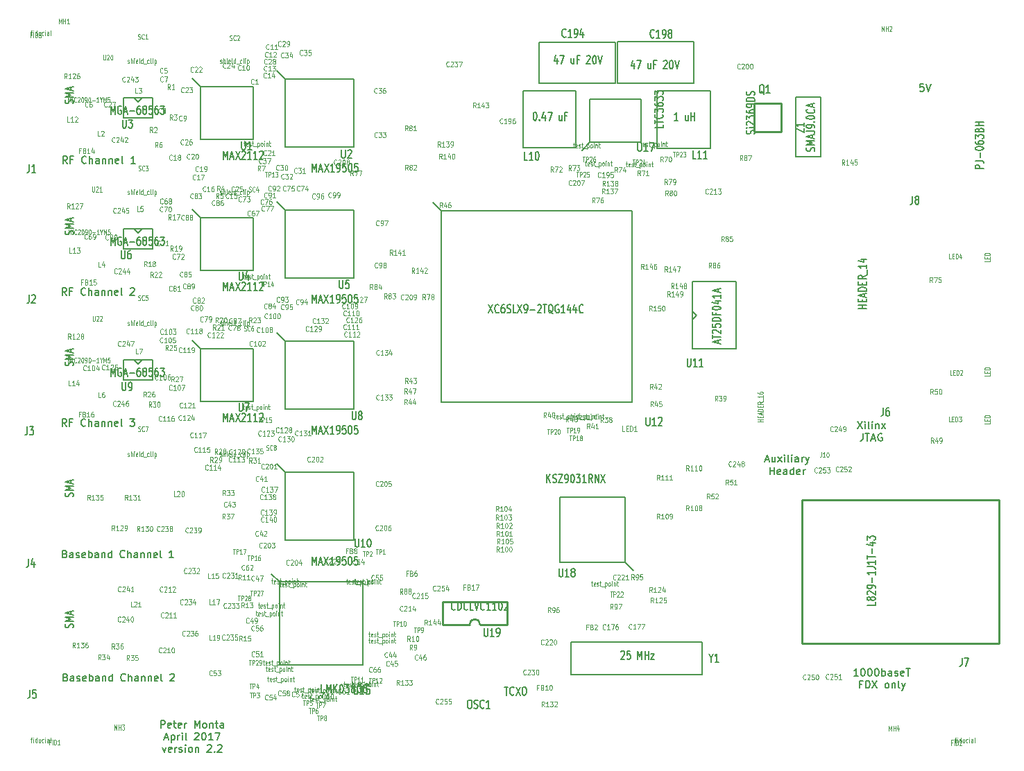
<source format=gbr>
G04 #@! TF.FileFunction,Legend,Top*
%FSLAX46Y46*%
G04 Gerber Fmt 4.6, Leading zero omitted, Abs format (unit mm)*
G04 Created by KiCad (PCBNEW 4.0.5) date Thu Apr  6 22:34:26 2017*
%MOMM*%
%LPD*%
G01*
G04 APERTURE LIST*
%ADD10C,0.100000*%
%ADD11C,0.152400*%
%ADD12C,0.254000*%
%ADD13C,0.076200*%
%ADD14C,0.120000*%
%ADD15C,0.127000*%
G04 APERTURE END LIST*
D10*
D11*
X110193667Y85068833D02*
X109770334Y85068833D01*
X109728000Y84645500D01*
X109770334Y84687833D01*
X109855000Y84730167D01*
X110066667Y84730167D01*
X110151334Y84687833D01*
X110193667Y84645500D01*
X110236000Y84560833D01*
X110236000Y84349167D01*
X110193667Y84264500D01*
X110151334Y84222167D01*
X110066667Y84179833D01*
X109855000Y84179833D01*
X109770334Y84222167D01*
X109728000Y84264500D01*
X110490001Y85068833D02*
X110786334Y84179833D01*
X111082667Y85068833D01*
X17123835Y6468533D02*
X17123835Y7357533D01*
X17462501Y7357533D01*
X17547168Y7315200D01*
X17589501Y7272867D01*
X17631835Y7188200D01*
X17631835Y7061200D01*
X17589501Y6976533D01*
X17547168Y6934200D01*
X17462501Y6891867D01*
X17123835Y6891867D01*
X18351501Y6510867D02*
X18266835Y6468533D01*
X18097501Y6468533D01*
X18012835Y6510867D01*
X17970501Y6595533D01*
X17970501Y6934200D01*
X18012835Y7018867D01*
X18097501Y7061200D01*
X18266835Y7061200D01*
X18351501Y7018867D01*
X18393835Y6934200D01*
X18393835Y6849533D01*
X17970501Y6764867D01*
X18647835Y7061200D02*
X18986501Y7061200D01*
X18774835Y7357533D02*
X18774835Y6595533D01*
X18817168Y6510867D01*
X18901835Y6468533D01*
X18986501Y6468533D01*
X19621501Y6510867D02*
X19536835Y6468533D01*
X19367501Y6468533D01*
X19282835Y6510867D01*
X19240501Y6595533D01*
X19240501Y6934200D01*
X19282835Y7018867D01*
X19367501Y7061200D01*
X19536835Y7061200D01*
X19621501Y7018867D01*
X19663835Y6934200D01*
X19663835Y6849533D01*
X19240501Y6764867D01*
X20044835Y6468533D02*
X20044835Y7061200D01*
X20044835Y6891867D02*
X20087168Y6976533D01*
X20129501Y7018867D01*
X20214168Y7061200D01*
X20298835Y7061200D01*
X21272501Y6468533D02*
X21272501Y7357533D01*
X21568834Y6722533D01*
X21865167Y7357533D01*
X21865167Y6468533D01*
X22415501Y6468533D02*
X22330834Y6510867D01*
X22288501Y6553200D01*
X22246167Y6637867D01*
X22246167Y6891867D01*
X22288501Y6976533D01*
X22330834Y7018867D01*
X22415501Y7061200D01*
X22542501Y7061200D01*
X22627167Y7018867D01*
X22669501Y6976533D01*
X22711834Y6891867D01*
X22711834Y6637867D01*
X22669501Y6553200D01*
X22627167Y6510867D01*
X22542501Y6468533D01*
X22415501Y6468533D01*
X23092834Y7061200D02*
X23092834Y6468533D01*
X23092834Y6976533D02*
X23135167Y7018867D01*
X23219834Y7061200D01*
X23346834Y7061200D01*
X23431500Y7018867D01*
X23473834Y6934200D01*
X23473834Y6468533D01*
X23770167Y7061200D02*
X24108833Y7061200D01*
X23897167Y7357533D02*
X23897167Y6595533D01*
X23939500Y6510867D01*
X24024167Y6468533D01*
X24108833Y6468533D01*
X24786167Y6468533D02*
X24786167Y6934200D01*
X24743833Y7018867D01*
X24659167Y7061200D01*
X24489833Y7061200D01*
X24405167Y7018867D01*
X24786167Y6510867D02*
X24701500Y6468533D01*
X24489833Y6468533D01*
X24405167Y6510867D01*
X24362833Y6595533D01*
X24362833Y6680200D01*
X24405167Y6764867D01*
X24489833Y6807200D01*
X24701500Y6807200D01*
X24786167Y6849533D01*
X17589500Y5236633D02*
X18012834Y5236633D01*
X17504834Y4982633D02*
X17801167Y5871633D01*
X18097500Y4982633D01*
X18393834Y5575300D02*
X18393834Y4686300D01*
X18393834Y5532967D02*
X18478500Y5575300D01*
X18647834Y5575300D01*
X18732500Y5532967D01*
X18774834Y5490633D01*
X18817167Y5405967D01*
X18817167Y5151967D01*
X18774834Y5067300D01*
X18732500Y5024967D01*
X18647834Y4982633D01*
X18478500Y4982633D01*
X18393834Y5024967D01*
X19198167Y4982633D02*
X19198167Y5575300D01*
X19198167Y5405967D02*
X19240500Y5490633D01*
X19282833Y5532967D01*
X19367500Y5575300D01*
X19452167Y5575300D01*
X19748500Y4982633D02*
X19748500Y5575300D01*
X19748500Y5871633D02*
X19706166Y5829300D01*
X19748500Y5786967D01*
X19790833Y5829300D01*
X19748500Y5871633D01*
X19748500Y5786967D01*
X20298833Y4982633D02*
X20214166Y5024967D01*
X20171833Y5109633D01*
X20171833Y5871633D01*
X21272499Y5786967D02*
X21314833Y5829300D01*
X21399499Y5871633D01*
X21611166Y5871633D01*
X21695833Y5829300D01*
X21738166Y5786967D01*
X21780499Y5702300D01*
X21780499Y5617633D01*
X21738166Y5490633D01*
X21230166Y4982633D01*
X21780499Y4982633D01*
X22330833Y5871633D02*
X22415500Y5871633D01*
X22500166Y5829300D01*
X22542500Y5786967D01*
X22584833Y5702300D01*
X22627166Y5532967D01*
X22627166Y5321300D01*
X22584833Y5151967D01*
X22542500Y5067300D01*
X22500166Y5024967D01*
X22415500Y4982633D01*
X22330833Y4982633D01*
X22246166Y5024967D01*
X22203833Y5067300D01*
X22161500Y5151967D01*
X22119166Y5321300D01*
X22119166Y5532967D01*
X22161500Y5702300D01*
X22203833Y5786967D01*
X22246166Y5829300D01*
X22330833Y5871633D01*
X23473833Y4982633D02*
X22965833Y4982633D01*
X23219833Y4982633D02*
X23219833Y5871633D01*
X23135167Y5744633D01*
X23050500Y5659967D01*
X22965833Y5617633D01*
X23770167Y5871633D02*
X24362834Y5871633D01*
X23981834Y4982633D01*
X17314334Y4089400D02*
X17526001Y3496733D01*
X17737667Y4089400D01*
X18415000Y3539067D02*
X18330334Y3496733D01*
X18161000Y3496733D01*
X18076334Y3539067D01*
X18034000Y3623733D01*
X18034000Y3962400D01*
X18076334Y4047067D01*
X18161000Y4089400D01*
X18330334Y4089400D01*
X18415000Y4047067D01*
X18457334Y3962400D01*
X18457334Y3877733D01*
X18034000Y3793067D01*
X18838334Y3496733D02*
X18838334Y4089400D01*
X18838334Y3920067D02*
X18880667Y4004733D01*
X18923000Y4047067D01*
X19007667Y4089400D01*
X19092334Y4089400D01*
X19346333Y3539067D02*
X19431000Y3496733D01*
X19600333Y3496733D01*
X19685000Y3539067D01*
X19727333Y3623733D01*
X19727333Y3666067D01*
X19685000Y3750733D01*
X19600333Y3793067D01*
X19473333Y3793067D01*
X19388667Y3835400D01*
X19346333Y3920067D01*
X19346333Y3962400D01*
X19388667Y4047067D01*
X19473333Y4089400D01*
X19600333Y4089400D01*
X19685000Y4047067D01*
X20108334Y3496733D02*
X20108334Y4089400D01*
X20108334Y4385733D02*
X20066000Y4343400D01*
X20108334Y4301067D01*
X20150667Y4343400D01*
X20108334Y4385733D01*
X20108334Y4301067D01*
X20658667Y3496733D02*
X20574000Y3539067D01*
X20531667Y3581400D01*
X20489333Y3666067D01*
X20489333Y3920067D01*
X20531667Y4004733D01*
X20574000Y4047067D01*
X20658667Y4089400D01*
X20785667Y4089400D01*
X20870333Y4047067D01*
X20912667Y4004733D01*
X20955000Y3920067D01*
X20955000Y3666067D01*
X20912667Y3581400D01*
X20870333Y3539067D01*
X20785667Y3496733D01*
X20658667Y3496733D01*
X21336000Y4089400D02*
X21336000Y3496733D01*
X21336000Y4004733D02*
X21378333Y4047067D01*
X21463000Y4089400D01*
X21590000Y4089400D01*
X21674666Y4047067D01*
X21717000Y3962400D01*
X21717000Y3496733D01*
X22775332Y4301067D02*
X22817666Y4343400D01*
X22902332Y4385733D01*
X23113999Y4385733D01*
X23198666Y4343400D01*
X23240999Y4301067D01*
X23283332Y4216400D01*
X23283332Y4131733D01*
X23240999Y4004733D01*
X22732999Y3496733D01*
X23283332Y3496733D01*
X23664333Y3581400D02*
X23706666Y3539067D01*
X23664333Y3496733D01*
X23621999Y3539067D01*
X23664333Y3581400D01*
X23664333Y3496733D01*
X24045332Y4301067D02*
X24087666Y4343400D01*
X24172332Y4385733D01*
X24383999Y4385733D01*
X24468666Y4343400D01*
X24510999Y4301067D01*
X24553332Y4216400D01*
X24553332Y4131733D01*
X24510999Y4004733D01*
X24002999Y3496733D01*
X24553332Y3496733D01*
X5507568Y12636500D02*
X5634568Y12594167D01*
X5676901Y12551833D01*
X5719235Y12467167D01*
X5719235Y12340167D01*
X5676901Y12255500D01*
X5634568Y12213167D01*
X5549901Y12170833D01*
X5211235Y12170833D01*
X5211235Y13059833D01*
X5507568Y13059833D01*
X5592235Y13017500D01*
X5634568Y12975167D01*
X5676901Y12890500D01*
X5676901Y12805833D01*
X5634568Y12721167D01*
X5592235Y12678833D01*
X5507568Y12636500D01*
X5211235Y12636500D01*
X6481235Y12170833D02*
X6481235Y12636500D01*
X6438901Y12721167D01*
X6354235Y12763500D01*
X6184901Y12763500D01*
X6100235Y12721167D01*
X6481235Y12213167D02*
X6396568Y12170833D01*
X6184901Y12170833D01*
X6100235Y12213167D01*
X6057901Y12297833D01*
X6057901Y12382500D01*
X6100235Y12467167D01*
X6184901Y12509500D01*
X6396568Y12509500D01*
X6481235Y12551833D01*
X6862234Y12213167D02*
X6946901Y12170833D01*
X7116234Y12170833D01*
X7200901Y12213167D01*
X7243234Y12297833D01*
X7243234Y12340167D01*
X7200901Y12424833D01*
X7116234Y12467167D01*
X6989234Y12467167D01*
X6904568Y12509500D01*
X6862234Y12594167D01*
X6862234Y12636500D01*
X6904568Y12721167D01*
X6989234Y12763500D01*
X7116234Y12763500D01*
X7200901Y12721167D01*
X7962901Y12213167D02*
X7878235Y12170833D01*
X7708901Y12170833D01*
X7624235Y12213167D01*
X7581901Y12297833D01*
X7581901Y12636500D01*
X7624235Y12721167D01*
X7708901Y12763500D01*
X7878235Y12763500D01*
X7962901Y12721167D01*
X8005235Y12636500D01*
X8005235Y12551833D01*
X7581901Y12467167D01*
X8386235Y12170833D02*
X8386235Y13059833D01*
X8386235Y12721167D02*
X8470901Y12763500D01*
X8640235Y12763500D01*
X8724901Y12721167D01*
X8767235Y12678833D01*
X8809568Y12594167D01*
X8809568Y12340167D01*
X8767235Y12255500D01*
X8724901Y12213167D01*
X8640235Y12170833D01*
X8470901Y12170833D01*
X8386235Y12213167D01*
X9571568Y12170833D02*
X9571568Y12636500D01*
X9529234Y12721167D01*
X9444568Y12763500D01*
X9275234Y12763500D01*
X9190568Y12721167D01*
X9571568Y12213167D02*
X9486901Y12170833D01*
X9275234Y12170833D01*
X9190568Y12213167D01*
X9148234Y12297833D01*
X9148234Y12382500D01*
X9190568Y12467167D01*
X9275234Y12509500D01*
X9486901Y12509500D01*
X9571568Y12551833D01*
X9994901Y12763500D02*
X9994901Y12170833D01*
X9994901Y12678833D02*
X10037234Y12721167D01*
X10121901Y12763500D01*
X10248901Y12763500D01*
X10333567Y12721167D01*
X10375901Y12636500D01*
X10375901Y12170833D01*
X11180234Y12170833D02*
X11180234Y13059833D01*
X11180234Y12213167D02*
X11095567Y12170833D01*
X10926234Y12170833D01*
X10841567Y12213167D01*
X10799234Y12255500D01*
X10756900Y12340167D01*
X10756900Y12594167D01*
X10799234Y12678833D01*
X10841567Y12721167D01*
X10926234Y12763500D01*
X11095567Y12763500D01*
X11180234Y12721167D01*
X12788900Y12255500D02*
X12746566Y12213167D01*
X12619566Y12170833D01*
X12534900Y12170833D01*
X12407900Y12213167D01*
X12323233Y12297833D01*
X12280900Y12382500D01*
X12238566Y12551833D01*
X12238566Y12678833D01*
X12280900Y12848167D01*
X12323233Y12932833D01*
X12407900Y13017500D01*
X12534900Y13059833D01*
X12619566Y13059833D01*
X12746566Y13017500D01*
X12788900Y12975167D01*
X13169900Y12170833D02*
X13169900Y13059833D01*
X13550900Y12170833D02*
X13550900Y12636500D01*
X13508566Y12721167D01*
X13423900Y12763500D01*
X13296900Y12763500D01*
X13212233Y12721167D01*
X13169900Y12678833D01*
X14355233Y12170833D02*
X14355233Y12636500D01*
X14312899Y12721167D01*
X14228233Y12763500D01*
X14058899Y12763500D01*
X13974233Y12721167D01*
X14355233Y12213167D02*
X14270566Y12170833D01*
X14058899Y12170833D01*
X13974233Y12213167D01*
X13931899Y12297833D01*
X13931899Y12382500D01*
X13974233Y12467167D01*
X14058899Y12509500D01*
X14270566Y12509500D01*
X14355233Y12551833D01*
X14778566Y12763500D02*
X14778566Y12170833D01*
X14778566Y12678833D02*
X14820899Y12721167D01*
X14905566Y12763500D01*
X15032566Y12763500D01*
X15117232Y12721167D01*
X15159566Y12636500D01*
X15159566Y12170833D01*
X15582899Y12763500D02*
X15582899Y12170833D01*
X15582899Y12678833D02*
X15625232Y12721167D01*
X15709899Y12763500D01*
X15836899Y12763500D01*
X15921565Y12721167D01*
X15963899Y12636500D01*
X15963899Y12170833D01*
X16725898Y12213167D02*
X16641232Y12170833D01*
X16471898Y12170833D01*
X16387232Y12213167D01*
X16344898Y12297833D01*
X16344898Y12636500D01*
X16387232Y12721167D01*
X16471898Y12763500D01*
X16641232Y12763500D01*
X16725898Y12721167D01*
X16768232Y12636500D01*
X16768232Y12551833D01*
X16344898Y12467167D01*
X17276232Y12170833D02*
X17191565Y12213167D01*
X17149232Y12297833D01*
X17149232Y13059833D01*
X18249898Y12975167D02*
X18292232Y13017500D01*
X18376898Y13059833D01*
X18588565Y13059833D01*
X18673232Y13017500D01*
X18715565Y12975167D01*
X18757898Y12890500D01*
X18757898Y12805833D01*
X18715565Y12678833D01*
X18207565Y12170833D01*
X18757898Y12170833D01*
X5431368Y27698700D02*
X5558368Y27656367D01*
X5600701Y27614033D01*
X5643035Y27529367D01*
X5643035Y27402367D01*
X5600701Y27317700D01*
X5558368Y27275367D01*
X5473701Y27233033D01*
X5135035Y27233033D01*
X5135035Y28122033D01*
X5431368Y28122033D01*
X5516035Y28079700D01*
X5558368Y28037367D01*
X5600701Y27952700D01*
X5600701Y27868033D01*
X5558368Y27783367D01*
X5516035Y27741033D01*
X5431368Y27698700D01*
X5135035Y27698700D01*
X6405035Y27233033D02*
X6405035Y27698700D01*
X6362701Y27783367D01*
X6278035Y27825700D01*
X6108701Y27825700D01*
X6024035Y27783367D01*
X6405035Y27275367D02*
X6320368Y27233033D01*
X6108701Y27233033D01*
X6024035Y27275367D01*
X5981701Y27360033D01*
X5981701Y27444700D01*
X6024035Y27529367D01*
X6108701Y27571700D01*
X6320368Y27571700D01*
X6405035Y27614033D01*
X6786034Y27275367D02*
X6870701Y27233033D01*
X7040034Y27233033D01*
X7124701Y27275367D01*
X7167034Y27360033D01*
X7167034Y27402367D01*
X7124701Y27487033D01*
X7040034Y27529367D01*
X6913034Y27529367D01*
X6828368Y27571700D01*
X6786034Y27656367D01*
X6786034Y27698700D01*
X6828368Y27783367D01*
X6913034Y27825700D01*
X7040034Y27825700D01*
X7124701Y27783367D01*
X7886701Y27275367D02*
X7802035Y27233033D01*
X7632701Y27233033D01*
X7548035Y27275367D01*
X7505701Y27360033D01*
X7505701Y27698700D01*
X7548035Y27783367D01*
X7632701Y27825700D01*
X7802035Y27825700D01*
X7886701Y27783367D01*
X7929035Y27698700D01*
X7929035Y27614033D01*
X7505701Y27529367D01*
X8310035Y27233033D02*
X8310035Y28122033D01*
X8310035Y27783367D02*
X8394701Y27825700D01*
X8564035Y27825700D01*
X8648701Y27783367D01*
X8691035Y27741033D01*
X8733368Y27656367D01*
X8733368Y27402367D01*
X8691035Y27317700D01*
X8648701Y27275367D01*
X8564035Y27233033D01*
X8394701Y27233033D01*
X8310035Y27275367D01*
X9495368Y27233033D02*
X9495368Y27698700D01*
X9453034Y27783367D01*
X9368368Y27825700D01*
X9199034Y27825700D01*
X9114368Y27783367D01*
X9495368Y27275367D02*
X9410701Y27233033D01*
X9199034Y27233033D01*
X9114368Y27275367D01*
X9072034Y27360033D01*
X9072034Y27444700D01*
X9114368Y27529367D01*
X9199034Y27571700D01*
X9410701Y27571700D01*
X9495368Y27614033D01*
X9918701Y27825700D02*
X9918701Y27233033D01*
X9918701Y27741033D02*
X9961034Y27783367D01*
X10045701Y27825700D01*
X10172701Y27825700D01*
X10257367Y27783367D01*
X10299701Y27698700D01*
X10299701Y27233033D01*
X11104034Y27233033D02*
X11104034Y28122033D01*
X11104034Y27275367D02*
X11019367Y27233033D01*
X10850034Y27233033D01*
X10765367Y27275367D01*
X10723034Y27317700D01*
X10680700Y27402367D01*
X10680700Y27656367D01*
X10723034Y27741033D01*
X10765367Y27783367D01*
X10850034Y27825700D01*
X11019367Y27825700D01*
X11104034Y27783367D01*
X12712700Y27317700D02*
X12670366Y27275367D01*
X12543366Y27233033D01*
X12458700Y27233033D01*
X12331700Y27275367D01*
X12247033Y27360033D01*
X12204700Y27444700D01*
X12162366Y27614033D01*
X12162366Y27741033D01*
X12204700Y27910367D01*
X12247033Y27995033D01*
X12331700Y28079700D01*
X12458700Y28122033D01*
X12543366Y28122033D01*
X12670366Y28079700D01*
X12712700Y28037367D01*
X13093700Y27233033D02*
X13093700Y28122033D01*
X13474700Y27233033D02*
X13474700Y27698700D01*
X13432366Y27783367D01*
X13347700Y27825700D01*
X13220700Y27825700D01*
X13136033Y27783367D01*
X13093700Y27741033D01*
X14279033Y27233033D02*
X14279033Y27698700D01*
X14236699Y27783367D01*
X14152033Y27825700D01*
X13982699Y27825700D01*
X13898033Y27783367D01*
X14279033Y27275367D02*
X14194366Y27233033D01*
X13982699Y27233033D01*
X13898033Y27275367D01*
X13855699Y27360033D01*
X13855699Y27444700D01*
X13898033Y27529367D01*
X13982699Y27571700D01*
X14194366Y27571700D01*
X14279033Y27614033D01*
X14702366Y27825700D02*
X14702366Y27233033D01*
X14702366Y27741033D02*
X14744699Y27783367D01*
X14829366Y27825700D01*
X14956366Y27825700D01*
X15041032Y27783367D01*
X15083366Y27698700D01*
X15083366Y27233033D01*
X15506699Y27825700D02*
X15506699Y27233033D01*
X15506699Y27741033D02*
X15549032Y27783367D01*
X15633699Y27825700D01*
X15760699Y27825700D01*
X15845365Y27783367D01*
X15887699Y27698700D01*
X15887699Y27233033D01*
X16649698Y27275367D02*
X16565032Y27233033D01*
X16395698Y27233033D01*
X16311032Y27275367D01*
X16268698Y27360033D01*
X16268698Y27698700D01*
X16311032Y27783367D01*
X16395698Y27825700D01*
X16565032Y27825700D01*
X16649698Y27783367D01*
X16692032Y27698700D01*
X16692032Y27614033D01*
X16268698Y27529367D01*
X17200032Y27233033D02*
X17115365Y27275367D01*
X17073032Y27360033D01*
X17073032Y28122033D01*
X18681698Y27233033D02*
X18173698Y27233033D01*
X18427698Y27233033D02*
X18427698Y28122033D01*
X18343032Y27995033D01*
X18258365Y27910367D01*
X18173698Y27868033D01*
X5575301Y43260433D02*
X5278967Y43683767D01*
X5067301Y43260433D02*
X5067301Y44149433D01*
X5405967Y44149433D01*
X5490634Y44107100D01*
X5532967Y44064767D01*
X5575301Y43980100D01*
X5575301Y43853100D01*
X5532967Y43768433D01*
X5490634Y43726100D01*
X5405967Y43683767D01*
X5067301Y43683767D01*
X6252634Y43726100D02*
X5956301Y43726100D01*
X5956301Y43260433D02*
X5956301Y44149433D01*
X6379634Y44149433D01*
X7903634Y43345100D02*
X7861300Y43302767D01*
X7734300Y43260433D01*
X7649634Y43260433D01*
X7522634Y43302767D01*
X7437967Y43387433D01*
X7395634Y43472100D01*
X7353300Y43641433D01*
X7353300Y43768433D01*
X7395634Y43937767D01*
X7437967Y44022433D01*
X7522634Y44107100D01*
X7649634Y44149433D01*
X7734300Y44149433D01*
X7861300Y44107100D01*
X7903634Y44064767D01*
X8284634Y43260433D02*
X8284634Y44149433D01*
X8665634Y43260433D02*
X8665634Y43726100D01*
X8623300Y43810767D01*
X8538634Y43853100D01*
X8411634Y43853100D01*
X8326967Y43810767D01*
X8284634Y43768433D01*
X9469967Y43260433D02*
X9469967Y43726100D01*
X9427633Y43810767D01*
X9342967Y43853100D01*
X9173633Y43853100D01*
X9088967Y43810767D01*
X9469967Y43302767D02*
X9385300Y43260433D01*
X9173633Y43260433D01*
X9088967Y43302767D01*
X9046633Y43387433D01*
X9046633Y43472100D01*
X9088967Y43556767D01*
X9173633Y43599100D01*
X9385300Y43599100D01*
X9469967Y43641433D01*
X9893300Y43853100D02*
X9893300Y43260433D01*
X9893300Y43768433D02*
X9935633Y43810767D01*
X10020300Y43853100D01*
X10147300Y43853100D01*
X10231966Y43810767D01*
X10274300Y43726100D01*
X10274300Y43260433D01*
X10697633Y43853100D02*
X10697633Y43260433D01*
X10697633Y43768433D02*
X10739966Y43810767D01*
X10824633Y43853100D01*
X10951633Y43853100D01*
X11036299Y43810767D01*
X11078633Y43726100D01*
X11078633Y43260433D01*
X11840632Y43302767D02*
X11755966Y43260433D01*
X11586632Y43260433D01*
X11501966Y43302767D01*
X11459632Y43387433D01*
X11459632Y43726100D01*
X11501966Y43810767D01*
X11586632Y43853100D01*
X11755966Y43853100D01*
X11840632Y43810767D01*
X11882966Y43726100D01*
X11882966Y43641433D01*
X11459632Y43556767D01*
X12390966Y43260433D02*
X12306299Y43302767D01*
X12263966Y43387433D01*
X12263966Y44149433D01*
X13322299Y44149433D02*
X13872632Y44149433D01*
X13576299Y43810767D01*
X13703299Y43810767D01*
X13787966Y43768433D01*
X13830299Y43726100D01*
X13872632Y43641433D01*
X13872632Y43429767D01*
X13830299Y43345100D01*
X13787966Y43302767D01*
X13703299Y43260433D01*
X13449299Y43260433D01*
X13364632Y43302767D01*
X13322299Y43345100D01*
X5600701Y59262433D02*
X5304367Y59685767D01*
X5092701Y59262433D02*
X5092701Y60151433D01*
X5431367Y60151433D01*
X5516034Y60109100D01*
X5558367Y60066767D01*
X5600701Y59982100D01*
X5600701Y59855100D01*
X5558367Y59770433D01*
X5516034Y59728100D01*
X5431367Y59685767D01*
X5092701Y59685767D01*
X6278034Y59728100D02*
X5981701Y59728100D01*
X5981701Y59262433D02*
X5981701Y60151433D01*
X6405034Y60151433D01*
X7929034Y59347100D02*
X7886700Y59304767D01*
X7759700Y59262433D01*
X7675034Y59262433D01*
X7548034Y59304767D01*
X7463367Y59389433D01*
X7421034Y59474100D01*
X7378700Y59643433D01*
X7378700Y59770433D01*
X7421034Y59939767D01*
X7463367Y60024433D01*
X7548034Y60109100D01*
X7675034Y60151433D01*
X7759700Y60151433D01*
X7886700Y60109100D01*
X7929034Y60066767D01*
X8310034Y59262433D02*
X8310034Y60151433D01*
X8691034Y59262433D02*
X8691034Y59728100D01*
X8648700Y59812767D01*
X8564034Y59855100D01*
X8437034Y59855100D01*
X8352367Y59812767D01*
X8310034Y59770433D01*
X9495367Y59262433D02*
X9495367Y59728100D01*
X9453033Y59812767D01*
X9368367Y59855100D01*
X9199033Y59855100D01*
X9114367Y59812767D01*
X9495367Y59304767D02*
X9410700Y59262433D01*
X9199033Y59262433D01*
X9114367Y59304767D01*
X9072033Y59389433D01*
X9072033Y59474100D01*
X9114367Y59558767D01*
X9199033Y59601100D01*
X9410700Y59601100D01*
X9495367Y59643433D01*
X9918700Y59855100D02*
X9918700Y59262433D01*
X9918700Y59770433D02*
X9961033Y59812767D01*
X10045700Y59855100D01*
X10172700Y59855100D01*
X10257366Y59812767D01*
X10299700Y59728100D01*
X10299700Y59262433D01*
X10723033Y59855100D02*
X10723033Y59262433D01*
X10723033Y59770433D02*
X10765366Y59812767D01*
X10850033Y59855100D01*
X10977033Y59855100D01*
X11061699Y59812767D01*
X11104033Y59728100D01*
X11104033Y59262433D01*
X11866032Y59304767D02*
X11781366Y59262433D01*
X11612032Y59262433D01*
X11527366Y59304767D01*
X11485032Y59389433D01*
X11485032Y59728100D01*
X11527366Y59812767D01*
X11612032Y59855100D01*
X11781366Y59855100D01*
X11866032Y59812767D01*
X11908366Y59728100D01*
X11908366Y59643433D01*
X11485032Y59558767D01*
X12416366Y59262433D02*
X12331699Y59304767D01*
X12289366Y59389433D01*
X12289366Y60151433D01*
X13390032Y60066767D02*
X13432366Y60109100D01*
X13517032Y60151433D01*
X13728699Y60151433D01*
X13813366Y60109100D01*
X13855699Y60066767D01*
X13898032Y59982100D01*
X13898032Y59897433D01*
X13855699Y59770433D01*
X13347699Y59262433D01*
X13898032Y59262433D01*
X5676901Y75366033D02*
X5380567Y75789367D01*
X5168901Y75366033D02*
X5168901Y76255033D01*
X5507567Y76255033D01*
X5592234Y76212700D01*
X5634567Y76170367D01*
X5676901Y76085700D01*
X5676901Y75958700D01*
X5634567Y75874033D01*
X5592234Y75831700D01*
X5507567Y75789367D01*
X5168901Y75789367D01*
X6354234Y75831700D02*
X6057901Y75831700D01*
X6057901Y75366033D02*
X6057901Y76255033D01*
X6481234Y76255033D01*
X8005234Y75450700D02*
X7962900Y75408367D01*
X7835900Y75366033D01*
X7751234Y75366033D01*
X7624234Y75408367D01*
X7539567Y75493033D01*
X7497234Y75577700D01*
X7454900Y75747033D01*
X7454900Y75874033D01*
X7497234Y76043367D01*
X7539567Y76128033D01*
X7624234Y76212700D01*
X7751234Y76255033D01*
X7835900Y76255033D01*
X7962900Y76212700D01*
X8005234Y76170367D01*
X8386234Y75366033D02*
X8386234Y76255033D01*
X8767234Y75366033D02*
X8767234Y75831700D01*
X8724900Y75916367D01*
X8640234Y75958700D01*
X8513234Y75958700D01*
X8428567Y75916367D01*
X8386234Y75874033D01*
X9571567Y75366033D02*
X9571567Y75831700D01*
X9529233Y75916367D01*
X9444567Y75958700D01*
X9275233Y75958700D01*
X9190567Y75916367D01*
X9571567Y75408367D02*
X9486900Y75366033D01*
X9275233Y75366033D01*
X9190567Y75408367D01*
X9148233Y75493033D01*
X9148233Y75577700D01*
X9190567Y75662367D01*
X9275233Y75704700D01*
X9486900Y75704700D01*
X9571567Y75747033D01*
X9994900Y75958700D02*
X9994900Y75366033D01*
X9994900Y75874033D02*
X10037233Y75916367D01*
X10121900Y75958700D01*
X10248900Y75958700D01*
X10333566Y75916367D01*
X10375900Y75831700D01*
X10375900Y75366033D01*
X10799233Y75958700D02*
X10799233Y75366033D01*
X10799233Y75874033D02*
X10841566Y75916367D01*
X10926233Y75958700D01*
X11053233Y75958700D01*
X11137899Y75916367D01*
X11180233Y75831700D01*
X11180233Y75366033D01*
X11942232Y75408367D02*
X11857566Y75366033D01*
X11688232Y75366033D01*
X11603566Y75408367D01*
X11561232Y75493033D01*
X11561232Y75831700D01*
X11603566Y75916367D01*
X11688232Y75958700D01*
X11857566Y75958700D01*
X11942232Y75916367D01*
X11984566Y75831700D01*
X11984566Y75747033D01*
X11561232Y75662367D01*
X12492566Y75366033D02*
X12407899Y75408367D01*
X12365566Y75493033D01*
X12365566Y76255033D01*
X13974232Y75366033D02*
X13466232Y75366033D01*
X13720232Y75366033D02*
X13720232Y76255033D01*
X13635566Y76128033D01*
X13550899Y76043367D01*
X13466232Y76001033D01*
X102205366Y12786783D02*
X101697366Y12786783D01*
X101951366Y12786783D02*
X101951366Y13675783D01*
X101866700Y13548783D01*
X101782033Y13464117D01*
X101697366Y13421783D01*
X102755700Y13675783D02*
X102840367Y13675783D01*
X102925033Y13633450D01*
X102967367Y13591117D01*
X103009700Y13506450D01*
X103052033Y13337117D01*
X103052033Y13125450D01*
X103009700Y12956117D01*
X102967367Y12871450D01*
X102925033Y12829117D01*
X102840367Y12786783D01*
X102755700Y12786783D01*
X102671033Y12829117D01*
X102628700Y12871450D01*
X102586367Y12956117D01*
X102544033Y13125450D01*
X102544033Y13337117D01*
X102586367Y13506450D01*
X102628700Y13591117D01*
X102671033Y13633450D01*
X102755700Y13675783D01*
X103602367Y13675783D02*
X103687034Y13675783D01*
X103771700Y13633450D01*
X103814034Y13591117D01*
X103856367Y13506450D01*
X103898700Y13337117D01*
X103898700Y13125450D01*
X103856367Y12956117D01*
X103814034Y12871450D01*
X103771700Y12829117D01*
X103687034Y12786783D01*
X103602367Y12786783D01*
X103517700Y12829117D01*
X103475367Y12871450D01*
X103433034Y12956117D01*
X103390700Y13125450D01*
X103390700Y13337117D01*
X103433034Y13506450D01*
X103475367Y13591117D01*
X103517700Y13633450D01*
X103602367Y13675783D01*
X104449034Y13675783D02*
X104533701Y13675783D01*
X104618367Y13633450D01*
X104660701Y13591117D01*
X104703034Y13506450D01*
X104745367Y13337117D01*
X104745367Y13125450D01*
X104703034Y12956117D01*
X104660701Y12871450D01*
X104618367Y12829117D01*
X104533701Y12786783D01*
X104449034Y12786783D01*
X104364367Y12829117D01*
X104322034Y12871450D01*
X104279701Y12956117D01*
X104237367Y13125450D01*
X104237367Y13337117D01*
X104279701Y13506450D01*
X104322034Y13591117D01*
X104364367Y13633450D01*
X104449034Y13675783D01*
X105126368Y12786783D02*
X105126368Y13675783D01*
X105126368Y13337117D02*
X105211034Y13379450D01*
X105380368Y13379450D01*
X105465034Y13337117D01*
X105507368Y13294783D01*
X105549701Y13210117D01*
X105549701Y12956117D01*
X105507368Y12871450D01*
X105465034Y12829117D01*
X105380368Y12786783D01*
X105211034Y12786783D01*
X105126368Y12829117D01*
X106311701Y12786783D02*
X106311701Y13252450D01*
X106269367Y13337117D01*
X106184701Y13379450D01*
X106015367Y13379450D01*
X105930701Y13337117D01*
X106311701Y12829117D02*
X106227034Y12786783D01*
X106015367Y12786783D01*
X105930701Y12829117D01*
X105888367Y12913783D01*
X105888367Y12998450D01*
X105930701Y13083117D01*
X106015367Y13125450D01*
X106227034Y13125450D01*
X106311701Y13167783D01*
X106692700Y12829117D02*
X106777367Y12786783D01*
X106946700Y12786783D01*
X107031367Y12829117D01*
X107073700Y12913783D01*
X107073700Y12956117D01*
X107031367Y13040783D01*
X106946700Y13083117D01*
X106819700Y13083117D01*
X106735034Y13125450D01*
X106692700Y13210117D01*
X106692700Y13252450D01*
X106735034Y13337117D01*
X106819700Y13379450D01*
X106946700Y13379450D01*
X107031367Y13337117D01*
X107793367Y12829117D02*
X107708701Y12786783D01*
X107539367Y12786783D01*
X107454701Y12829117D01*
X107412367Y12913783D01*
X107412367Y13252450D01*
X107454701Y13337117D01*
X107539367Y13379450D01*
X107708701Y13379450D01*
X107793367Y13337117D01*
X107835701Y13252450D01*
X107835701Y13167783D01*
X107412367Y13083117D01*
X108089701Y13675783D02*
X108597701Y13675783D01*
X108343701Y12786783D02*
X108343701Y13675783D01*
X102649867Y11766550D02*
X102353534Y11766550D01*
X102353534Y11300883D02*
X102353534Y12189883D01*
X102776867Y12189883D01*
X103115534Y11300883D02*
X103115534Y12189883D01*
X103327200Y12189883D01*
X103454200Y12147550D01*
X103538867Y12062883D01*
X103581200Y11978217D01*
X103623534Y11808883D01*
X103623534Y11681883D01*
X103581200Y11512550D01*
X103538867Y11427883D01*
X103454200Y11343217D01*
X103327200Y11300883D01*
X103115534Y11300883D01*
X103919867Y12189883D02*
X104512534Y11300883D01*
X104512534Y12189883D02*
X103919867Y11300883D01*
X105655534Y11300883D02*
X105570867Y11343217D01*
X105528534Y11385550D01*
X105486200Y11470217D01*
X105486200Y11724217D01*
X105528534Y11808883D01*
X105570867Y11851217D01*
X105655534Y11893550D01*
X105782534Y11893550D01*
X105867200Y11851217D01*
X105909534Y11808883D01*
X105951867Y11724217D01*
X105951867Y11470217D01*
X105909534Y11385550D01*
X105867200Y11343217D01*
X105782534Y11300883D01*
X105655534Y11300883D01*
X106332867Y11893550D02*
X106332867Y11300883D01*
X106332867Y11808883D02*
X106375200Y11851217D01*
X106459867Y11893550D01*
X106586867Y11893550D01*
X106671533Y11851217D01*
X106713867Y11766550D01*
X106713867Y11300883D01*
X107264200Y11300883D02*
X107179533Y11343217D01*
X107137200Y11427883D01*
X107137200Y12189883D01*
X107518200Y11893550D02*
X107729867Y11300883D01*
X107941533Y11893550D02*
X107729867Y11300883D01*
X107645200Y11089217D01*
X107602867Y11046883D01*
X107518200Y11004550D01*
X90876967Y39151983D02*
X91300301Y39151983D01*
X90792301Y38897983D02*
X91088634Y39786983D01*
X91384967Y38897983D01*
X92062301Y39490650D02*
X92062301Y38897983D01*
X91681301Y39490650D02*
X91681301Y39024983D01*
X91723634Y38940317D01*
X91808301Y38897983D01*
X91935301Y38897983D01*
X92019967Y38940317D01*
X92062301Y38982650D01*
X92400967Y38897983D02*
X92866634Y39490650D01*
X92400967Y39490650D02*
X92866634Y38897983D01*
X93205301Y38897983D02*
X93205301Y39490650D01*
X93205301Y39786983D02*
X93162967Y39744650D01*
X93205301Y39702317D01*
X93247634Y39744650D01*
X93205301Y39786983D01*
X93205301Y39702317D01*
X93755634Y38897983D02*
X93670967Y38940317D01*
X93628634Y39024983D01*
X93628634Y39786983D01*
X94094301Y38897983D02*
X94094301Y39490650D01*
X94094301Y39786983D02*
X94051967Y39744650D01*
X94094301Y39702317D01*
X94136634Y39744650D01*
X94094301Y39786983D01*
X94094301Y39702317D01*
X94898634Y38897983D02*
X94898634Y39363650D01*
X94856300Y39448317D01*
X94771634Y39490650D01*
X94602300Y39490650D01*
X94517634Y39448317D01*
X94898634Y38940317D02*
X94813967Y38897983D01*
X94602300Y38897983D01*
X94517634Y38940317D01*
X94475300Y39024983D01*
X94475300Y39109650D01*
X94517634Y39194317D01*
X94602300Y39236650D01*
X94813967Y39236650D01*
X94898634Y39278983D01*
X95321967Y38897983D02*
X95321967Y39490650D01*
X95321967Y39321317D02*
X95364300Y39405983D01*
X95406633Y39448317D01*
X95491300Y39490650D01*
X95575967Y39490650D01*
X95787633Y39490650D02*
X95999300Y38897983D01*
X96210966Y39490650D02*
X95999300Y38897983D01*
X95914633Y38686317D01*
X95872300Y38643983D01*
X95787633Y38601650D01*
X91427301Y37412083D02*
X91427301Y38301083D01*
X91427301Y37877750D02*
X91935301Y37877750D01*
X91935301Y37412083D02*
X91935301Y38301083D01*
X92697300Y37454417D02*
X92612634Y37412083D01*
X92443300Y37412083D01*
X92358634Y37454417D01*
X92316300Y37539083D01*
X92316300Y37877750D01*
X92358634Y37962417D01*
X92443300Y38004750D01*
X92612634Y38004750D01*
X92697300Y37962417D01*
X92739634Y37877750D01*
X92739634Y37793083D01*
X92316300Y37708417D01*
X93501634Y37412083D02*
X93501634Y37877750D01*
X93459300Y37962417D01*
X93374634Y38004750D01*
X93205300Y38004750D01*
X93120634Y37962417D01*
X93501634Y37454417D02*
X93416967Y37412083D01*
X93205300Y37412083D01*
X93120634Y37454417D01*
X93078300Y37539083D01*
X93078300Y37623750D01*
X93120634Y37708417D01*
X93205300Y37750750D01*
X93416967Y37750750D01*
X93501634Y37793083D01*
X94305967Y37412083D02*
X94305967Y38301083D01*
X94305967Y37454417D02*
X94221300Y37412083D01*
X94051967Y37412083D01*
X93967300Y37454417D01*
X93924967Y37496750D01*
X93882633Y37581417D01*
X93882633Y37835417D01*
X93924967Y37920083D01*
X93967300Y37962417D01*
X94051967Y38004750D01*
X94221300Y38004750D01*
X94305967Y37962417D01*
X95067966Y37454417D02*
X94983300Y37412083D01*
X94813966Y37412083D01*
X94729300Y37454417D01*
X94686966Y37539083D01*
X94686966Y37877750D01*
X94729300Y37962417D01*
X94813966Y38004750D01*
X94983300Y38004750D01*
X95067966Y37962417D01*
X95110300Y37877750D01*
X95110300Y37793083D01*
X94686966Y37708417D01*
X95491300Y37412083D02*
X95491300Y38004750D01*
X95491300Y37835417D02*
X95533633Y37920083D01*
X95575966Y37962417D01*
X95660633Y38004750D01*
X95745300Y38004750D01*
X102095300Y43876383D02*
X102687967Y42987383D01*
X102687967Y43876383D02*
X102095300Y42987383D01*
X103026634Y42987383D02*
X103026634Y43580050D01*
X103026634Y43876383D02*
X102984300Y43834050D01*
X103026634Y43791717D01*
X103068967Y43834050D01*
X103026634Y43876383D01*
X103026634Y43791717D01*
X103576967Y42987383D02*
X103492300Y43029717D01*
X103449967Y43114383D01*
X103449967Y43876383D01*
X103915634Y42987383D02*
X103915634Y43580050D01*
X103915634Y43876383D02*
X103873300Y43834050D01*
X103915634Y43791717D01*
X103957967Y43834050D01*
X103915634Y43876383D01*
X103915634Y43791717D01*
X104338967Y43580050D02*
X104338967Y42987383D01*
X104338967Y43495383D02*
X104381300Y43537717D01*
X104465967Y43580050D01*
X104592967Y43580050D01*
X104677633Y43537717D01*
X104719967Y43453050D01*
X104719967Y42987383D01*
X105058633Y42987383D02*
X105524300Y43580050D01*
X105058633Y43580050D02*
X105524300Y42987383D01*
X102772634Y42390483D02*
X102772634Y41755483D01*
X102730300Y41628483D01*
X102645634Y41543817D01*
X102518634Y41501483D01*
X102433967Y41501483D01*
X103068967Y42390483D02*
X103576967Y42390483D01*
X103322967Y41501483D02*
X103322967Y42390483D01*
X103830966Y41755483D02*
X104254300Y41755483D01*
X103746300Y41501483D02*
X104042633Y42390483D01*
X104338966Y41501483D01*
X105100966Y42348150D02*
X105016300Y42390483D01*
X104889300Y42390483D01*
X104762300Y42348150D01*
X104677633Y42263483D01*
X104635300Y42178817D01*
X104592966Y42009483D01*
X104592966Y41882483D01*
X104635300Y41713150D01*
X104677633Y41628483D01*
X104762300Y41543817D01*
X104889300Y41501483D01*
X104973966Y41501483D01*
X105100966Y41543817D01*
X105143300Y41586150D01*
X105143300Y41882483D01*
X104973966Y41882483D01*
X63263780Y90180668D02*
X72575420Y90180668D01*
X72575420Y90180668D02*
X72575420Y85180932D01*
X72575420Y85180932D02*
X63263780Y85180932D01*
X63263780Y85180932D02*
X63263780Y90180668D01*
X82151220Y85206332D02*
X72839580Y85206332D01*
X72839580Y85206332D02*
X72839580Y90206068D01*
X72839580Y90206068D02*
X82151220Y90206068D01*
X82151220Y90206068D02*
X82151220Y85206332D01*
D12*
X95377000Y34315400D02*
X95377000Y16738600D01*
X95377000Y16738600D02*
X119380000Y16738600D01*
X119380000Y16738600D02*
X119380000Y34315400D01*
X119380000Y34315400D02*
X95377000Y34315400D01*
D11*
X61291470Y84271866D02*
X67791330Y84271866D01*
X67791330Y84271866D02*
X67791330Y77272134D01*
X67791330Y77272134D02*
X61291470Y77272134D01*
X61291470Y77272134D02*
X61291470Y84271866D01*
X77674470Y84246466D02*
X84174330Y84246466D01*
X84174330Y84246466D02*
X84174330Y77246734D01*
X84174330Y77246734D02*
X77674470Y77246734D01*
X77674470Y77246734D02*
X77674470Y84246466D01*
D12*
X92786200Y79222600D02*
X92786200Y82753200D01*
X92786200Y82753200D02*
X89535000Y82753200D01*
X89535000Y82753200D02*
X89535000Y79222600D01*
X89535000Y79222600D02*
X92786200Y79222600D01*
D11*
X87274400Y60934600D02*
X87274400Y52705000D01*
X87274400Y52705000D02*
X81991200Y52705000D01*
X81991200Y52705000D02*
X81991200Y60934600D01*
X81991200Y60934600D02*
X87274400Y60934600D01*
X82499200Y56819800D02*
X81991200Y56311800D01*
X82499200Y56819800D02*
X81991200Y57327800D01*
X74648060Y46255940D02*
X51335940Y46255940D01*
X51335940Y46255940D02*
X51335940Y69568060D01*
X51335940Y69568060D02*
X74648060Y69568060D01*
X74648060Y69568060D02*
X74648060Y46255940D01*
X51335940Y69568060D02*
X50335180Y70568820D01*
D12*
X59376564Y19078448D02*
X59376564Y21866352D01*
X59376564Y21866352D02*
X51469036Y21866352D01*
X51469036Y21866352D02*
X51469036Y19078448D01*
X59376564Y19078448D02*
X56057800Y19078448D01*
X51469036Y19078448D02*
X54787800Y19078448D01*
X54787800Y19078448D02*
G75*
G02X56057800Y19078448I635000J0D01*
G01*
D11*
X67166996Y16960596D02*
X83166964Y16960596D01*
X83166964Y16960596D02*
X83166964Y12960604D01*
X83166964Y12960604D02*
X67166996Y12960604D01*
X67166996Y12960604D02*
X67166996Y16960596D01*
X97669858Y83472782D02*
X97669858Y76210922D01*
X97669858Y76210922D02*
X94608142Y76210922D01*
X94608142Y76210922D02*
X94608142Y83472782D01*
X94608142Y83472782D02*
X97669858Y83472782D01*
X16129000Y80924400D02*
X12573000Y80924400D01*
X12573000Y80924400D02*
X12573000Y83413600D01*
X12573000Y83413600D02*
X16129000Y83413600D01*
X16129000Y83413600D02*
X16129000Y80924400D01*
X14351000Y82905600D02*
X13843000Y83413600D01*
X14351000Y82905600D02*
X14859000Y83413600D01*
X16129000Y64922400D02*
X12573000Y64922400D01*
X12573000Y64922400D02*
X12573000Y67411600D01*
X12573000Y67411600D02*
X16129000Y67411600D01*
X16129000Y67411600D02*
X16129000Y64922400D01*
X14351000Y66903600D02*
X13843000Y67411600D01*
X14351000Y66903600D02*
X14859000Y67411600D01*
X16129000Y48920400D02*
X12573000Y48920400D01*
X12573000Y48920400D02*
X12573000Y51409600D01*
X12573000Y51409600D02*
X16129000Y51409600D01*
X16129000Y51409600D02*
X16129000Y48920400D01*
X14351000Y50901600D02*
X13843000Y51409600D01*
X14351000Y50901600D02*
X14859000Y51409600D01*
X28343606Y78334870D02*
X21951950Y78334870D01*
X21951950Y78334870D02*
X21951950Y84726526D01*
X21951950Y84726526D02*
X28343606Y84726526D01*
X28343606Y84726526D02*
X28343606Y78334870D01*
X21951950Y84726526D02*
X20951190Y85727286D01*
X28343606Y62332870D02*
X21951950Y62332870D01*
X21951950Y62332870D02*
X21951950Y68724526D01*
X21951950Y68724526D02*
X28343606Y68724526D01*
X28343606Y68724526D02*
X28343606Y62332870D01*
X21951950Y68724526D02*
X20951190Y69725286D01*
X28343606Y46330870D02*
X21951950Y46330870D01*
X21951950Y46330870D02*
X21951950Y52722526D01*
X21951950Y52722526D02*
X28343606Y52722526D01*
X28343606Y52722526D02*
X28343606Y46330870D01*
X21951950Y52722526D02*
X20951190Y53723286D01*
X41758362Y14096238D02*
X31596838Y14096238D01*
X31596838Y14096238D02*
X31596838Y24257762D01*
X31596838Y24257762D02*
X41758362Y24257762D01*
X41758362Y24257762D02*
X41758362Y14096238D01*
X31596838Y24257762D02*
X30596078Y25258522D01*
X75743816Y83194906D02*
X75743816Y77933042D01*
X75743816Y77933042D02*
X69481700Y77933042D01*
X69481700Y77933042D02*
X69481700Y83194906D01*
X69481700Y83194906D02*
X75743816Y83194906D01*
X69481700Y77933042D02*
X68480940Y76932282D01*
X65792858Y34613342D02*
X73754742Y34613342D01*
X73754742Y34613342D02*
X73754742Y26651458D01*
X73754742Y26651458D02*
X65792858Y26651458D01*
X65792858Y26651458D02*
X65792858Y34613342D01*
X73754742Y26651458D02*
X74755502Y25650698D01*
X40647620Y77349858D02*
X32285940Y77349858D01*
X32285940Y77349858D02*
X32285940Y85711538D01*
X32285940Y85711538D02*
X40647620Y85711538D01*
X40647620Y85711538D02*
X40647620Y77349858D01*
X32285940Y85711538D02*
X31285180Y86712298D01*
X40622220Y61347858D02*
X32260540Y61347858D01*
X32260540Y61347858D02*
X32260540Y69709538D01*
X32260540Y69709538D02*
X40622220Y69709538D01*
X40622220Y69709538D02*
X40622220Y61347858D01*
X32260540Y69709538D02*
X31259780Y70710298D01*
X40622220Y45345858D02*
X32260540Y45345858D01*
X32260540Y45345858D02*
X32260540Y53707538D01*
X32260540Y53707538D02*
X40622220Y53707538D01*
X40622220Y53707538D02*
X40622220Y45345858D01*
X32260540Y53707538D02*
X31259780Y54708298D01*
X40622220Y29343858D02*
X32260540Y29343858D01*
X32260540Y29343858D02*
X32260540Y37705538D01*
X32260540Y37705538D02*
X40622220Y37705538D01*
X40622220Y37705538D02*
X40622220Y29343858D01*
X32260540Y37705538D02*
X31259780Y38706298D01*
D13*
X14332857Y90583657D02*
X14398171Y90554629D01*
X14507028Y90554629D01*
X14550571Y90583657D01*
X14572342Y90612686D01*
X14594114Y90670743D01*
X14594114Y90728800D01*
X14572342Y90786857D01*
X14550571Y90815886D01*
X14507028Y90844914D01*
X14419942Y90873943D01*
X14376400Y90902971D01*
X14354628Y90932000D01*
X14332857Y90990057D01*
X14332857Y91048114D01*
X14354628Y91106171D01*
X14376400Y91135200D01*
X14419942Y91164229D01*
X14528800Y91164229D01*
X14594114Y91135200D01*
X15051314Y90612686D02*
X15029543Y90583657D01*
X14964229Y90554629D01*
X14920686Y90554629D01*
X14855371Y90583657D01*
X14811829Y90641714D01*
X14790057Y90699771D01*
X14768286Y90815886D01*
X14768286Y90902971D01*
X14790057Y91019086D01*
X14811829Y91077143D01*
X14855371Y91135200D01*
X14920686Y91164229D01*
X14964229Y91164229D01*
X15029543Y91135200D01*
X15051314Y91106171D01*
X15486743Y90554629D02*
X15225486Y90554629D01*
X15356114Y90554629D02*
X15356114Y91164229D01*
X15312571Y91077143D01*
X15269029Y91019086D01*
X15225486Y90990057D01*
X13056326Y87632177D02*
X13099869Y87603149D01*
X13186954Y87603149D01*
X13230497Y87632177D01*
X13252269Y87690234D01*
X13252269Y87719263D01*
X13230497Y87777320D01*
X13186954Y87806349D01*
X13121640Y87806349D01*
X13078097Y87835377D01*
X13056326Y87893434D01*
X13056326Y87922463D01*
X13078097Y87980520D01*
X13121640Y88009549D01*
X13186954Y88009549D01*
X13230497Y87980520D01*
X13448211Y87603149D02*
X13448211Y88212749D01*
X13644154Y87603149D02*
X13644154Y87922463D01*
X13622383Y87980520D01*
X13578840Y88009549D01*
X13513525Y88009549D01*
X13469983Y87980520D01*
X13448211Y87951491D01*
X13861868Y87603149D02*
X13861868Y88009549D01*
X13861868Y88212749D02*
X13840097Y88183720D01*
X13861868Y88154691D01*
X13883640Y88183720D01*
X13861868Y88212749D01*
X13861868Y88154691D01*
X14253754Y87632177D02*
X14210211Y87603149D01*
X14123125Y87603149D01*
X14079582Y87632177D01*
X14057811Y87690234D01*
X14057811Y87922463D01*
X14079582Y87980520D01*
X14123125Y88009549D01*
X14210211Y88009549D01*
X14253754Y87980520D01*
X14275525Y87922463D01*
X14275525Y87864406D01*
X14057811Y87806349D01*
X14536782Y87603149D02*
X14493240Y87632177D01*
X14471468Y87690234D01*
X14471468Y88212749D01*
X14906897Y87603149D02*
X14906897Y88212749D01*
X14906897Y87632177D02*
X14863354Y87603149D01*
X14776268Y87603149D01*
X14732726Y87632177D01*
X14710954Y87661206D01*
X14689183Y87719263D01*
X14689183Y87893434D01*
X14710954Y87951491D01*
X14732726Y87980520D01*
X14776268Y88009549D01*
X14863354Y88009549D01*
X14906897Y87980520D01*
X15015754Y87545091D02*
X15364097Y87545091D01*
X15668897Y87632177D02*
X15625354Y87603149D01*
X15538268Y87603149D01*
X15494726Y87632177D01*
X15472954Y87661206D01*
X15451183Y87719263D01*
X15451183Y87893434D01*
X15472954Y87951491D01*
X15494726Y87980520D01*
X15538268Y88009549D01*
X15625354Y88009549D01*
X15668897Y87980520D01*
X15930154Y87603149D02*
X15886612Y87632177D01*
X15864840Y87690234D01*
X15864840Y88212749D01*
X16104326Y87603149D02*
X16104326Y88009549D01*
X16104326Y88212749D02*
X16082555Y88183720D01*
X16104326Y88154691D01*
X16126098Y88183720D01*
X16104326Y88212749D01*
X16104326Y88154691D01*
X16322040Y88009549D02*
X16322040Y87399949D01*
X16322040Y87980520D02*
X16365583Y88009549D01*
X16452669Y88009549D01*
X16496212Y87980520D01*
X16517983Y87951491D01*
X16539754Y87893434D01*
X16539754Y87719263D01*
X16517983Y87661206D01*
X16496212Y87632177D01*
X16452669Y87603149D01*
X16365583Y87603149D01*
X16322040Y87632177D01*
X25534257Y90431257D02*
X25599571Y90402229D01*
X25708428Y90402229D01*
X25751971Y90431257D01*
X25773742Y90460286D01*
X25795514Y90518343D01*
X25795514Y90576400D01*
X25773742Y90634457D01*
X25751971Y90663486D01*
X25708428Y90692514D01*
X25621342Y90721543D01*
X25577800Y90750571D01*
X25556028Y90779600D01*
X25534257Y90837657D01*
X25534257Y90895714D01*
X25556028Y90953771D01*
X25577800Y90982800D01*
X25621342Y91011829D01*
X25730200Y91011829D01*
X25795514Y90982800D01*
X26252714Y90460286D02*
X26230943Y90431257D01*
X26165629Y90402229D01*
X26122086Y90402229D01*
X26056771Y90431257D01*
X26013229Y90489314D01*
X25991457Y90547371D01*
X25969686Y90663486D01*
X25969686Y90750571D01*
X25991457Y90866686D01*
X26013229Y90924743D01*
X26056771Y90982800D01*
X26122086Y91011829D01*
X26165629Y91011829D01*
X26230943Y90982800D01*
X26252714Y90953771D01*
X26426886Y90953771D02*
X26448657Y90982800D01*
X26492200Y91011829D01*
X26601057Y91011829D01*
X26644600Y90982800D01*
X26666371Y90953771D01*
X26688143Y90895714D01*
X26688143Y90837657D01*
X26666371Y90750571D01*
X26405114Y90402229D01*
X26688143Y90402229D01*
X24359326Y87632177D02*
X24402869Y87603149D01*
X24489954Y87603149D01*
X24533497Y87632177D01*
X24555269Y87690234D01*
X24555269Y87719263D01*
X24533497Y87777320D01*
X24489954Y87806349D01*
X24424640Y87806349D01*
X24381097Y87835377D01*
X24359326Y87893434D01*
X24359326Y87922463D01*
X24381097Y87980520D01*
X24424640Y88009549D01*
X24489954Y88009549D01*
X24533497Y87980520D01*
X24751211Y87603149D02*
X24751211Y88212749D01*
X24947154Y87603149D02*
X24947154Y87922463D01*
X24925383Y87980520D01*
X24881840Y88009549D01*
X24816525Y88009549D01*
X24772983Y87980520D01*
X24751211Y87951491D01*
X25164868Y87603149D02*
X25164868Y88009549D01*
X25164868Y88212749D02*
X25143097Y88183720D01*
X25164868Y88154691D01*
X25186640Y88183720D01*
X25164868Y88212749D01*
X25164868Y88154691D01*
X25556754Y87632177D02*
X25513211Y87603149D01*
X25426125Y87603149D01*
X25382582Y87632177D01*
X25360811Y87690234D01*
X25360811Y87922463D01*
X25382582Y87980520D01*
X25426125Y88009549D01*
X25513211Y88009549D01*
X25556754Y87980520D01*
X25578525Y87922463D01*
X25578525Y87864406D01*
X25360811Y87806349D01*
X25839782Y87603149D02*
X25796240Y87632177D01*
X25774468Y87690234D01*
X25774468Y88212749D01*
X26209897Y87603149D02*
X26209897Y88212749D01*
X26209897Y87632177D02*
X26166354Y87603149D01*
X26079268Y87603149D01*
X26035726Y87632177D01*
X26013954Y87661206D01*
X25992183Y87719263D01*
X25992183Y87893434D01*
X26013954Y87951491D01*
X26035726Y87980520D01*
X26079268Y88009549D01*
X26166354Y88009549D01*
X26209897Y87980520D01*
X26318754Y87545091D02*
X26667097Y87545091D01*
X26971897Y87632177D02*
X26928354Y87603149D01*
X26841268Y87603149D01*
X26797726Y87632177D01*
X26775954Y87661206D01*
X26754183Y87719263D01*
X26754183Y87893434D01*
X26775954Y87951491D01*
X26797726Y87980520D01*
X26841268Y88009549D01*
X26928354Y88009549D01*
X26971897Y87980520D01*
X27233154Y87603149D02*
X27189612Y87632177D01*
X27167840Y87690234D01*
X27167840Y88212749D01*
X27407326Y87603149D02*
X27407326Y88009549D01*
X27407326Y88212749D02*
X27385555Y88183720D01*
X27407326Y88154691D01*
X27429098Y88183720D01*
X27407326Y88212749D01*
X27407326Y88154691D01*
X27625040Y88009549D02*
X27625040Y87399949D01*
X27625040Y87980520D02*
X27668583Y88009549D01*
X27755669Y88009549D01*
X27799212Y87980520D01*
X27820983Y87951491D01*
X27842754Y87893434D01*
X27842754Y87719263D01*
X27820983Y87661206D01*
X27799212Y87632177D01*
X27755669Y87603149D01*
X27668583Y87603149D01*
X27625040Y87632177D01*
X14383657Y74505457D02*
X14448971Y74476429D01*
X14557828Y74476429D01*
X14601371Y74505457D01*
X14623142Y74534486D01*
X14644914Y74592543D01*
X14644914Y74650600D01*
X14623142Y74708657D01*
X14601371Y74737686D01*
X14557828Y74766714D01*
X14470742Y74795743D01*
X14427200Y74824771D01*
X14405428Y74853800D01*
X14383657Y74911857D01*
X14383657Y74969914D01*
X14405428Y75027971D01*
X14427200Y75057000D01*
X14470742Y75086029D01*
X14579600Y75086029D01*
X14644914Y75057000D01*
X15102114Y74534486D02*
X15080343Y74505457D01*
X15015029Y74476429D01*
X14971486Y74476429D01*
X14906171Y74505457D01*
X14862629Y74563514D01*
X14840857Y74621571D01*
X14819086Y74737686D01*
X14819086Y74824771D01*
X14840857Y74940886D01*
X14862629Y74998943D01*
X14906171Y75057000D01*
X14971486Y75086029D01*
X15015029Y75086029D01*
X15080343Y75057000D01*
X15102114Y75027971D01*
X15254514Y75086029D02*
X15537543Y75086029D01*
X15385143Y74853800D01*
X15450457Y74853800D01*
X15494000Y74824771D01*
X15515771Y74795743D01*
X15537543Y74737686D01*
X15537543Y74592543D01*
X15515771Y74534486D01*
X15494000Y74505457D01*
X15450457Y74476429D01*
X15319829Y74476429D01*
X15276286Y74505457D01*
X15254514Y74534486D01*
X13056326Y71630177D02*
X13099869Y71601149D01*
X13186954Y71601149D01*
X13230497Y71630177D01*
X13252269Y71688234D01*
X13252269Y71717263D01*
X13230497Y71775320D01*
X13186954Y71804349D01*
X13121640Y71804349D01*
X13078097Y71833377D01*
X13056326Y71891434D01*
X13056326Y71920463D01*
X13078097Y71978520D01*
X13121640Y72007549D01*
X13186954Y72007549D01*
X13230497Y71978520D01*
X13448211Y71601149D02*
X13448211Y72210749D01*
X13644154Y71601149D02*
X13644154Y71920463D01*
X13622383Y71978520D01*
X13578840Y72007549D01*
X13513525Y72007549D01*
X13469983Y71978520D01*
X13448211Y71949491D01*
X13861868Y71601149D02*
X13861868Y72007549D01*
X13861868Y72210749D02*
X13840097Y72181720D01*
X13861868Y72152691D01*
X13883640Y72181720D01*
X13861868Y72210749D01*
X13861868Y72152691D01*
X14253754Y71630177D02*
X14210211Y71601149D01*
X14123125Y71601149D01*
X14079582Y71630177D01*
X14057811Y71688234D01*
X14057811Y71920463D01*
X14079582Y71978520D01*
X14123125Y72007549D01*
X14210211Y72007549D01*
X14253754Y71978520D01*
X14275525Y71920463D01*
X14275525Y71862406D01*
X14057811Y71804349D01*
X14536782Y71601149D02*
X14493240Y71630177D01*
X14471468Y71688234D01*
X14471468Y72210749D01*
X14906897Y71601149D02*
X14906897Y72210749D01*
X14906897Y71630177D02*
X14863354Y71601149D01*
X14776268Y71601149D01*
X14732726Y71630177D01*
X14710954Y71659206D01*
X14689183Y71717263D01*
X14689183Y71891434D01*
X14710954Y71949491D01*
X14732726Y71978520D01*
X14776268Y72007549D01*
X14863354Y72007549D01*
X14906897Y71978520D01*
X15015754Y71543091D02*
X15364097Y71543091D01*
X15668897Y71630177D02*
X15625354Y71601149D01*
X15538268Y71601149D01*
X15494726Y71630177D01*
X15472954Y71659206D01*
X15451183Y71717263D01*
X15451183Y71891434D01*
X15472954Y71949491D01*
X15494726Y71978520D01*
X15538268Y72007549D01*
X15625354Y72007549D01*
X15668897Y71978520D01*
X15930154Y71601149D02*
X15886612Y71630177D01*
X15864840Y71688234D01*
X15864840Y72210749D01*
X16104326Y71601149D02*
X16104326Y72007549D01*
X16104326Y72210749D02*
X16082555Y72181720D01*
X16104326Y72152691D01*
X16126098Y72181720D01*
X16104326Y72210749D01*
X16104326Y72152691D01*
X16322040Y72007549D02*
X16322040Y71397949D01*
X16322040Y71978520D02*
X16365583Y72007549D01*
X16452669Y72007549D01*
X16496212Y71978520D01*
X16517983Y71949491D01*
X16539754Y71891434D01*
X16539754Y71717263D01*
X16517983Y71659206D01*
X16496212Y71630177D01*
X16452669Y71601149D01*
X16365583Y71601149D01*
X16322040Y71630177D01*
X27871057Y71940057D02*
X27936371Y71911029D01*
X28045228Y71911029D01*
X28088771Y71940057D01*
X28110542Y71969086D01*
X28132314Y72027143D01*
X28132314Y72085200D01*
X28110542Y72143257D01*
X28088771Y72172286D01*
X28045228Y72201314D01*
X27958142Y72230343D01*
X27914600Y72259371D01*
X27892828Y72288400D01*
X27871057Y72346457D01*
X27871057Y72404514D01*
X27892828Y72462571D01*
X27914600Y72491600D01*
X27958142Y72520629D01*
X28067000Y72520629D01*
X28132314Y72491600D01*
X28589514Y71969086D02*
X28567743Y71940057D01*
X28502429Y71911029D01*
X28458886Y71911029D01*
X28393571Y71940057D01*
X28350029Y71998114D01*
X28328257Y72056171D01*
X28306486Y72172286D01*
X28306486Y72259371D01*
X28328257Y72375486D01*
X28350029Y72433543D01*
X28393571Y72491600D01*
X28458886Y72520629D01*
X28502429Y72520629D01*
X28567743Y72491600D01*
X28589514Y72462571D01*
X28981400Y72317429D02*
X28981400Y71911029D01*
X28872543Y72549657D02*
X28763686Y72114229D01*
X29046714Y72114229D01*
X24359326Y71630177D02*
X24402869Y71601149D01*
X24489954Y71601149D01*
X24533497Y71630177D01*
X24555269Y71688234D01*
X24555269Y71717263D01*
X24533497Y71775320D01*
X24489954Y71804349D01*
X24424640Y71804349D01*
X24381097Y71833377D01*
X24359326Y71891434D01*
X24359326Y71920463D01*
X24381097Y71978520D01*
X24424640Y72007549D01*
X24489954Y72007549D01*
X24533497Y71978520D01*
X24751211Y71601149D02*
X24751211Y72210749D01*
X24947154Y71601149D02*
X24947154Y71920463D01*
X24925383Y71978520D01*
X24881840Y72007549D01*
X24816525Y72007549D01*
X24772983Y71978520D01*
X24751211Y71949491D01*
X25164868Y71601149D02*
X25164868Y72007549D01*
X25164868Y72210749D02*
X25143097Y72181720D01*
X25164868Y72152691D01*
X25186640Y72181720D01*
X25164868Y72210749D01*
X25164868Y72152691D01*
X25556754Y71630177D02*
X25513211Y71601149D01*
X25426125Y71601149D01*
X25382582Y71630177D01*
X25360811Y71688234D01*
X25360811Y71920463D01*
X25382582Y71978520D01*
X25426125Y72007549D01*
X25513211Y72007549D01*
X25556754Y71978520D01*
X25578525Y71920463D01*
X25578525Y71862406D01*
X25360811Y71804349D01*
X25839782Y71601149D02*
X25796240Y71630177D01*
X25774468Y71688234D01*
X25774468Y72210749D01*
X26209897Y71601149D02*
X26209897Y72210749D01*
X26209897Y71630177D02*
X26166354Y71601149D01*
X26079268Y71601149D01*
X26035726Y71630177D01*
X26013954Y71659206D01*
X25992183Y71717263D01*
X25992183Y71891434D01*
X26013954Y71949491D01*
X26035726Y71978520D01*
X26079268Y72007549D01*
X26166354Y72007549D01*
X26209897Y71978520D01*
X26318754Y71543091D02*
X26667097Y71543091D01*
X26971897Y71630177D02*
X26928354Y71601149D01*
X26841268Y71601149D01*
X26797726Y71630177D01*
X26775954Y71659206D01*
X26754183Y71717263D01*
X26754183Y71891434D01*
X26775954Y71949491D01*
X26797726Y71978520D01*
X26841268Y72007549D01*
X26928354Y72007549D01*
X26971897Y71978520D01*
X27233154Y71601149D02*
X27189612Y71630177D01*
X27167840Y71688234D01*
X27167840Y72210749D01*
X27407326Y71601149D02*
X27407326Y72007549D01*
X27407326Y72210749D02*
X27385555Y72181720D01*
X27407326Y72152691D01*
X27429098Y72181720D01*
X27407326Y72210749D01*
X27407326Y72152691D01*
X27625040Y72007549D02*
X27625040Y71397949D01*
X27625040Y71978520D02*
X27668583Y72007549D01*
X27755669Y72007549D01*
X27799212Y71978520D01*
X27820983Y71949491D01*
X27842754Y71891434D01*
X27842754Y71717263D01*
X27820983Y71659206D01*
X27799212Y71630177D01*
X27755669Y71601149D01*
X27668583Y71601149D01*
X27625040Y71630177D01*
D14*
X28434200Y85119000D02*
X28408486Y85089000D01*
X28331343Y85059000D01*
X28279914Y85059000D01*
X28202771Y85089000D01*
X28151343Y85149000D01*
X28125628Y85209000D01*
X28099914Y85329000D01*
X28099914Y85419000D01*
X28125628Y85539000D01*
X28151343Y85599000D01*
X28202771Y85659000D01*
X28279914Y85689000D01*
X28331343Y85689000D01*
X28408486Y85659000D01*
X28434200Y85629000D01*
X28948486Y85059000D02*
X28639914Y85059000D01*
X28794200Y85059000D02*
X28794200Y85689000D01*
X28742771Y85599000D01*
X28691343Y85539000D01*
X28639914Y85509000D01*
X17334400Y86465200D02*
X17308686Y86435200D01*
X17231543Y86405200D01*
X17180114Y86405200D01*
X17102971Y86435200D01*
X17051543Y86495200D01*
X17025828Y86555200D01*
X17000114Y86675200D01*
X17000114Y86765200D01*
X17025828Y86885200D01*
X17051543Y86945200D01*
X17102971Y87005200D01*
X17180114Y87035200D01*
X17231543Y87035200D01*
X17308686Y87005200D01*
X17334400Y86975200D01*
X17822971Y87035200D02*
X17565828Y87035200D01*
X17540114Y86735200D01*
X17565828Y86765200D01*
X17617257Y86795200D01*
X17745828Y86795200D01*
X17797257Y86765200D01*
X17822971Y86735200D01*
X17848686Y86675200D01*
X17848686Y86525200D01*
X17822971Y86465200D01*
X17797257Y86435200D01*
X17745828Y86405200D01*
X17617257Y86405200D01*
X17565828Y86435200D01*
X17540114Y86465200D01*
X8190400Y82325000D02*
X8164686Y82295000D01*
X8087543Y82265000D01*
X8036114Y82265000D01*
X7958971Y82295000D01*
X7907543Y82355000D01*
X7881828Y82415000D01*
X7856114Y82535000D01*
X7856114Y82625000D01*
X7881828Y82745000D01*
X7907543Y82805000D01*
X7958971Y82865000D01*
X8036114Y82895000D01*
X8087543Y82895000D01*
X8164686Y82865000D01*
X8190400Y82835000D01*
X8653257Y82895000D02*
X8550400Y82895000D01*
X8498971Y82865000D01*
X8473257Y82835000D01*
X8421828Y82745000D01*
X8396114Y82625000D01*
X8396114Y82385000D01*
X8421828Y82325000D01*
X8447543Y82295000D01*
X8498971Y82265000D01*
X8601828Y82265000D01*
X8653257Y82295000D01*
X8678971Y82325000D01*
X8704686Y82385000D01*
X8704686Y82535000D01*
X8678971Y82595000D01*
X8653257Y82625000D01*
X8601828Y82655000D01*
X8498971Y82655000D01*
X8447543Y82625000D01*
X8421828Y82595000D01*
X8396114Y82535000D01*
X17385200Y85423800D02*
X17359486Y85393800D01*
X17282343Y85363800D01*
X17230914Y85363800D01*
X17153771Y85393800D01*
X17102343Y85453800D01*
X17076628Y85513800D01*
X17050914Y85633800D01*
X17050914Y85723800D01*
X17076628Y85843800D01*
X17102343Y85903800D01*
X17153771Y85963800D01*
X17230914Y85993800D01*
X17282343Y85993800D01*
X17359486Y85963800D01*
X17385200Y85933800D01*
X17565200Y85993800D02*
X17925200Y85993800D01*
X17693771Y85363800D01*
X17156600Y81563000D02*
X17130886Y81533000D01*
X17053743Y81503000D01*
X17002314Y81503000D01*
X16925171Y81533000D01*
X16873743Y81593000D01*
X16848028Y81653000D01*
X16822314Y81773000D01*
X16822314Y81863000D01*
X16848028Y81983000D01*
X16873743Y82043000D01*
X16925171Y82103000D01*
X17002314Y82133000D01*
X17053743Y82133000D01*
X17130886Y82103000D01*
X17156600Y82073000D01*
X17465171Y81863000D02*
X17413743Y81893000D01*
X17388028Y81923000D01*
X17362314Y81983000D01*
X17362314Y82013000D01*
X17388028Y82073000D01*
X17413743Y82103000D01*
X17465171Y82133000D01*
X17568028Y82133000D01*
X17619457Y82103000D01*
X17645171Y82073000D01*
X17670886Y82013000D01*
X17670886Y81983000D01*
X17645171Y81923000D01*
X17619457Y81893000D01*
X17568028Y81863000D01*
X17465171Y81863000D01*
X17413743Y81833000D01*
X17388028Y81803000D01*
X17362314Y81743000D01*
X17362314Y81623000D01*
X17388028Y81563000D01*
X17413743Y81533000D01*
X17465171Y81503000D01*
X17568028Y81503000D01*
X17619457Y81533000D01*
X17645171Y81563000D01*
X17670886Y81623000D01*
X17670886Y81743000D01*
X17645171Y81803000D01*
X17619457Y81833000D01*
X17568028Y81863000D01*
X19671200Y80648600D02*
X19645486Y80618600D01*
X19568343Y80588600D01*
X19516914Y80588600D01*
X19439771Y80618600D01*
X19388343Y80678600D01*
X19362628Y80738600D01*
X19336914Y80858600D01*
X19336914Y80948600D01*
X19362628Y81068600D01*
X19388343Y81128600D01*
X19439771Y81188600D01*
X19516914Y81218600D01*
X19568343Y81218600D01*
X19645486Y81188600D01*
X19671200Y81158600D01*
X19928343Y80588600D02*
X20031200Y80588600D01*
X20082628Y80618600D01*
X20108343Y80648600D01*
X20159771Y80738600D01*
X20185486Y80858600D01*
X20185486Y81098600D01*
X20159771Y81158600D01*
X20134057Y81188600D01*
X20082628Y81218600D01*
X19979771Y81218600D01*
X19928343Y81188600D01*
X19902628Y81158600D01*
X19876914Y81098600D01*
X19876914Y80948600D01*
X19902628Y80888600D01*
X19928343Y80858600D01*
X19979771Y80828600D01*
X20082628Y80828600D01*
X20134057Y80858600D01*
X20159771Y80888600D01*
X20185486Y80948600D01*
X26856257Y86820800D02*
X26830543Y86790800D01*
X26753400Y86760800D01*
X26701971Y86760800D01*
X26624828Y86790800D01*
X26573400Y86850800D01*
X26547685Y86910800D01*
X26521971Y87030800D01*
X26521971Y87120800D01*
X26547685Y87240800D01*
X26573400Y87300800D01*
X26624828Y87360800D01*
X26701971Y87390800D01*
X26753400Y87390800D01*
X26830543Y87360800D01*
X26856257Y87330800D01*
X27370543Y86760800D02*
X27061971Y86760800D01*
X27216257Y86760800D02*
X27216257Y87390800D01*
X27164828Y87300800D01*
X27113400Y87240800D01*
X27061971Y87210800D01*
X27704829Y87390800D02*
X27756257Y87390800D01*
X27807686Y87360800D01*
X27833400Y87330800D01*
X27859114Y87270800D01*
X27884829Y87150800D01*
X27884829Y87000800D01*
X27859114Y86880800D01*
X27833400Y86820800D01*
X27807686Y86790800D01*
X27756257Y86760800D01*
X27704829Y86760800D01*
X27653400Y86790800D01*
X27627686Y86820800D01*
X27601971Y86880800D01*
X27576257Y87000800D01*
X27576257Y87150800D01*
X27601971Y87270800D01*
X27627686Y87330800D01*
X27653400Y87360800D01*
X27704829Y87390800D01*
X30285257Y89360800D02*
X30259543Y89330800D01*
X30182400Y89300800D01*
X30130971Y89300800D01*
X30053828Y89330800D01*
X30002400Y89390800D01*
X29976685Y89450800D01*
X29950971Y89570800D01*
X29950971Y89660800D01*
X29976685Y89780800D01*
X30002400Y89840800D01*
X30053828Y89900800D01*
X30130971Y89930800D01*
X30182400Y89930800D01*
X30259543Y89900800D01*
X30285257Y89870800D01*
X30799543Y89300800D02*
X30490971Y89300800D01*
X30645257Y89300800D02*
X30645257Y89930800D01*
X30593828Y89840800D01*
X30542400Y89780800D01*
X30490971Y89750800D01*
X31313829Y89300800D02*
X31005257Y89300800D01*
X31159543Y89300800D02*
X31159543Y89930800D01*
X31108114Y89840800D01*
X31056686Y89780800D01*
X31005257Y89750800D01*
X30158257Y88421000D02*
X30132543Y88391000D01*
X30055400Y88361000D01*
X30003971Y88361000D01*
X29926828Y88391000D01*
X29875400Y88451000D01*
X29849685Y88511000D01*
X29823971Y88631000D01*
X29823971Y88721000D01*
X29849685Y88841000D01*
X29875400Y88901000D01*
X29926828Y88961000D01*
X30003971Y88991000D01*
X30055400Y88991000D01*
X30132543Y88961000D01*
X30158257Y88931000D01*
X30672543Y88361000D02*
X30363971Y88361000D01*
X30518257Y88361000D02*
X30518257Y88991000D01*
X30466828Y88901000D01*
X30415400Y88841000D01*
X30363971Y88811000D01*
X30878257Y88931000D02*
X30903971Y88961000D01*
X30955400Y88991000D01*
X31083971Y88991000D01*
X31135400Y88961000D01*
X31161114Y88931000D01*
X31186829Y88871000D01*
X31186829Y88811000D01*
X31161114Y88721000D01*
X30852543Y88361000D01*
X31186829Y88361000D01*
X30031257Y86719200D02*
X30005543Y86689200D01*
X29928400Y86659200D01*
X29876971Y86659200D01*
X29799828Y86689200D01*
X29748400Y86749200D01*
X29722685Y86809200D01*
X29696971Y86929200D01*
X29696971Y87019200D01*
X29722685Y87139200D01*
X29748400Y87199200D01*
X29799828Y87259200D01*
X29876971Y87289200D01*
X29928400Y87289200D01*
X30005543Y87259200D01*
X30031257Y87229200D01*
X30545543Y86659200D02*
X30236971Y86659200D01*
X30391257Y86659200D02*
X30391257Y87289200D01*
X30339828Y87199200D01*
X30288400Y87139200D01*
X30236971Y87109200D01*
X30725543Y87289200D02*
X31059829Y87289200D01*
X30879829Y87049200D01*
X30956971Y87049200D01*
X31008400Y87019200D01*
X31034114Y86989200D01*
X31059829Y86929200D01*
X31059829Y86779200D01*
X31034114Y86719200D01*
X31008400Y86689200D01*
X30956971Y86659200D01*
X30802686Y86659200D01*
X30751257Y86689200D01*
X30725543Y86719200D01*
X29980457Y85881000D02*
X29954743Y85851000D01*
X29877600Y85821000D01*
X29826171Y85821000D01*
X29749028Y85851000D01*
X29697600Y85911000D01*
X29671885Y85971000D01*
X29646171Y86091000D01*
X29646171Y86181000D01*
X29671885Y86301000D01*
X29697600Y86361000D01*
X29749028Y86421000D01*
X29826171Y86451000D01*
X29877600Y86451000D01*
X29954743Y86421000D01*
X29980457Y86391000D01*
X30494743Y85821000D02*
X30186171Y85821000D01*
X30340457Y85821000D02*
X30340457Y86451000D01*
X30289028Y86361000D01*
X30237600Y86301000D01*
X30186171Y86271000D01*
X30957600Y86241000D02*
X30957600Y85821000D01*
X30829029Y86481000D02*
X30700457Y86031000D01*
X31034743Y86031000D01*
X25357657Y71174400D02*
X25331943Y71144400D01*
X25254800Y71114400D01*
X25203371Y71114400D01*
X25126228Y71144400D01*
X25074800Y71204400D01*
X25049085Y71264400D01*
X25023371Y71384400D01*
X25023371Y71474400D01*
X25049085Y71594400D01*
X25074800Y71654400D01*
X25126228Y71714400D01*
X25203371Y71744400D01*
X25254800Y71744400D01*
X25331943Y71714400D01*
X25357657Y71684400D01*
X25871943Y71114400D02*
X25563371Y71114400D01*
X25717657Y71114400D02*
X25717657Y71744400D01*
X25666228Y71654400D01*
X25614800Y71594400D01*
X25563371Y71564400D01*
X26360514Y71744400D02*
X26103371Y71744400D01*
X26077657Y71444400D01*
X26103371Y71474400D01*
X26154800Y71504400D01*
X26283371Y71504400D01*
X26334800Y71474400D01*
X26360514Y71444400D01*
X26386229Y71384400D01*
X26386229Y71234400D01*
X26360514Y71174400D01*
X26334800Y71144400D01*
X26283371Y71114400D01*
X26154800Y71114400D01*
X26103371Y71144400D01*
X26077657Y71174400D01*
X22563657Y72012600D02*
X22537943Y71982600D01*
X22460800Y71952600D01*
X22409371Y71952600D01*
X22332228Y71982600D01*
X22280800Y72042600D01*
X22255085Y72102600D01*
X22229371Y72222600D01*
X22229371Y72312600D01*
X22255085Y72432600D01*
X22280800Y72492600D01*
X22332228Y72552600D01*
X22409371Y72582600D01*
X22460800Y72582600D01*
X22537943Y72552600D01*
X22563657Y72522600D01*
X23077943Y71952600D02*
X22769371Y71952600D01*
X22923657Y71952600D02*
X22923657Y72582600D01*
X22872228Y72492600D01*
X22820800Y72432600D01*
X22769371Y72402600D01*
X23540800Y72582600D02*
X23437943Y72582600D01*
X23386514Y72552600D01*
X23360800Y72522600D01*
X23309371Y72432600D01*
X23283657Y72312600D01*
X23283657Y72072600D01*
X23309371Y72012600D01*
X23335086Y71982600D01*
X23386514Y71952600D01*
X23489371Y71952600D01*
X23540800Y71982600D01*
X23566514Y72012600D01*
X23592229Y72072600D01*
X23592229Y72222600D01*
X23566514Y72282600D01*
X23540800Y72312600D01*
X23489371Y72342600D01*
X23386514Y72342600D01*
X23335086Y72312600D01*
X23309371Y72282600D01*
X23283657Y72222600D01*
X21319057Y73460400D02*
X21293343Y73430400D01*
X21216200Y73400400D01*
X21164771Y73400400D01*
X21087628Y73430400D01*
X21036200Y73490400D01*
X21010485Y73550400D01*
X20984771Y73670400D01*
X20984771Y73760400D01*
X21010485Y73880400D01*
X21036200Y73940400D01*
X21087628Y74000400D01*
X21164771Y74030400D01*
X21216200Y74030400D01*
X21293343Y74000400D01*
X21319057Y73970400D01*
X21833343Y73400400D02*
X21524771Y73400400D01*
X21679057Y73400400D02*
X21679057Y74030400D01*
X21627628Y73940400D01*
X21576200Y73880400D01*
X21524771Y73850400D01*
X22013343Y74030400D02*
X22373343Y74030400D01*
X22141914Y73400400D01*
X18474257Y75848000D02*
X18448543Y75818000D01*
X18371400Y75788000D01*
X18319971Y75788000D01*
X18242828Y75818000D01*
X18191400Y75878000D01*
X18165685Y75938000D01*
X18139971Y76058000D01*
X18139971Y76148000D01*
X18165685Y76268000D01*
X18191400Y76328000D01*
X18242828Y76388000D01*
X18319971Y76418000D01*
X18371400Y76418000D01*
X18448543Y76388000D01*
X18474257Y76358000D01*
X18988543Y75788000D02*
X18679971Y75788000D01*
X18834257Y75788000D02*
X18834257Y76418000D01*
X18782828Y76328000D01*
X18731400Y76268000D01*
X18679971Y76238000D01*
X19297114Y76148000D02*
X19245686Y76178000D01*
X19219971Y76208000D01*
X19194257Y76268000D01*
X19194257Y76298000D01*
X19219971Y76358000D01*
X19245686Y76388000D01*
X19297114Y76418000D01*
X19399971Y76418000D01*
X19451400Y76388000D01*
X19477114Y76358000D01*
X19502829Y76298000D01*
X19502829Y76268000D01*
X19477114Y76208000D01*
X19451400Y76178000D01*
X19399971Y76148000D01*
X19297114Y76148000D01*
X19245686Y76118000D01*
X19219971Y76088000D01*
X19194257Y76028000D01*
X19194257Y75908000D01*
X19219971Y75848000D01*
X19245686Y75818000D01*
X19297114Y75788000D01*
X19399971Y75788000D01*
X19451400Y75818000D01*
X19477114Y75848000D01*
X19502829Y75908000D01*
X19502829Y76028000D01*
X19477114Y76088000D01*
X19451400Y76118000D01*
X19399971Y76148000D01*
X21674657Y74476400D02*
X21648943Y74446400D01*
X21571800Y74416400D01*
X21520371Y74416400D01*
X21443228Y74446400D01*
X21391800Y74506400D01*
X21366085Y74566400D01*
X21340371Y74686400D01*
X21340371Y74776400D01*
X21366085Y74896400D01*
X21391800Y74956400D01*
X21443228Y75016400D01*
X21520371Y75046400D01*
X21571800Y75046400D01*
X21648943Y75016400D01*
X21674657Y74986400D01*
X22188943Y74416400D02*
X21880371Y74416400D01*
X22034657Y74416400D02*
X22034657Y75046400D01*
X21983228Y74956400D01*
X21931800Y74896400D01*
X21880371Y74866400D01*
X22446086Y74416400D02*
X22548943Y74416400D01*
X22600371Y74446400D01*
X22626086Y74476400D01*
X22677514Y74566400D01*
X22703229Y74686400D01*
X22703229Y74926400D01*
X22677514Y74986400D01*
X22651800Y75016400D01*
X22600371Y75046400D01*
X22497514Y75046400D01*
X22446086Y75016400D01*
X22420371Y74986400D01*
X22394657Y74926400D01*
X22394657Y74776400D01*
X22420371Y74716400D01*
X22446086Y74686400D01*
X22497514Y74656400D01*
X22600371Y74656400D01*
X22651800Y74686400D01*
X22677514Y74716400D01*
X22703229Y74776400D01*
X20633257Y75975000D02*
X20607543Y75945000D01*
X20530400Y75915000D01*
X20478971Y75915000D01*
X20401828Y75945000D01*
X20350400Y76005000D01*
X20324685Y76065000D01*
X20298971Y76185000D01*
X20298971Y76275000D01*
X20324685Y76395000D01*
X20350400Y76455000D01*
X20401828Y76515000D01*
X20478971Y76545000D01*
X20530400Y76545000D01*
X20607543Y76515000D01*
X20633257Y76485000D01*
X20838971Y76485000D02*
X20864685Y76515000D01*
X20916114Y76545000D01*
X21044685Y76545000D01*
X21096114Y76515000D01*
X21121828Y76485000D01*
X21147543Y76425000D01*
X21147543Y76365000D01*
X21121828Y76275000D01*
X20813257Y75915000D01*
X21147543Y75915000D01*
X21481829Y76545000D02*
X21533257Y76545000D01*
X21584686Y76515000D01*
X21610400Y76485000D01*
X21636114Y76425000D01*
X21661829Y76305000D01*
X21661829Y76155000D01*
X21636114Y76035000D01*
X21610400Y75975000D01*
X21584686Y75945000D01*
X21533257Y75915000D01*
X21481829Y75915000D01*
X21430400Y75945000D01*
X21404686Y75975000D01*
X21378971Y76035000D01*
X21353257Y76155000D01*
X21353257Y76305000D01*
X21378971Y76425000D01*
X21404686Y76485000D01*
X21430400Y76515000D01*
X21481829Y76545000D01*
X29980457Y76406800D02*
X29954743Y76376800D01*
X29877600Y76346800D01*
X29826171Y76346800D01*
X29749028Y76376800D01*
X29697600Y76436800D01*
X29671885Y76496800D01*
X29646171Y76616800D01*
X29646171Y76706800D01*
X29671885Y76826800D01*
X29697600Y76886800D01*
X29749028Y76946800D01*
X29826171Y76976800D01*
X29877600Y76976800D01*
X29954743Y76946800D01*
X29980457Y76916800D01*
X30186171Y76916800D02*
X30211885Y76946800D01*
X30263314Y76976800D01*
X30391885Y76976800D01*
X30443314Y76946800D01*
X30469028Y76916800D01*
X30494743Y76856800D01*
X30494743Y76796800D01*
X30469028Y76706800D01*
X30160457Y76346800D01*
X30494743Y76346800D01*
X31009029Y76346800D02*
X30700457Y76346800D01*
X30854743Y76346800D02*
X30854743Y76976800D01*
X30803314Y76886800D01*
X30751886Y76826800D01*
X30700457Y76796800D01*
X21065057Y86592200D02*
X21039343Y86562200D01*
X20962200Y86532200D01*
X20910771Y86532200D01*
X20833628Y86562200D01*
X20782200Y86622200D01*
X20756485Y86682200D01*
X20730771Y86802200D01*
X20730771Y86892200D01*
X20756485Y87012200D01*
X20782200Y87072200D01*
X20833628Y87132200D01*
X20910771Y87162200D01*
X20962200Y87162200D01*
X21039343Y87132200D01*
X21065057Y87102200D01*
X21270771Y87102200D02*
X21296485Y87132200D01*
X21347914Y87162200D01*
X21476485Y87162200D01*
X21527914Y87132200D01*
X21553628Y87102200D01*
X21579343Y87042200D01*
X21579343Y86982200D01*
X21553628Y86892200D01*
X21245057Y86532200D01*
X21579343Y86532200D01*
X21785057Y87102200D02*
X21810771Y87132200D01*
X21862200Y87162200D01*
X21990771Y87162200D01*
X22042200Y87132200D01*
X22067914Y87102200D01*
X22093629Y87042200D01*
X22093629Y86982200D01*
X22067914Y86892200D01*
X21759343Y86532200D01*
X22093629Y86532200D01*
X19922057Y84103000D02*
X19896343Y84073000D01*
X19819200Y84043000D01*
X19767771Y84043000D01*
X19690628Y84073000D01*
X19639200Y84133000D01*
X19613485Y84193000D01*
X19587771Y84313000D01*
X19587771Y84403000D01*
X19613485Y84523000D01*
X19639200Y84583000D01*
X19690628Y84643000D01*
X19767771Y84673000D01*
X19819200Y84673000D01*
X19896343Y84643000D01*
X19922057Y84613000D01*
X20127771Y84613000D02*
X20153485Y84643000D01*
X20204914Y84673000D01*
X20333485Y84673000D01*
X20384914Y84643000D01*
X20410628Y84613000D01*
X20436343Y84553000D01*
X20436343Y84493000D01*
X20410628Y84403000D01*
X20102057Y84043000D01*
X20436343Y84043000D01*
X20616343Y84673000D02*
X20950629Y84673000D01*
X20770629Y84433000D01*
X20847771Y84433000D01*
X20899200Y84403000D01*
X20924914Y84373000D01*
X20950629Y84313000D01*
X20950629Y84163000D01*
X20924914Y84103000D01*
X20899200Y84073000D01*
X20847771Y84043000D01*
X20693486Y84043000D01*
X20642057Y84073000D01*
X20616343Y84103000D01*
X25027457Y87049400D02*
X25001743Y87019400D01*
X24924600Y86989400D01*
X24873171Y86989400D01*
X24796028Y87019400D01*
X24744600Y87079400D01*
X24718885Y87139400D01*
X24693171Y87259400D01*
X24693171Y87349400D01*
X24718885Y87469400D01*
X24744600Y87529400D01*
X24796028Y87589400D01*
X24873171Y87619400D01*
X24924600Y87619400D01*
X25001743Y87589400D01*
X25027457Y87559400D01*
X25233171Y87559400D02*
X25258885Y87589400D01*
X25310314Y87619400D01*
X25438885Y87619400D01*
X25490314Y87589400D01*
X25516028Y87559400D01*
X25541743Y87499400D01*
X25541743Y87439400D01*
X25516028Y87349400D01*
X25207457Y86989400D01*
X25541743Y86989400D01*
X26004600Y87409400D02*
X26004600Y86989400D01*
X25876029Y87649400D02*
X25747457Y87199400D01*
X26081743Y87199400D01*
X26068857Y71987200D02*
X26043143Y71957200D01*
X25966000Y71927200D01*
X25914571Y71927200D01*
X25837428Y71957200D01*
X25786000Y72017200D01*
X25760285Y72077200D01*
X25734571Y72197200D01*
X25734571Y72287200D01*
X25760285Y72407200D01*
X25786000Y72467200D01*
X25837428Y72527200D01*
X25914571Y72557200D01*
X25966000Y72557200D01*
X26043143Y72527200D01*
X26068857Y72497200D01*
X26274571Y72497200D02*
X26300285Y72527200D01*
X26351714Y72557200D01*
X26480285Y72557200D01*
X26531714Y72527200D01*
X26557428Y72497200D01*
X26583143Y72437200D01*
X26583143Y72377200D01*
X26557428Y72287200D01*
X26248857Y71927200D01*
X26583143Y71927200D01*
X27071714Y72557200D02*
X26814571Y72557200D01*
X26788857Y72257200D01*
X26814571Y72287200D01*
X26866000Y72317200D01*
X26994571Y72317200D01*
X27046000Y72287200D01*
X27071714Y72257200D01*
X27097429Y72197200D01*
X27097429Y72047200D01*
X27071714Y71987200D01*
X27046000Y71957200D01*
X26994571Y71927200D01*
X26866000Y71927200D01*
X26814571Y71957200D01*
X26788857Y71987200D01*
X19871257Y77727600D02*
X19845543Y77697600D01*
X19768400Y77667600D01*
X19716971Y77667600D01*
X19639828Y77697600D01*
X19588400Y77757600D01*
X19562685Y77817600D01*
X19536971Y77937600D01*
X19536971Y78027600D01*
X19562685Y78147600D01*
X19588400Y78207600D01*
X19639828Y78267600D01*
X19716971Y78297600D01*
X19768400Y78297600D01*
X19845543Y78267600D01*
X19871257Y78237600D01*
X20076971Y78237600D02*
X20102685Y78267600D01*
X20154114Y78297600D01*
X20282685Y78297600D01*
X20334114Y78267600D01*
X20359828Y78237600D01*
X20385543Y78177600D01*
X20385543Y78117600D01*
X20359828Y78027600D01*
X20051257Y77667600D01*
X20385543Y77667600D01*
X20848400Y78297600D02*
X20745543Y78297600D01*
X20694114Y78267600D01*
X20668400Y78237600D01*
X20616971Y78147600D01*
X20591257Y78027600D01*
X20591257Y77787600D01*
X20616971Y77727600D01*
X20642686Y77697600D01*
X20694114Y77667600D01*
X20796971Y77667600D01*
X20848400Y77697600D01*
X20874114Y77727600D01*
X20899829Y77787600D01*
X20899829Y77937600D01*
X20874114Y77997600D01*
X20848400Y78027600D01*
X20796971Y78057600D01*
X20694114Y78057600D01*
X20642686Y78027600D01*
X20616971Y77997600D01*
X20591257Y77937600D01*
X10524057Y82350400D02*
X10498343Y82320400D01*
X10421200Y82290400D01*
X10369771Y82290400D01*
X10292628Y82320400D01*
X10241200Y82380400D01*
X10215485Y82440400D01*
X10189771Y82560400D01*
X10189771Y82650400D01*
X10215485Y82770400D01*
X10241200Y82830400D01*
X10292628Y82890400D01*
X10369771Y82920400D01*
X10421200Y82920400D01*
X10498343Y82890400D01*
X10524057Y82860400D01*
X10729771Y82860400D02*
X10755485Y82890400D01*
X10806914Y82920400D01*
X10935485Y82920400D01*
X10986914Y82890400D01*
X11012628Y82860400D01*
X11038343Y82800400D01*
X11038343Y82740400D01*
X11012628Y82650400D01*
X10704057Y82290400D01*
X11038343Y82290400D01*
X11218343Y82920400D02*
X11578343Y82920400D01*
X11346914Y82290400D01*
X30056657Y87557400D02*
X30030943Y87527400D01*
X29953800Y87497400D01*
X29902371Y87497400D01*
X29825228Y87527400D01*
X29773800Y87587400D01*
X29748085Y87647400D01*
X29722371Y87767400D01*
X29722371Y87857400D01*
X29748085Y87977400D01*
X29773800Y88037400D01*
X29825228Y88097400D01*
X29902371Y88127400D01*
X29953800Y88127400D01*
X30030943Y88097400D01*
X30056657Y88067400D01*
X30262371Y88067400D02*
X30288085Y88097400D01*
X30339514Y88127400D01*
X30468085Y88127400D01*
X30519514Y88097400D01*
X30545228Y88067400D01*
X30570943Y88007400D01*
X30570943Y87947400D01*
X30545228Y87857400D01*
X30236657Y87497400D01*
X30570943Y87497400D01*
X30879514Y87857400D02*
X30828086Y87887400D01*
X30802371Y87917400D01*
X30776657Y87977400D01*
X30776657Y88007400D01*
X30802371Y88067400D01*
X30828086Y88097400D01*
X30879514Y88127400D01*
X30982371Y88127400D01*
X31033800Y88097400D01*
X31059514Y88067400D01*
X31085229Y88007400D01*
X31085229Y87977400D01*
X31059514Y87917400D01*
X31033800Y87887400D01*
X30982371Y87857400D01*
X30879514Y87857400D01*
X30828086Y87827400D01*
X30802371Y87797400D01*
X30776657Y87737400D01*
X30776657Y87617400D01*
X30802371Y87557400D01*
X30828086Y87527400D01*
X30879514Y87497400D01*
X30982371Y87497400D01*
X31033800Y87527400D01*
X31059514Y87557400D01*
X31085229Y87617400D01*
X31085229Y87737400D01*
X31059514Y87797400D01*
X31033800Y87827400D01*
X30982371Y87857400D01*
X31758457Y89741800D02*
X31732743Y89711800D01*
X31655600Y89681800D01*
X31604171Y89681800D01*
X31527028Y89711800D01*
X31475600Y89771800D01*
X31449885Y89831800D01*
X31424171Y89951800D01*
X31424171Y90041800D01*
X31449885Y90161800D01*
X31475600Y90221800D01*
X31527028Y90281800D01*
X31604171Y90311800D01*
X31655600Y90311800D01*
X31732743Y90281800D01*
X31758457Y90251800D01*
X31964171Y90251800D02*
X31989885Y90281800D01*
X32041314Y90311800D01*
X32169885Y90311800D01*
X32221314Y90281800D01*
X32247028Y90251800D01*
X32272743Y90191800D01*
X32272743Y90131800D01*
X32247028Y90041800D01*
X31938457Y89681800D01*
X32272743Y89681800D01*
X32529886Y89681800D02*
X32632743Y89681800D01*
X32684171Y89711800D01*
X32709886Y89741800D01*
X32761314Y89831800D01*
X32787029Y89951800D01*
X32787029Y90191800D01*
X32761314Y90251800D01*
X32735600Y90281800D01*
X32684171Y90311800D01*
X32581314Y90311800D01*
X32529886Y90281800D01*
X32504171Y90251800D01*
X32478457Y90191800D01*
X32478457Y90041800D01*
X32504171Y89981800D01*
X32529886Y89951800D01*
X32581314Y89921800D01*
X32684171Y89921800D01*
X32735600Y89951800D01*
X32761314Y89981800D01*
X32787029Y90041800D01*
X31529857Y74603400D02*
X31504143Y74573400D01*
X31427000Y74543400D01*
X31375571Y74543400D01*
X31298428Y74573400D01*
X31247000Y74633400D01*
X31221285Y74693400D01*
X31195571Y74813400D01*
X31195571Y74903400D01*
X31221285Y75023400D01*
X31247000Y75083400D01*
X31298428Y75143400D01*
X31375571Y75173400D01*
X31427000Y75173400D01*
X31504143Y75143400D01*
X31529857Y75113400D01*
X31709857Y75173400D02*
X32044143Y75173400D01*
X31864143Y74933400D01*
X31941285Y74933400D01*
X31992714Y74903400D01*
X32018428Y74873400D01*
X32044143Y74813400D01*
X32044143Y74663400D01*
X32018428Y74603400D01*
X31992714Y74573400D01*
X31941285Y74543400D01*
X31787000Y74543400D01*
X31735571Y74573400D01*
X31709857Y74603400D01*
X32378429Y75173400D02*
X32429857Y75173400D01*
X32481286Y75143400D01*
X32507000Y75113400D01*
X32532714Y75053400D01*
X32558429Y74933400D01*
X32558429Y74783400D01*
X32532714Y74663400D01*
X32507000Y74603400D01*
X32481286Y74573400D01*
X32429857Y74543400D01*
X32378429Y74543400D01*
X32327000Y74573400D01*
X32301286Y74603400D01*
X32275571Y74663400D01*
X32249857Y74783400D01*
X32249857Y74933400D01*
X32275571Y75053400D01*
X32301286Y75113400D01*
X32327000Y75143400D01*
X32378429Y75173400D01*
X33714257Y74247800D02*
X33688543Y74217800D01*
X33611400Y74187800D01*
X33559971Y74187800D01*
X33482828Y74217800D01*
X33431400Y74277800D01*
X33405685Y74337800D01*
X33379971Y74457800D01*
X33379971Y74547800D01*
X33405685Y74667800D01*
X33431400Y74727800D01*
X33482828Y74787800D01*
X33559971Y74817800D01*
X33611400Y74817800D01*
X33688543Y74787800D01*
X33714257Y74757800D01*
X33894257Y74817800D02*
X34228543Y74817800D01*
X34048543Y74577800D01*
X34125685Y74577800D01*
X34177114Y74547800D01*
X34202828Y74517800D01*
X34228543Y74457800D01*
X34228543Y74307800D01*
X34202828Y74247800D01*
X34177114Y74217800D01*
X34125685Y74187800D01*
X33971400Y74187800D01*
X33919971Y74217800D01*
X33894257Y74247800D01*
X34742829Y74187800D02*
X34434257Y74187800D01*
X34588543Y74187800D02*
X34588543Y74817800D01*
X34537114Y74727800D01*
X34485686Y74667800D01*
X34434257Y74637800D01*
X32139457Y73536600D02*
X32113743Y73506600D01*
X32036600Y73476600D01*
X31985171Y73476600D01*
X31908028Y73506600D01*
X31856600Y73566600D01*
X31830885Y73626600D01*
X31805171Y73746600D01*
X31805171Y73836600D01*
X31830885Y73956600D01*
X31856600Y74016600D01*
X31908028Y74076600D01*
X31985171Y74106600D01*
X32036600Y74106600D01*
X32113743Y74076600D01*
X32139457Y74046600D01*
X32319457Y74106600D02*
X32653743Y74106600D01*
X32473743Y73866600D01*
X32550885Y73866600D01*
X32602314Y73836600D01*
X32628028Y73806600D01*
X32653743Y73746600D01*
X32653743Y73596600D01*
X32628028Y73536600D01*
X32602314Y73506600D01*
X32550885Y73476600D01*
X32396600Y73476600D01*
X32345171Y73506600D01*
X32319457Y73536600D01*
X32859457Y74046600D02*
X32885171Y74076600D01*
X32936600Y74106600D01*
X33065171Y74106600D01*
X33116600Y74076600D01*
X33142314Y74046600D01*
X33168029Y73986600D01*
X33168029Y73926600D01*
X33142314Y73836600D01*
X32833743Y73476600D01*
X33168029Y73476600D01*
X43518657Y78616600D02*
X43492943Y78586600D01*
X43415800Y78556600D01*
X43364371Y78556600D01*
X43287228Y78586600D01*
X43235800Y78646600D01*
X43210085Y78706600D01*
X43184371Y78826600D01*
X43184371Y78916600D01*
X43210085Y79036600D01*
X43235800Y79096600D01*
X43287228Y79156600D01*
X43364371Y79186600D01*
X43415800Y79186600D01*
X43492943Y79156600D01*
X43518657Y79126600D01*
X43698657Y79186600D02*
X44032943Y79186600D01*
X43852943Y78946600D01*
X43930085Y78946600D01*
X43981514Y78916600D01*
X44007228Y78886600D01*
X44032943Y78826600D01*
X44032943Y78676600D01*
X44007228Y78616600D01*
X43981514Y78586600D01*
X43930085Y78556600D01*
X43775800Y78556600D01*
X43724371Y78586600D01*
X43698657Y78616600D01*
X44212943Y79186600D02*
X44547229Y79186600D01*
X44367229Y78946600D01*
X44444371Y78946600D01*
X44495800Y78916600D01*
X44521514Y78886600D01*
X44547229Y78826600D01*
X44547229Y78676600D01*
X44521514Y78616600D01*
X44495800Y78586600D01*
X44444371Y78556600D01*
X44290086Y78556600D01*
X44238657Y78586600D01*
X44212943Y78616600D01*
X32114057Y88344800D02*
X32088343Y88314800D01*
X32011200Y88284800D01*
X31959771Y88284800D01*
X31882628Y88314800D01*
X31831200Y88374800D01*
X31805485Y88434800D01*
X31779771Y88554800D01*
X31779771Y88644800D01*
X31805485Y88764800D01*
X31831200Y88824800D01*
X31882628Y88884800D01*
X31959771Y88914800D01*
X32011200Y88914800D01*
X32088343Y88884800D01*
X32114057Y88854800D01*
X32294057Y88914800D02*
X32628343Y88914800D01*
X32448343Y88674800D01*
X32525485Y88674800D01*
X32576914Y88644800D01*
X32602628Y88614800D01*
X32628343Y88554800D01*
X32628343Y88404800D01*
X32602628Y88344800D01*
X32576914Y88314800D01*
X32525485Y88284800D01*
X32371200Y88284800D01*
X32319771Y88314800D01*
X32294057Y88344800D01*
X33091200Y88704800D02*
X33091200Y88284800D01*
X32962629Y88944800D02*
X32834057Y88494800D01*
X33168343Y88494800D01*
X34400057Y88649600D02*
X34374343Y88619600D01*
X34297200Y88589600D01*
X34245771Y88589600D01*
X34168628Y88619600D01*
X34117200Y88679600D01*
X34091485Y88739600D01*
X34065771Y88859600D01*
X34065771Y88949600D01*
X34091485Y89069600D01*
X34117200Y89129600D01*
X34168628Y89189600D01*
X34245771Y89219600D01*
X34297200Y89219600D01*
X34374343Y89189600D01*
X34400057Y89159600D01*
X34580057Y89219600D02*
X34914343Y89219600D01*
X34734343Y88979600D01*
X34811485Y88979600D01*
X34862914Y88949600D01*
X34888628Y88919600D01*
X34914343Y88859600D01*
X34914343Y88709600D01*
X34888628Y88649600D01*
X34862914Y88619600D01*
X34811485Y88589600D01*
X34657200Y88589600D01*
X34605771Y88619600D01*
X34580057Y88649600D01*
X35402914Y89219600D02*
X35145771Y89219600D01*
X35120057Y88919600D01*
X35145771Y88949600D01*
X35197200Y88979600D01*
X35325771Y88979600D01*
X35377200Y88949600D01*
X35402914Y88919600D01*
X35428629Y88859600D01*
X35428629Y88709600D01*
X35402914Y88649600D01*
X35377200Y88619600D01*
X35325771Y88589600D01*
X35197200Y88589600D01*
X35145771Y88619600D01*
X35120057Y88649600D01*
X43493257Y84001400D02*
X43467543Y83971400D01*
X43390400Y83941400D01*
X43338971Y83941400D01*
X43261828Y83971400D01*
X43210400Y84031400D01*
X43184685Y84091400D01*
X43158971Y84211400D01*
X43158971Y84301400D01*
X43184685Y84421400D01*
X43210400Y84481400D01*
X43261828Y84541400D01*
X43338971Y84571400D01*
X43390400Y84571400D01*
X43467543Y84541400D01*
X43493257Y84511400D01*
X43673257Y84571400D02*
X44007543Y84571400D01*
X43827543Y84331400D01*
X43904685Y84331400D01*
X43956114Y84301400D01*
X43981828Y84271400D01*
X44007543Y84211400D01*
X44007543Y84061400D01*
X43981828Y84001400D01*
X43956114Y83971400D01*
X43904685Y83941400D01*
X43750400Y83941400D01*
X43698971Y83971400D01*
X43673257Y84001400D01*
X44470400Y84571400D02*
X44367543Y84571400D01*
X44316114Y84541400D01*
X44290400Y84511400D01*
X44238971Y84421400D01*
X44213257Y84301400D01*
X44213257Y84061400D01*
X44238971Y84001400D01*
X44264686Y83971400D01*
X44316114Y83941400D01*
X44418971Y83941400D01*
X44470400Y83971400D01*
X44496114Y84001400D01*
X44521829Y84061400D01*
X44521829Y84211400D01*
X44496114Y84271400D01*
X44470400Y84301400D01*
X44418971Y84331400D01*
X44316114Y84331400D01*
X44264686Y84301400D01*
X44238971Y84271400D01*
X44213257Y84211400D01*
X29421657Y75441600D02*
X29395943Y75411600D01*
X29318800Y75381600D01*
X29267371Y75381600D01*
X29190228Y75411600D01*
X29138800Y75471600D01*
X29113085Y75531600D01*
X29087371Y75651600D01*
X29087371Y75741600D01*
X29113085Y75861600D01*
X29138800Y75921600D01*
X29190228Y75981600D01*
X29267371Y76011600D01*
X29318800Y76011600D01*
X29395943Y75981600D01*
X29421657Y75951600D01*
X29601657Y76011600D02*
X29935943Y76011600D01*
X29755943Y75771600D01*
X29833085Y75771600D01*
X29884514Y75741600D01*
X29910228Y75711600D01*
X29935943Y75651600D01*
X29935943Y75501600D01*
X29910228Y75441600D01*
X29884514Y75411600D01*
X29833085Y75381600D01*
X29678800Y75381600D01*
X29627371Y75411600D01*
X29601657Y75441600D01*
X30115943Y76011600D02*
X30475943Y76011600D01*
X30244514Y75381600D01*
X29040657Y36630400D02*
X29014943Y36600400D01*
X28937800Y36570400D01*
X28886371Y36570400D01*
X28809228Y36600400D01*
X28757800Y36660400D01*
X28732085Y36720400D01*
X28706371Y36840400D01*
X28706371Y36930400D01*
X28732085Y37050400D01*
X28757800Y37110400D01*
X28809228Y37170400D01*
X28886371Y37200400D01*
X28937800Y37200400D01*
X29014943Y37170400D01*
X29040657Y37140400D01*
X29503514Y36990400D02*
X29503514Y36570400D01*
X29374943Y37230400D02*
X29246371Y36780400D01*
X29580657Y36780400D01*
X30069229Y36570400D02*
X29760657Y36570400D01*
X29914943Y36570400D02*
X29914943Y37200400D01*
X29863514Y37110400D01*
X29812086Y37050400D01*
X29760657Y37020400D01*
X28989857Y29924800D02*
X28964143Y29894800D01*
X28887000Y29864800D01*
X28835571Y29864800D01*
X28758428Y29894800D01*
X28707000Y29954800D01*
X28681285Y30014800D01*
X28655571Y30134800D01*
X28655571Y30224800D01*
X28681285Y30344800D01*
X28707000Y30404800D01*
X28758428Y30464800D01*
X28835571Y30494800D01*
X28887000Y30494800D01*
X28964143Y30464800D01*
X28989857Y30434800D01*
X29452714Y30284800D02*
X29452714Y29864800D01*
X29324143Y30524800D02*
X29195571Y30074800D01*
X29529857Y30074800D01*
X29709857Y30434800D02*
X29735571Y30464800D01*
X29787000Y30494800D01*
X29915571Y30494800D01*
X29967000Y30464800D01*
X29992714Y30434800D01*
X30018429Y30374800D01*
X30018429Y30314800D01*
X29992714Y30224800D01*
X29684143Y29864800D01*
X30018429Y29864800D01*
X25154457Y33480800D02*
X25128743Y33450800D01*
X25051600Y33420800D01*
X25000171Y33420800D01*
X24923028Y33450800D01*
X24871600Y33510800D01*
X24845885Y33570800D01*
X24820171Y33690800D01*
X24820171Y33780800D01*
X24845885Y33900800D01*
X24871600Y33960800D01*
X24923028Y34020800D01*
X25000171Y34050800D01*
X25051600Y34050800D01*
X25128743Y34020800D01*
X25154457Y33990800D01*
X25617314Y33840800D02*
X25617314Y33420800D01*
X25488743Y34080800D02*
X25360171Y33630800D01*
X25694457Y33630800D01*
X25848743Y34050800D02*
X26183029Y34050800D01*
X26003029Y33810800D01*
X26080171Y33810800D01*
X26131600Y33780800D01*
X26157314Y33750800D01*
X26183029Y33690800D01*
X26183029Y33540800D01*
X26157314Y33480800D01*
X26131600Y33450800D01*
X26080171Y33420800D01*
X25925886Y33420800D01*
X25874457Y33450800D01*
X25848743Y33480800D01*
X44763257Y15116600D02*
X44737543Y15086600D01*
X44660400Y15056600D01*
X44608971Y15056600D01*
X44531828Y15086600D01*
X44480400Y15146600D01*
X44454685Y15206600D01*
X44428971Y15326600D01*
X44428971Y15416600D01*
X44454685Y15536600D01*
X44480400Y15596600D01*
X44531828Y15656600D01*
X44608971Y15686600D01*
X44660400Y15686600D01*
X44737543Y15656600D01*
X44763257Y15626600D01*
X45226114Y15476600D02*
X45226114Y15056600D01*
X45097543Y15716600D02*
X44968971Y15266600D01*
X45303257Y15266600D01*
X45740400Y15476600D02*
X45740400Y15056600D01*
X45611829Y15716600D02*
X45483257Y15266600D01*
X45817543Y15266600D01*
X44941057Y14049800D02*
X44915343Y14019800D01*
X44838200Y13989800D01*
X44786771Y13989800D01*
X44709628Y14019800D01*
X44658200Y14079800D01*
X44632485Y14139800D01*
X44606771Y14259800D01*
X44606771Y14349800D01*
X44632485Y14469800D01*
X44658200Y14529800D01*
X44709628Y14589800D01*
X44786771Y14619800D01*
X44838200Y14619800D01*
X44915343Y14589800D01*
X44941057Y14559800D01*
X45403914Y14409800D02*
X45403914Y13989800D01*
X45275343Y14649800D02*
X45146771Y14199800D01*
X45481057Y14199800D01*
X45943914Y14619800D02*
X45686771Y14619800D01*
X45661057Y14319800D01*
X45686771Y14349800D01*
X45738200Y14379800D01*
X45866771Y14379800D01*
X45918200Y14349800D01*
X45943914Y14319800D01*
X45969629Y14259800D01*
X45969629Y14109800D01*
X45943914Y14049800D01*
X45918200Y14019800D01*
X45866771Y13989800D01*
X45738200Y13989800D01*
X45686771Y14019800D01*
X45661057Y14049800D01*
X48446257Y14811800D02*
X48420543Y14781800D01*
X48343400Y14751800D01*
X48291971Y14751800D01*
X48214828Y14781800D01*
X48163400Y14841800D01*
X48137685Y14901800D01*
X48111971Y15021800D01*
X48111971Y15111800D01*
X48137685Y15231800D01*
X48163400Y15291800D01*
X48214828Y15351800D01*
X48291971Y15381800D01*
X48343400Y15381800D01*
X48420543Y15351800D01*
X48446257Y15321800D01*
X48909114Y15171800D02*
X48909114Y14751800D01*
X48780543Y15411800D02*
X48651971Y14961800D01*
X48986257Y14961800D01*
X49423400Y15381800D02*
X49320543Y15381800D01*
X49269114Y15351800D01*
X49243400Y15321800D01*
X49191971Y15231800D01*
X49166257Y15111800D01*
X49166257Y14871800D01*
X49191971Y14811800D01*
X49217686Y14781800D01*
X49269114Y14751800D01*
X49371971Y14751800D01*
X49423400Y14781800D01*
X49449114Y14811800D01*
X49474829Y14871800D01*
X49474829Y15021800D01*
X49449114Y15081800D01*
X49423400Y15111800D01*
X49371971Y15141800D01*
X49269114Y15141800D01*
X49217686Y15111800D01*
X49191971Y15081800D01*
X49166257Y15021800D01*
X28507257Y24463800D02*
X28481543Y24433800D01*
X28404400Y24403800D01*
X28352971Y24403800D01*
X28275828Y24433800D01*
X28224400Y24493800D01*
X28198685Y24553800D01*
X28172971Y24673800D01*
X28172971Y24763800D01*
X28198685Y24883800D01*
X28224400Y24943800D01*
X28275828Y25003800D01*
X28352971Y25033800D01*
X28404400Y25033800D01*
X28481543Y25003800D01*
X28507257Y24973800D01*
X28970114Y24823800D02*
X28970114Y24403800D01*
X28841543Y25063800D02*
X28712971Y24613800D01*
X29047257Y24613800D01*
X29201543Y25033800D02*
X29561543Y25033800D01*
X29330114Y24403800D01*
X27846857Y19307600D02*
X27821143Y19277600D01*
X27744000Y19247600D01*
X27692571Y19247600D01*
X27615428Y19277600D01*
X27564000Y19337600D01*
X27538285Y19397600D01*
X27512571Y19517600D01*
X27512571Y19607600D01*
X27538285Y19727600D01*
X27564000Y19787600D01*
X27615428Y19847600D01*
X27692571Y19877600D01*
X27744000Y19877600D01*
X27821143Y19847600D01*
X27846857Y19817600D01*
X28309714Y19667600D02*
X28309714Y19247600D01*
X28181143Y19907600D02*
X28052571Y19457600D01*
X28386857Y19457600D01*
X28618286Y19247600D02*
X28721143Y19247600D01*
X28772571Y19277600D01*
X28798286Y19307600D01*
X28849714Y19397600D01*
X28875429Y19517600D01*
X28875429Y19757600D01*
X28849714Y19817600D01*
X28824000Y19847600D01*
X28772571Y19877600D01*
X28669714Y19877600D01*
X28618286Y19847600D01*
X28592571Y19817600D01*
X28566857Y19757600D01*
X28566857Y19607600D01*
X28592571Y19547600D01*
X28618286Y19517600D01*
X28669714Y19487600D01*
X28772571Y19487600D01*
X28824000Y19517600D01*
X28849714Y19547600D01*
X28875429Y19607600D01*
X28532657Y15218200D02*
X28506943Y15188200D01*
X28429800Y15158200D01*
X28378371Y15158200D01*
X28301228Y15188200D01*
X28249800Y15248200D01*
X28224085Y15308200D01*
X28198371Y15428200D01*
X28198371Y15518200D01*
X28224085Y15638200D01*
X28249800Y15698200D01*
X28301228Y15758200D01*
X28378371Y15788200D01*
X28429800Y15788200D01*
X28506943Y15758200D01*
X28532657Y15728200D01*
X29021228Y15788200D02*
X28764085Y15788200D01*
X28738371Y15488200D01*
X28764085Y15518200D01*
X28815514Y15548200D01*
X28944085Y15548200D01*
X28995514Y15518200D01*
X29021228Y15488200D01*
X29046943Y15428200D01*
X29046943Y15278200D01*
X29021228Y15218200D01*
X28995514Y15188200D01*
X28944085Y15158200D01*
X28815514Y15158200D01*
X28764085Y15188200D01*
X28738371Y15218200D01*
X29561229Y15158200D02*
X29252657Y15158200D01*
X29406943Y15158200D02*
X29406943Y15788200D01*
X29355514Y15698200D01*
X29304086Y15638200D01*
X29252657Y15608200D01*
X23351057Y12881400D02*
X23325343Y12851400D01*
X23248200Y12821400D01*
X23196771Y12821400D01*
X23119628Y12851400D01*
X23068200Y12911400D01*
X23042485Y12971400D01*
X23016771Y13091400D01*
X23016771Y13181400D01*
X23042485Y13301400D01*
X23068200Y13361400D01*
X23119628Y13421400D01*
X23196771Y13451400D01*
X23248200Y13451400D01*
X23325343Y13421400D01*
X23351057Y13391400D01*
X23839628Y13451400D02*
X23582485Y13451400D01*
X23556771Y13151400D01*
X23582485Y13181400D01*
X23633914Y13211400D01*
X23762485Y13211400D01*
X23813914Y13181400D01*
X23839628Y13151400D01*
X23865343Y13091400D01*
X23865343Y12941400D01*
X23839628Y12881400D01*
X23813914Y12851400D01*
X23762485Y12821400D01*
X23633914Y12821400D01*
X23582485Y12851400D01*
X23556771Y12881400D01*
X24045343Y13451400D02*
X24379629Y13451400D01*
X24199629Y13211400D01*
X24276771Y13211400D01*
X24328200Y13181400D01*
X24353914Y13151400D01*
X24379629Y13091400D01*
X24379629Y12941400D01*
X24353914Y12881400D01*
X24328200Y12851400D01*
X24276771Y12821400D01*
X24122486Y12821400D01*
X24071057Y12851400D01*
X24045343Y12881400D01*
X30158257Y9935000D02*
X30132543Y9905000D01*
X30055400Y9875000D01*
X30003971Y9875000D01*
X29926828Y9905000D01*
X29875400Y9965000D01*
X29849685Y10025000D01*
X29823971Y10145000D01*
X29823971Y10235000D01*
X29849685Y10355000D01*
X29875400Y10415000D01*
X29926828Y10475000D01*
X30003971Y10505000D01*
X30055400Y10505000D01*
X30132543Y10475000D01*
X30158257Y10445000D01*
X30646828Y10505000D02*
X30389685Y10505000D01*
X30363971Y10205000D01*
X30389685Y10235000D01*
X30441114Y10265000D01*
X30569685Y10265000D01*
X30621114Y10235000D01*
X30646828Y10205000D01*
X30672543Y10145000D01*
X30672543Y9995000D01*
X30646828Y9935000D01*
X30621114Y9905000D01*
X30569685Y9875000D01*
X30441114Y9875000D01*
X30389685Y9905000D01*
X30363971Y9935000D01*
X31135400Y10295000D02*
X31135400Y9875000D01*
X31006829Y10535000D02*
X30878257Y10085000D01*
X31212543Y10085000D01*
X43137657Y24540000D02*
X43111943Y24510000D01*
X43034800Y24480000D01*
X42983371Y24480000D01*
X42906228Y24510000D01*
X42854800Y24570000D01*
X42829085Y24630000D01*
X42803371Y24750000D01*
X42803371Y24840000D01*
X42829085Y24960000D01*
X42854800Y25020000D01*
X42906228Y25080000D01*
X42983371Y25110000D01*
X43034800Y25110000D01*
X43111943Y25080000D01*
X43137657Y25050000D01*
X43626228Y25110000D02*
X43369085Y25110000D01*
X43343371Y24810000D01*
X43369085Y24840000D01*
X43420514Y24870000D01*
X43549085Y24870000D01*
X43600514Y24840000D01*
X43626228Y24810000D01*
X43651943Y24750000D01*
X43651943Y24600000D01*
X43626228Y24540000D01*
X43600514Y24510000D01*
X43549085Y24480000D01*
X43420514Y24480000D01*
X43369085Y24510000D01*
X43343371Y24540000D01*
X44140514Y25110000D02*
X43883371Y25110000D01*
X43857657Y24810000D01*
X43883371Y24840000D01*
X43934800Y24870000D01*
X44063371Y24870000D01*
X44114800Y24840000D01*
X44140514Y24810000D01*
X44166229Y24750000D01*
X44166229Y24600000D01*
X44140514Y24540000D01*
X44114800Y24510000D01*
X44063371Y24480000D01*
X43934800Y24480000D01*
X43883371Y24510000D01*
X43857657Y24540000D01*
X28507257Y18367800D02*
X28481543Y18337800D01*
X28404400Y18307800D01*
X28352971Y18307800D01*
X28275828Y18337800D01*
X28224400Y18397800D01*
X28198685Y18457800D01*
X28172971Y18577800D01*
X28172971Y18667800D01*
X28198685Y18787800D01*
X28224400Y18847800D01*
X28275828Y18907800D01*
X28352971Y18937800D01*
X28404400Y18937800D01*
X28481543Y18907800D01*
X28507257Y18877800D01*
X28995828Y18937800D02*
X28738685Y18937800D01*
X28712971Y18637800D01*
X28738685Y18667800D01*
X28790114Y18697800D01*
X28918685Y18697800D01*
X28970114Y18667800D01*
X28995828Y18637800D01*
X29021543Y18577800D01*
X29021543Y18427800D01*
X28995828Y18367800D01*
X28970114Y18337800D01*
X28918685Y18307800D01*
X28790114Y18307800D01*
X28738685Y18337800D01*
X28712971Y18367800D01*
X29484400Y18937800D02*
X29381543Y18937800D01*
X29330114Y18907800D01*
X29304400Y18877800D01*
X29252971Y18787800D01*
X29227257Y18667800D01*
X29227257Y18427800D01*
X29252971Y18367800D01*
X29278686Y18337800D01*
X29330114Y18307800D01*
X29432971Y18307800D01*
X29484400Y18337800D01*
X29510114Y18367800D01*
X29535829Y18427800D01*
X29535829Y18577800D01*
X29510114Y18637800D01*
X29484400Y18667800D01*
X29432971Y18697800D01*
X29330114Y18697800D01*
X29278686Y18667800D01*
X29252971Y18637800D01*
X29227257Y18577800D01*
X33434857Y10316000D02*
X33409143Y10286000D01*
X33332000Y10256000D01*
X33280571Y10256000D01*
X33203428Y10286000D01*
X33152000Y10346000D01*
X33126285Y10406000D01*
X33100571Y10526000D01*
X33100571Y10616000D01*
X33126285Y10736000D01*
X33152000Y10796000D01*
X33203428Y10856000D01*
X33280571Y10886000D01*
X33332000Y10886000D01*
X33409143Y10856000D01*
X33434857Y10826000D01*
X33923428Y10886000D02*
X33666285Y10886000D01*
X33640571Y10586000D01*
X33666285Y10616000D01*
X33717714Y10646000D01*
X33846285Y10646000D01*
X33897714Y10616000D01*
X33923428Y10586000D01*
X33949143Y10526000D01*
X33949143Y10376000D01*
X33923428Y10316000D01*
X33897714Y10286000D01*
X33846285Y10256000D01*
X33717714Y10256000D01*
X33666285Y10286000D01*
X33640571Y10316000D01*
X34129143Y10886000D02*
X34489143Y10886000D01*
X34257714Y10256000D01*
X31758457Y10443000D02*
X31732743Y10413000D01*
X31655600Y10383000D01*
X31604171Y10383000D01*
X31527028Y10413000D01*
X31475600Y10473000D01*
X31449885Y10533000D01*
X31424171Y10653000D01*
X31424171Y10743000D01*
X31449885Y10863000D01*
X31475600Y10923000D01*
X31527028Y10983000D01*
X31604171Y11013000D01*
X31655600Y11013000D01*
X31732743Y10983000D01*
X31758457Y10953000D01*
X32247028Y11013000D02*
X31989885Y11013000D01*
X31964171Y10713000D01*
X31989885Y10743000D01*
X32041314Y10773000D01*
X32169885Y10773000D01*
X32221314Y10743000D01*
X32247028Y10713000D01*
X32272743Y10653000D01*
X32272743Y10503000D01*
X32247028Y10443000D01*
X32221314Y10413000D01*
X32169885Y10383000D01*
X32041314Y10383000D01*
X31989885Y10413000D01*
X31964171Y10443000D01*
X32581314Y10743000D02*
X32529886Y10773000D01*
X32504171Y10803000D01*
X32478457Y10863000D01*
X32478457Y10893000D01*
X32504171Y10953000D01*
X32529886Y10983000D01*
X32581314Y11013000D01*
X32684171Y11013000D01*
X32735600Y10983000D01*
X32761314Y10953000D01*
X32787029Y10893000D01*
X32787029Y10863000D01*
X32761314Y10803000D01*
X32735600Y10773000D01*
X32684171Y10743000D01*
X32581314Y10743000D01*
X32529886Y10713000D01*
X32504171Y10683000D01*
X32478457Y10623000D01*
X32478457Y10503000D01*
X32504171Y10443000D01*
X32529886Y10413000D01*
X32581314Y10383000D01*
X32684171Y10383000D01*
X32735600Y10413000D01*
X32761314Y10443000D01*
X32787029Y10503000D01*
X32787029Y10623000D01*
X32761314Y10683000D01*
X32735600Y10713000D01*
X32684171Y10743000D01*
X37117857Y10062000D02*
X37092143Y10032000D01*
X37015000Y10002000D01*
X36963571Y10002000D01*
X36886428Y10032000D01*
X36835000Y10092000D01*
X36809285Y10152000D01*
X36783571Y10272000D01*
X36783571Y10362000D01*
X36809285Y10482000D01*
X36835000Y10542000D01*
X36886428Y10602000D01*
X36963571Y10632000D01*
X37015000Y10632000D01*
X37092143Y10602000D01*
X37117857Y10572000D01*
X37580714Y10632000D02*
X37477857Y10632000D01*
X37426428Y10602000D01*
X37400714Y10572000D01*
X37349285Y10482000D01*
X37323571Y10362000D01*
X37323571Y10122000D01*
X37349285Y10062000D01*
X37375000Y10032000D01*
X37426428Y10002000D01*
X37529285Y10002000D01*
X37580714Y10032000D01*
X37606428Y10062000D01*
X37632143Y10122000D01*
X37632143Y10272000D01*
X37606428Y10332000D01*
X37580714Y10362000D01*
X37529285Y10392000D01*
X37426428Y10392000D01*
X37375000Y10362000D01*
X37349285Y10332000D01*
X37323571Y10272000D01*
X37966429Y10632000D02*
X38017857Y10632000D01*
X38069286Y10602000D01*
X38095000Y10572000D01*
X38120714Y10512000D01*
X38146429Y10392000D01*
X38146429Y10242000D01*
X38120714Y10122000D01*
X38095000Y10062000D01*
X38069286Y10032000D01*
X38017857Y10002000D01*
X37966429Y10002000D01*
X37915000Y10032000D01*
X37889286Y10062000D01*
X37863571Y10122000D01*
X37837857Y10242000D01*
X37837857Y10392000D01*
X37863571Y10512000D01*
X37889286Y10572000D01*
X37915000Y10602000D01*
X37966429Y10632000D01*
X39073657Y10671600D02*
X39047943Y10641600D01*
X38970800Y10611600D01*
X38919371Y10611600D01*
X38842228Y10641600D01*
X38790800Y10701600D01*
X38765085Y10761600D01*
X38739371Y10881600D01*
X38739371Y10971600D01*
X38765085Y11091600D01*
X38790800Y11151600D01*
X38842228Y11211600D01*
X38919371Y11241600D01*
X38970800Y11241600D01*
X39047943Y11211600D01*
X39073657Y11181600D01*
X39536514Y11241600D02*
X39433657Y11241600D01*
X39382228Y11211600D01*
X39356514Y11181600D01*
X39305085Y11091600D01*
X39279371Y10971600D01*
X39279371Y10731600D01*
X39305085Y10671600D01*
X39330800Y10641600D01*
X39382228Y10611600D01*
X39485085Y10611600D01*
X39536514Y10641600D01*
X39562228Y10671600D01*
X39587943Y10731600D01*
X39587943Y10881600D01*
X39562228Y10941600D01*
X39536514Y10971600D01*
X39485085Y11001600D01*
X39382228Y11001600D01*
X39330800Y10971600D01*
X39305085Y10941600D01*
X39279371Y10881600D01*
X40102229Y10611600D02*
X39793657Y10611600D01*
X39947943Y10611600D02*
X39947943Y11241600D01*
X39896514Y11151600D01*
X39845086Y11091600D01*
X39793657Y11061600D01*
X27313457Y25784600D02*
X27287743Y25754600D01*
X27210600Y25724600D01*
X27159171Y25724600D01*
X27082028Y25754600D01*
X27030600Y25814600D01*
X27004885Y25874600D01*
X26979171Y25994600D01*
X26979171Y26084600D01*
X27004885Y26204600D01*
X27030600Y26264600D01*
X27082028Y26324600D01*
X27159171Y26354600D01*
X27210600Y26354600D01*
X27287743Y26324600D01*
X27313457Y26294600D01*
X27776314Y26354600D02*
X27673457Y26354600D01*
X27622028Y26324600D01*
X27596314Y26294600D01*
X27544885Y26204600D01*
X27519171Y26084600D01*
X27519171Y25844600D01*
X27544885Y25784600D01*
X27570600Y25754600D01*
X27622028Y25724600D01*
X27724885Y25724600D01*
X27776314Y25754600D01*
X27802028Y25784600D01*
X27827743Y25844600D01*
X27827743Y25994600D01*
X27802028Y26054600D01*
X27776314Y26084600D01*
X27724885Y26114600D01*
X27622028Y26114600D01*
X27570600Y26084600D01*
X27544885Y26054600D01*
X27519171Y25994600D01*
X28033457Y26294600D02*
X28059171Y26324600D01*
X28110600Y26354600D01*
X28239171Y26354600D01*
X28290600Y26324600D01*
X28316314Y26294600D01*
X28342029Y26234600D01*
X28342029Y26174600D01*
X28316314Y26084600D01*
X28007743Y25724600D01*
X28342029Y25724600D01*
X40851657Y26470400D02*
X40825943Y26440400D01*
X40748800Y26410400D01*
X40697371Y26410400D01*
X40620228Y26440400D01*
X40568800Y26500400D01*
X40543085Y26560400D01*
X40517371Y26680400D01*
X40517371Y26770400D01*
X40543085Y26890400D01*
X40568800Y26950400D01*
X40620228Y27010400D01*
X40697371Y27040400D01*
X40748800Y27040400D01*
X40825943Y27010400D01*
X40851657Y26980400D01*
X41314514Y27040400D02*
X41211657Y27040400D01*
X41160228Y27010400D01*
X41134514Y26980400D01*
X41083085Y26890400D01*
X41057371Y26770400D01*
X41057371Y26530400D01*
X41083085Y26470400D01*
X41108800Y26440400D01*
X41160228Y26410400D01*
X41263085Y26410400D01*
X41314514Y26440400D01*
X41340228Y26470400D01*
X41365943Y26530400D01*
X41365943Y26680400D01*
X41340228Y26740400D01*
X41314514Y26770400D01*
X41263085Y26800400D01*
X41160228Y26800400D01*
X41108800Y26770400D01*
X41083085Y26740400D01*
X41057371Y26680400D01*
X41828800Y26830400D02*
X41828800Y26410400D01*
X41700229Y27070400D02*
X41571657Y26620400D01*
X41905943Y26620400D01*
X42858257Y13313200D02*
X42832543Y13283200D01*
X42755400Y13253200D01*
X42703971Y13253200D01*
X42626828Y13283200D01*
X42575400Y13343200D01*
X42549685Y13403200D01*
X42523971Y13523200D01*
X42523971Y13613200D01*
X42549685Y13733200D01*
X42575400Y13793200D01*
X42626828Y13853200D01*
X42703971Y13883200D01*
X42755400Y13883200D01*
X42832543Y13853200D01*
X42858257Y13823200D01*
X43321114Y13883200D02*
X43218257Y13883200D01*
X43166828Y13853200D01*
X43141114Y13823200D01*
X43089685Y13733200D01*
X43063971Y13613200D01*
X43063971Y13373200D01*
X43089685Y13313200D01*
X43115400Y13283200D01*
X43166828Y13253200D01*
X43269685Y13253200D01*
X43321114Y13283200D01*
X43346828Y13313200D01*
X43372543Y13373200D01*
X43372543Y13523200D01*
X43346828Y13583200D01*
X43321114Y13613200D01*
X43269685Y13643200D01*
X43166828Y13643200D01*
X43115400Y13613200D01*
X43089685Y13583200D01*
X43063971Y13523200D01*
X43835400Y13883200D02*
X43732543Y13883200D01*
X43681114Y13853200D01*
X43655400Y13823200D01*
X43603971Y13733200D01*
X43578257Y13613200D01*
X43578257Y13373200D01*
X43603971Y13313200D01*
X43629686Y13283200D01*
X43681114Y13253200D01*
X43783971Y13253200D01*
X43835400Y13283200D01*
X43861114Y13313200D01*
X43886829Y13373200D01*
X43886829Y13523200D01*
X43861114Y13583200D01*
X43835400Y13613200D01*
X43783971Y13643200D01*
X43681114Y13643200D01*
X43629686Y13613200D01*
X43603971Y13583200D01*
X43578257Y13523200D01*
X28024657Y69040800D02*
X27998943Y69010800D01*
X27921800Y68980800D01*
X27870371Y68980800D01*
X27793228Y69010800D01*
X27741800Y69070800D01*
X27716085Y69130800D01*
X27690371Y69250800D01*
X27690371Y69340800D01*
X27716085Y69460800D01*
X27741800Y69520800D01*
X27793228Y69580800D01*
X27870371Y69610800D01*
X27921800Y69610800D01*
X27998943Y69580800D01*
X28024657Y69550800D01*
X28487514Y69610800D02*
X28384657Y69610800D01*
X28333228Y69580800D01*
X28307514Y69550800D01*
X28256085Y69460800D01*
X28230371Y69340800D01*
X28230371Y69100800D01*
X28256085Y69040800D01*
X28281800Y69010800D01*
X28333228Y68980800D01*
X28436085Y68980800D01*
X28487514Y69010800D01*
X28513228Y69040800D01*
X28538943Y69100800D01*
X28538943Y69250800D01*
X28513228Y69310800D01*
X28487514Y69340800D01*
X28436085Y69370800D01*
X28333228Y69370800D01*
X28281800Y69340800D01*
X28256085Y69310800D01*
X28230371Y69250800D01*
X28718943Y69610800D02*
X29078943Y69610800D01*
X28847514Y68980800D01*
X17356657Y70514000D02*
X17330943Y70484000D01*
X17253800Y70454000D01*
X17202371Y70454000D01*
X17125228Y70484000D01*
X17073800Y70544000D01*
X17048085Y70604000D01*
X17022371Y70724000D01*
X17022371Y70814000D01*
X17048085Y70934000D01*
X17073800Y70994000D01*
X17125228Y71054000D01*
X17202371Y71084000D01*
X17253800Y71084000D01*
X17330943Y71054000D01*
X17356657Y71024000D01*
X17819514Y71084000D02*
X17716657Y71084000D01*
X17665228Y71054000D01*
X17639514Y71024000D01*
X17588085Y70934000D01*
X17562371Y70814000D01*
X17562371Y70574000D01*
X17588085Y70514000D01*
X17613800Y70484000D01*
X17665228Y70454000D01*
X17768085Y70454000D01*
X17819514Y70484000D01*
X17845228Y70514000D01*
X17870943Y70574000D01*
X17870943Y70724000D01*
X17845228Y70784000D01*
X17819514Y70814000D01*
X17768085Y70844000D01*
X17665228Y70844000D01*
X17613800Y70814000D01*
X17588085Y70784000D01*
X17562371Y70724000D01*
X18179514Y70814000D02*
X18128086Y70844000D01*
X18102371Y70874000D01*
X18076657Y70934000D01*
X18076657Y70964000D01*
X18102371Y71024000D01*
X18128086Y71054000D01*
X18179514Y71084000D01*
X18282371Y71084000D01*
X18333800Y71054000D01*
X18359514Y71024000D01*
X18385229Y70964000D01*
X18385229Y70934000D01*
X18359514Y70874000D01*
X18333800Y70844000D01*
X18282371Y70814000D01*
X18179514Y70814000D01*
X18128086Y70784000D01*
X18102371Y70754000D01*
X18076657Y70694000D01*
X18076657Y70574000D01*
X18102371Y70514000D01*
X18128086Y70484000D01*
X18179514Y70454000D01*
X18282371Y70454000D01*
X18333800Y70484000D01*
X18359514Y70514000D01*
X18385229Y70574000D01*
X18385229Y70694000D01*
X18359514Y70754000D01*
X18333800Y70784000D01*
X18282371Y70814000D01*
X8111057Y66196000D02*
X8085343Y66166000D01*
X8008200Y66136000D01*
X7956771Y66136000D01*
X7879628Y66166000D01*
X7828200Y66226000D01*
X7802485Y66286000D01*
X7776771Y66406000D01*
X7776771Y66496000D01*
X7802485Y66616000D01*
X7828200Y66676000D01*
X7879628Y66736000D01*
X7956771Y66766000D01*
X8008200Y66766000D01*
X8085343Y66736000D01*
X8111057Y66706000D01*
X8573914Y66766000D02*
X8471057Y66766000D01*
X8419628Y66736000D01*
X8393914Y66706000D01*
X8342485Y66616000D01*
X8316771Y66496000D01*
X8316771Y66256000D01*
X8342485Y66196000D01*
X8368200Y66166000D01*
X8419628Y66136000D01*
X8522485Y66136000D01*
X8573914Y66166000D01*
X8599628Y66196000D01*
X8625343Y66256000D01*
X8625343Y66406000D01*
X8599628Y66466000D01*
X8573914Y66496000D01*
X8522485Y66526000D01*
X8419628Y66526000D01*
X8368200Y66496000D01*
X8342485Y66466000D01*
X8316771Y66406000D01*
X8882486Y66136000D02*
X8985343Y66136000D01*
X9036771Y66166000D01*
X9062486Y66196000D01*
X9113914Y66286000D01*
X9139629Y66406000D01*
X9139629Y66646000D01*
X9113914Y66706000D01*
X9088200Y66736000D01*
X9036771Y66766000D01*
X8933914Y66766000D01*
X8882486Y66736000D01*
X8856771Y66706000D01*
X8831057Y66646000D01*
X8831057Y66496000D01*
X8856771Y66436000D01*
X8882486Y66406000D01*
X8933914Y66376000D01*
X9036771Y66376000D01*
X9088200Y66406000D01*
X9113914Y66436000D01*
X9139629Y66496000D01*
X17331257Y69523400D02*
X17305543Y69493400D01*
X17228400Y69463400D01*
X17176971Y69463400D01*
X17099828Y69493400D01*
X17048400Y69553400D01*
X17022685Y69613400D01*
X16996971Y69733400D01*
X16996971Y69823400D01*
X17022685Y69943400D01*
X17048400Y70003400D01*
X17099828Y70063400D01*
X17176971Y70093400D01*
X17228400Y70093400D01*
X17305543Y70063400D01*
X17331257Y70033400D01*
X17511257Y70093400D02*
X17871257Y70093400D01*
X17639828Y69463400D01*
X18179829Y70093400D02*
X18231257Y70093400D01*
X18282686Y70063400D01*
X18308400Y70033400D01*
X18334114Y69973400D01*
X18359829Y69853400D01*
X18359829Y69703400D01*
X18334114Y69583400D01*
X18308400Y69523400D01*
X18282686Y69493400D01*
X18231257Y69463400D01*
X18179829Y69463400D01*
X18128400Y69493400D01*
X18102686Y69523400D01*
X18076971Y69583400D01*
X18051257Y69703400D01*
X18051257Y69853400D01*
X18076971Y69973400D01*
X18102686Y70033400D01*
X18128400Y70063400D01*
X18179829Y70093400D01*
X16975657Y65383200D02*
X16949943Y65353200D01*
X16872800Y65323200D01*
X16821371Y65323200D01*
X16744228Y65353200D01*
X16692800Y65413200D01*
X16667085Y65473200D01*
X16641371Y65593200D01*
X16641371Y65683200D01*
X16667085Y65803200D01*
X16692800Y65863200D01*
X16744228Y65923200D01*
X16821371Y65953200D01*
X16872800Y65953200D01*
X16949943Y65923200D01*
X16975657Y65893200D01*
X17155657Y65953200D02*
X17515657Y65953200D01*
X17284228Y65323200D01*
X18004229Y65323200D02*
X17695657Y65323200D01*
X17849943Y65323200D02*
X17849943Y65953200D01*
X17798514Y65863200D01*
X17747086Y65803200D01*
X17695657Y65773200D01*
X18880657Y63757600D02*
X18854943Y63727600D01*
X18777800Y63697600D01*
X18726371Y63697600D01*
X18649228Y63727600D01*
X18597800Y63787600D01*
X18572085Y63847600D01*
X18546371Y63967600D01*
X18546371Y64057600D01*
X18572085Y64177600D01*
X18597800Y64237600D01*
X18649228Y64297600D01*
X18726371Y64327600D01*
X18777800Y64327600D01*
X18854943Y64297600D01*
X18880657Y64267600D01*
X19060657Y64327600D02*
X19420657Y64327600D01*
X19189228Y63697600D01*
X19600657Y64267600D02*
X19626371Y64297600D01*
X19677800Y64327600D01*
X19806371Y64327600D01*
X19857800Y64297600D01*
X19883514Y64267600D01*
X19909229Y64207600D01*
X19909229Y64147600D01*
X19883514Y64057600D01*
X19574943Y63697600D01*
X19909229Y63697600D01*
X26932457Y70768000D02*
X26906743Y70738000D01*
X26829600Y70708000D01*
X26778171Y70708000D01*
X26701028Y70738000D01*
X26649600Y70798000D01*
X26623885Y70858000D01*
X26598171Y70978000D01*
X26598171Y71068000D01*
X26623885Y71188000D01*
X26649600Y71248000D01*
X26701028Y71308000D01*
X26778171Y71338000D01*
X26829600Y71338000D01*
X26906743Y71308000D01*
X26932457Y71278000D01*
X27112457Y71338000D02*
X27472457Y71338000D01*
X27241028Y70708000D01*
X27626743Y71338000D02*
X27961029Y71338000D01*
X27781029Y71098000D01*
X27858171Y71098000D01*
X27909600Y71068000D01*
X27935314Y71038000D01*
X27961029Y70978000D01*
X27961029Y70828000D01*
X27935314Y70768000D01*
X27909600Y70738000D01*
X27858171Y70708000D01*
X27703886Y70708000D01*
X27652457Y70738000D01*
X27626743Y70768000D01*
X34044457Y72063400D02*
X34018743Y72033400D01*
X33941600Y72003400D01*
X33890171Y72003400D01*
X33813028Y72033400D01*
X33761600Y72093400D01*
X33735885Y72153400D01*
X33710171Y72273400D01*
X33710171Y72363400D01*
X33735885Y72483400D01*
X33761600Y72543400D01*
X33813028Y72603400D01*
X33890171Y72633400D01*
X33941600Y72633400D01*
X34018743Y72603400D01*
X34044457Y72573400D01*
X34224457Y72633400D02*
X34584457Y72633400D01*
X34353028Y72003400D01*
X35021600Y72423400D02*
X35021600Y72003400D01*
X34893029Y72663400D02*
X34764457Y72213400D01*
X35098743Y72213400D01*
X32342657Y72063400D02*
X32316943Y72033400D01*
X32239800Y72003400D01*
X32188371Y72003400D01*
X32111228Y72033400D01*
X32059800Y72093400D01*
X32034085Y72153400D01*
X32008371Y72273400D01*
X32008371Y72363400D01*
X32034085Y72483400D01*
X32059800Y72543400D01*
X32111228Y72603400D01*
X32188371Y72633400D01*
X32239800Y72633400D01*
X32316943Y72603400D01*
X32342657Y72573400D01*
X32522657Y72633400D02*
X32882657Y72633400D01*
X32651228Y72003400D01*
X33345514Y72633400D02*
X33088371Y72633400D01*
X33062657Y72333400D01*
X33088371Y72363400D01*
X33139800Y72393400D01*
X33268371Y72393400D01*
X33319800Y72363400D01*
X33345514Y72333400D01*
X33371229Y72273400D01*
X33371229Y72123400D01*
X33345514Y72063400D01*
X33319800Y72033400D01*
X33268371Y72003400D01*
X33139800Y72003400D01*
X33088371Y72033400D01*
X33062657Y72063400D01*
X29624857Y70437800D02*
X29599143Y70407800D01*
X29522000Y70377800D01*
X29470571Y70377800D01*
X29393428Y70407800D01*
X29342000Y70467800D01*
X29316285Y70527800D01*
X29290571Y70647800D01*
X29290571Y70737800D01*
X29316285Y70857800D01*
X29342000Y70917800D01*
X29393428Y70977800D01*
X29470571Y71007800D01*
X29522000Y71007800D01*
X29599143Y70977800D01*
X29624857Y70947800D01*
X29804857Y71007800D02*
X30164857Y71007800D01*
X29933428Y70377800D01*
X30602000Y71007800D02*
X30499143Y71007800D01*
X30447714Y70977800D01*
X30422000Y70947800D01*
X30370571Y70857800D01*
X30344857Y70737800D01*
X30344857Y70497800D01*
X30370571Y70437800D01*
X30396286Y70407800D01*
X30447714Y70377800D01*
X30550571Y70377800D01*
X30602000Y70407800D01*
X30627714Y70437800D01*
X30653429Y70497800D01*
X30653429Y70647800D01*
X30627714Y70707800D01*
X30602000Y70737800D01*
X30550571Y70767800D01*
X30447714Y70767800D01*
X30396286Y70737800D01*
X30370571Y70707800D01*
X30344857Y70647800D01*
X29751857Y69625000D02*
X29726143Y69595000D01*
X29649000Y69565000D01*
X29597571Y69565000D01*
X29520428Y69595000D01*
X29469000Y69655000D01*
X29443285Y69715000D01*
X29417571Y69835000D01*
X29417571Y69925000D01*
X29443285Y70045000D01*
X29469000Y70105000D01*
X29520428Y70165000D01*
X29597571Y70195000D01*
X29649000Y70195000D01*
X29726143Y70165000D01*
X29751857Y70135000D01*
X29931857Y70195000D02*
X30291857Y70195000D01*
X30060428Y69565000D01*
X30446143Y70195000D02*
X30806143Y70195000D01*
X30574714Y69565000D01*
X25713257Y55045400D02*
X25687543Y55015400D01*
X25610400Y54985400D01*
X25558971Y54985400D01*
X25481828Y55015400D01*
X25430400Y55075400D01*
X25404685Y55135400D01*
X25378971Y55255400D01*
X25378971Y55345400D01*
X25404685Y55465400D01*
X25430400Y55525400D01*
X25481828Y55585400D01*
X25558971Y55615400D01*
X25610400Y55615400D01*
X25687543Y55585400D01*
X25713257Y55555400D01*
X25893257Y55615400D02*
X26253257Y55615400D01*
X26021828Y54985400D01*
X26536114Y55345400D02*
X26484686Y55375400D01*
X26458971Y55405400D01*
X26433257Y55465400D01*
X26433257Y55495400D01*
X26458971Y55555400D01*
X26484686Y55585400D01*
X26536114Y55615400D01*
X26638971Y55615400D01*
X26690400Y55585400D01*
X26716114Y55555400D01*
X26741829Y55495400D01*
X26741829Y55465400D01*
X26716114Y55405400D01*
X26690400Y55375400D01*
X26638971Y55345400D01*
X26536114Y55345400D01*
X26484686Y55315400D01*
X26458971Y55285400D01*
X26433257Y55225400D01*
X26433257Y55105400D01*
X26458971Y55045400D01*
X26484686Y55015400D01*
X26536114Y54985400D01*
X26638971Y54985400D01*
X26690400Y55015400D01*
X26716114Y55045400D01*
X26741829Y55105400D01*
X26741829Y55225400D01*
X26716114Y55285400D01*
X26690400Y55315400D01*
X26638971Y55345400D01*
X22258857Y56112200D02*
X22233143Y56082200D01*
X22156000Y56052200D01*
X22104571Y56052200D01*
X22027428Y56082200D01*
X21976000Y56142200D01*
X21950285Y56202200D01*
X21924571Y56322200D01*
X21924571Y56412200D01*
X21950285Y56532200D01*
X21976000Y56592200D01*
X22027428Y56652200D01*
X22104571Y56682200D01*
X22156000Y56682200D01*
X22233143Y56652200D01*
X22258857Y56622200D01*
X22438857Y56682200D02*
X22798857Y56682200D01*
X22567428Y56052200D01*
X23030286Y56052200D02*
X23133143Y56052200D01*
X23184571Y56082200D01*
X23210286Y56112200D01*
X23261714Y56202200D01*
X23287429Y56322200D01*
X23287429Y56562200D01*
X23261714Y56622200D01*
X23236000Y56652200D01*
X23184571Y56682200D01*
X23081714Y56682200D01*
X23030286Y56652200D01*
X23004571Y56622200D01*
X22978857Y56562200D01*
X22978857Y56412200D01*
X23004571Y56352200D01*
X23030286Y56322200D01*
X23081714Y56292200D01*
X23184571Y56292200D01*
X23236000Y56322200D01*
X23261714Y56352200D01*
X23287429Y56412200D01*
X21141257Y57483800D02*
X21115543Y57453800D01*
X21038400Y57423800D01*
X20986971Y57423800D01*
X20909828Y57453800D01*
X20858400Y57513800D01*
X20832685Y57573800D01*
X20806971Y57693800D01*
X20806971Y57783800D01*
X20832685Y57903800D01*
X20858400Y57963800D01*
X20909828Y58023800D01*
X20986971Y58053800D01*
X21038400Y58053800D01*
X21115543Y58023800D01*
X21141257Y57993800D01*
X21449828Y57783800D02*
X21398400Y57813800D01*
X21372685Y57843800D01*
X21346971Y57903800D01*
X21346971Y57933800D01*
X21372685Y57993800D01*
X21398400Y58023800D01*
X21449828Y58053800D01*
X21552685Y58053800D01*
X21604114Y58023800D01*
X21629828Y57993800D01*
X21655543Y57933800D01*
X21655543Y57903800D01*
X21629828Y57843800D01*
X21604114Y57813800D01*
X21552685Y57783800D01*
X21449828Y57783800D01*
X21398400Y57753800D01*
X21372685Y57723800D01*
X21346971Y57663800D01*
X21346971Y57543800D01*
X21372685Y57483800D01*
X21398400Y57453800D01*
X21449828Y57423800D01*
X21552685Y57423800D01*
X21604114Y57453800D01*
X21629828Y57483800D01*
X21655543Y57543800D01*
X21655543Y57663800D01*
X21629828Y57723800D01*
X21604114Y57753800D01*
X21552685Y57783800D01*
X21989829Y58053800D02*
X22041257Y58053800D01*
X22092686Y58023800D01*
X22118400Y57993800D01*
X22144114Y57933800D01*
X22169829Y57813800D01*
X22169829Y57663800D01*
X22144114Y57543800D01*
X22118400Y57483800D01*
X22092686Y57453800D01*
X22041257Y57423800D01*
X21989829Y57423800D01*
X21938400Y57453800D01*
X21912686Y57483800D01*
X21886971Y57543800D01*
X21861257Y57663800D01*
X21861257Y57813800D01*
X21886971Y57933800D01*
X21912686Y57993800D01*
X21938400Y58023800D01*
X21989829Y58053800D01*
X18448857Y59846000D02*
X18423143Y59816000D01*
X18346000Y59786000D01*
X18294571Y59786000D01*
X18217428Y59816000D01*
X18166000Y59876000D01*
X18140285Y59936000D01*
X18114571Y60056000D01*
X18114571Y60146000D01*
X18140285Y60266000D01*
X18166000Y60326000D01*
X18217428Y60386000D01*
X18294571Y60416000D01*
X18346000Y60416000D01*
X18423143Y60386000D01*
X18448857Y60356000D01*
X18757428Y60146000D02*
X18706000Y60176000D01*
X18680285Y60206000D01*
X18654571Y60266000D01*
X18654571Y60296000D01*
X18680285Y60356000D01*
X18706000Y60386000D01*
X18757428Y60416000D01*
X18860285Y60416000D01*
X18911714Y60386000D01*
X18937428Y60356000D01*
X18963143Y60296000D01*
X18963143Y60266000D01*
X18937428Y60206000D01*
X18911714Y60176000D01*
X18860285Y60146000D01*
X18757428Y60146000D01*
X18706000Y60116000D01*
X18680285Y60086000D01*
X18654571Y60026000D01*
X18654571Y59906000D01*
X18680285Y59846000D01*
X18706000Y59816000D01*
X18757428Y59786000D01*
X18860285Y59786000D01*
X18911714Y59816000D01*
X18937428Y59846000D01*
X18963143Y59906000D01*
X18963143Y60026000D01*
X18937428Y60086000D01*
X18911714Y60116000D01*
X18860285Y60146000D01*
X19477429Y59786000D02*
X19168857Y59786000D01*
X19323143Y59786000D02*
X19323143Y60416000D01*
X19271714Y60326000D01*
X19220286Y60266000D01*
X19168857Y60236000D01*
X21369857Y58398200D02*
X21344143Y58368200D01*
X21267000Y58338200D01*
X21215571Y58338200D01*
X21138428Y58368200D01*
X21087000Y58428200D01*
X21061285Y58488200D01*
X21035571Y58608200D01*
X21035571Y58698200D01*
X21061285Y58818200D01*
X21087000Y58878200D01*
X21138428Y58938200D01*
X21215571Y58968200D01*
X21267000Y58968200D01*
X21344143Y58938200D01*
X21369857Y58908200D01*
X21678428Y58698200D02*
X21627000Y58728200D01*
X21601285Y58758200D01*
X21575571Y58818200D01*
X21575571Y58848200D01*
X21601285Y58908200D01*
X21627000Y58938200D01*
X21678428Y58968200D01*
X21781285Y58968200D01*
X21832714Y58938200D01*
X21858428Y58908200D01*
X21884143Y58848200D01*
X21884143Y58818200D01*
X21858428Y58758200D01*
X21832714Y58728200D01*
X21781285Y58698200D01*
X21678428Y58698200D01*
X21627000Y58668200D01*
X21601285Y58638200D01*
X21575571Y58578200D01*
X21575571Y58458200D01*
X21601285Y58398200D01*
X21627000Y58368200D01*
X21678428Y58338200D01*
X21781285Y58338200D01*
X21832714Y58368200D01*
X21858428Y58398200D01*
X21884143Y58458200D01*
X21884143Y58578200D01*
X21858428Y58638200D01*
X21832714Y58668200D01*
X21781285Y58698200D01*
X22089857Y58908200D02*
X22115571Y58938200D01*
X22167000Y58968200D01*
X22295571Y58968200D01*
X22347000Y58938200D01*
X22372714Y58908200D01*
X22398429Y58848200D01*
X22398429Y58788200D01*
X22372714Y58698200D01*
X22064143Y58338200D01*
X22398429Y58338200D01*
X21039657Y71149000D02*
X21013943Y71119000D01*
X20936800Y71089000D01*
X20885371Y71089000D01*
X20808228Y71119000D01*
X20756800Y71179000D01*
X20731085Y71239000D01*
X20705371Y71359000D01*
X20705371Y71449000D01*
X20731085Y71569000D01*
X20756800Y71629000D01*
X20808228Y71689000D01*
X20885371Y71719000D01*
X20936800Y71719000D01*
X21013943Y71689000D01*
X21039657Y71659000D01*
X21348228Y71449000D02*
X21296800Y71479000D01*
X21271085Y71509000D01*
X21245371Y71569000D01*
X21245371Y71599000D01*
X21271085Y71659000D01*
X21296800Y71689000D01*
X21348228Y71719000D01*
X21451085Y71719000D01*
X21502514Y71689000D01*
X21528228Y71659000D01*
X21553943Y71599000D01*
X21553943Y71569000D01*
X21528228Y71509000D01*
X21502514Y71479000D01*
X21451085Y71449000D01*
X21348228Y71449000D01*
X21296800Y71419000D01*
X21271085Y71389000D01*
X21245371Y71329000D01*
X21245371Y71209000D01*
X21271085Y71149000D01*
X21296800Y71119000D01*
X21348228Y71089000D01*
X21451085Y71089000D01*
X21502514Y71119000D01*
X21528228Y71149000D01*
X21553943Y71209000D01*
X21553943Y71329000D01*
X21528228Y71389000D01*
X21502514Y71419000D01*
X21451085Y71449000D01*
X21733943Y71719000D02*
X22068229Y71719000D01*
X21888229Y71479000D01*
X21965371Y71479000D01*
X22016800Y71449000D01*
X22042514Y71419000D01*
X22068229Y71359000D01*
X22068229Y71209000D01*
X22042514Y71149000D01*
X22016800Y71119000D01*
X21965371Y71089000D01*
X21811086Y71089000D01*
X21759657Y71119000D01*
X21733943Y71149000D01*
X30056657Y57712400D02*
X30030943Y57682400D01*
X29953800Y57652400D01*
X29902371Y57652400D01*
X29825228Y57682400D01*
X29773800Y57742400D01*
X29748085Y57802400D01*
X29722371Y57922400D01*
X29722371Y58012400D01*
X29748085Y58132400D01*
X29773800Y58192400D01*
X29825228Y58252400D01*
X29902371Y58282400D01*
X29953800Y58282400D01*
X30030943Y58252400D01*
X30056657Y58222400D01*
X30365228Y58012400D02*
X30313800Y58042400D01*
X30288085Y58072400D01*
X30262371Y58132400D01*
X30262371Y58162400D01*
X30288085Y58222400D01*
X30313800Y58252400D01*
X30365228Y58282400D01*
X30468085Y58282400D01*
X30519514Y58252400D01*
X30545228Y58222400D01*
X30570943Y58162400D01*
X30570943Y58132400D01*
X30545228Y58072400D01*
X30519514Y58042400D01*
X30468085Y58012400D01*
X30365228Y58012400D01*
X30313800Y57982400D01*
X30288085Y57952400D01*
X30262371Y57892400D01*
X30262371Y57772400D01*
X30288085Y57712400D01*
X30313800Y57682400D01*
X30365228Y57652400D01*
X30468085Y57652400D01*
X30519514Y57682400D01*
X30545228Y57712400D01*
X30570943Y57772400D01*
X30570943Y57892400D01*
X30545228Y57952400D01*
X30519514Y57982400D01*
X30468085Y58012400D01*
X31033800Y58072400D02*
X31033800Y57652400D01*
X30905229Y58312400D02*
X30776657Y57862400D01*
X31110943Y57862400D01*
X19769657Y61573200D02*
X19743943Y61543200D01*
X19666800Y61513200D01*
X19615371Y61513200D01*
X19538228Y61543200D01*
X19486800Y61603200D01*
X19461085Y61663200D01*
X19435371Y61783200D01*
X19435371Y61873200D01*
X19461085Y61993200D01*
X19486800Y62053200D01*
X19538228Y62113200D01*
X19615371Y62143200D01*
X19666800Y62143200D01*
X19743943Y62113200D01*
X19769657Y62083200D01*
X20078228Y61873200D02*
X20026800Y61903200D01*
X20001085Y61933200D01*
X19975371Y61993200D01*
X19975371Y62023200D01*
X20001085Y62083200D01*
X20026800Y62113200D01*
X20078228Y62143200D01*
X20181085Y62143200D01*
X20232514Y62113200D01*
X20258228Y62083200D01*
X20283943Y62023200D01*
X20283943Y61993200D01*
X20258228Y61933200D01*
X20232514Y61903200D01*
X20181085Y61873200D01*
X20078228Y61873200D01*
X20026800Y61843200D01*
X20001085Y61813200D01*
X19975371Y61753200D01*
X19975371Y61633200D01*
X20001085Y61573200D01*
X20026800Y61543200D01*
X20078228Y61513200D01*
X20181085Y61513200D01*
X20232514Y61543200D01*
X20258228Y61573200D01*
X20283943Y61633200D01*
X20283943Y61753200D01*
X20258228Y61813200D01*
X20232514Y61843200D01*
X20181085Y61873200D01*
X20772514Y62143200D02*
X20515371Y62143200D01*
X20489657Y61843200D01*
X20515371Y61873200D01*
X20566800Y61903200D01*
X20695371Y61903200D01*
X20746800Y61873200D01*
X20772514Y61843200D01*
X20798229Y61783200D01*
X20798229Y61633200D01*
X20772514Y61573200D01*
X20746800Y61543200D01*
X20695371Y61513200D01*
X20566800Y61513200D01*
X20515371Y61543200D01*
X20489657Y61573200D01*
X23681257Y70310800D02*
X23655543Y70280800D01*
X23578400Y70250800D01*
X23526971Y70250800D01*
X23449828Y70280800D01*
X23398400Y70340800D01*
X23372685Y70400800D01*
X23346971Y70520800D01*
X23346971Y70610800D01*
X23372685Y70730800D01*
X23398400Y70790800D01*
X23449828Y70850800D01*
X23526971Y70880800D01*
X23578400Y70880800D01*
X23655543Y70850800D01*
X23681257Y70820800D01*
X23989828Y70610800D02*
X23938400Y70640800D01*
X23912685Y70670800D01*
X23886971Y70730800D01*
X23886971Y70760800D01*
X23912685Y70820800D01*
X23938400Y70850800D01*
X23989828Y70880800D01*
X24092685Y70880800D01*
X24144114Y70850800D01*
X24169828Y70820800D01*
X24195543Y70760800D01*
X24195543Y70730800D01*
X24169828Y70670800D01*
X24144114Y70640800D01*
X24092685Y70610800D01*
X23989828Y70610800D01*
X23938400Y70580800D01*
X23912685Y70550800D01*
X23886971Y70490800D01*
X23886971Y70370800D01*
X23912685Y70310800D01*
X23938400Y70280800D01*
X23989828Y70250800D01*
X24092685Y70250800D01*
X24144114Y70280800D01*
X24169828Y70310800D01*
X24195543Y70370800D01*
X24195543Y70490800D01*
X24169828Y70550800D01*
X24144114Y70580800D01*
X24092685Y70610800D01*
X24658400Y70880800D02*
X24555543Y70880800D01*
X24504114Y70850800D01*
X24478400Y70820800D01*
X24426971Y70730800D01*
X24401257Y70610800D01*
X24401257Y70370800D01*
X24426971Y70310800D01*
X24452686Y70280800D01*
X24504114Y70250800D01*
X24606971Y70250800D01*
X24658400Y70280800D01*
X24684114Y70310800D01*
X24709829Y70370800D01*
X24709829Y70520800D01*
X24684114Y70580800D01*
X24658400Y70610800D01*
X24606971Y70640800D01*
X24504114Y70640800D01*
X24452686Y70610800D01*
X24426971Y70580800D01*
X24401257Y70520800D01*
X25789457Y55934400D02*
X25763743Y55904400D01*
X25686600Y55874400D01*
X25635171Y55874400D01*
X25558028Y55904400D01*
X25506600Y55964400D01*
X25480885Y56024400D01*
X25455171Y56144400D01*
X25455171Y56234400D01*
X25480885Y56354400D01*
X25506600Y56414400D01*
X25558028Y56474400D01*
X25635171Y56504400D01*
X25686600Y56504400D01*
X25763743Y56474400D01*
X25789457Y56444400D01*
X26098028Y56234400D02*
X26046600Y56264400D01*
X26020885Y56294400D01*
X25995171Y56354400D01*
X25995171Y56384400D01*
X26020885Y56444400D01*
X26046600Y56474400D01*
X26098028Y56504400D01*
X26200885Y56504400D01*
X26252314Y56474400D01*
X26278028Y56444400D01*
X26303743Y56384400D01*
X26303743Y56354400D01*
X26278028Y56294400D01*
X26252314Y56264400D01*
X26200885Y56234400D01*
X26098028Y56234400D01*
X26046600Y56204400D01*
X26020885Y56174400D01*
X25995171Y56114400D01*
X25995171Y55994400D01*
X26020885Y55934400D01*
X26046600Y55904400D01*
X26098028Y55874400D01*
X26200885Y55874400D01*
X26252314Y55904400D01*
X26278028Y55934400D01*
X26303743Y55994400D01*
X26303743Y56114400D01*
X26278028Y56174400D01*
X26252314Y56204400D01*
X26200885Y56234400D01*
X26483743Y56504400D02*
X26843743Y56504400D01*
X26612314Y55874400D01*
X19947457Y68507400D02*
X19921743Y68477400D01*
X19844600Y68447400D01*
X19793171Y68447400D01*
X19716028Y68477400D01*
X19664600Y68537400D01*
X19638885Y68597400D01*
X19613171Y68717400D01*
X19613171Y68807400D01*
X19638885Y68927400D01*
X19664600Y68987400D01*
X19716028Y69047400D01*
X19793171Y69077400D01*
X19844600Y69077400D01*
X19921743Y69047400D01*
X19947457Y69017400D01*
X20256028Y68807400D02*
X20204600Y68837400D01*
X20178885Y68867400D01*
X20153171Y68927400D01*
X20153171Y68957400D01*
X20178885Y69017400D01*
X20204600Y69047400D01*
X20256028Y69077400D01*
X20358885Y69077400D01*
X20410314Y69047400D01*
X20436028Y69017400D01*
X20461743Y68957400D01*
X20461743Y68927400D01*
X20436028Y68867400D01*
X20410314Y68837400D01*
X20358885Y68807400D01*
X20256028Y68807400D01*
X20204600Y68777400D01*
X20178885Y68747400D01*
X20153171Y68687400D01*
X20153171Y68567400D01*
X20178885Y68507400D01*
X20204600Y68477400D01*
X20256028Y68447400D01*
X20358885Y68447400D01*
X20410314Y68477400D01*
X20436028Y68507400D01*
X20461743Y68567400D01*
X20461743Y68687400D01*
X20436028Y68747400D01*
X20410314Y68777400D01*
X20358885Y68807400D01*
X20770314Y68807400D02*
X20718886Y68837400D01*
X20693171Y68867400D01*
X20667457Y68927400D01*
X20667457Y68957400D01*
X20693171Y69017400D01*
X20718886Y69047400D01*
X20770314Y69077400D01*
X20873171Y69077400D01*
X20924600Y69047400D01*
X20950314Y69017400D01*
X20976029Y68957400D01*
X20976029Y68927400D01*
X20950314Y68867400D01*
X20924600Y68837400D01*
X20873171Y68807400D01*
X20770314Y68807400D01*
X20718886Y68777400D01*
X20693171Y68747400D01*
X20667457Y68687400D01*
X20667457Y68567400D01*
X20693171Y68507400D01*
X20718886Y68477400D01*
X20770314Y68447400D01*
X20873171Y68447400D01*
X20924600Y68477400D01*
X20950314Y68507400D01*
X20976029Y68567400D01*
X20976029Y68687400D01*
X20950314Y68747400D01*
X20924600Y68777400D01*
X20873171Y68807400D01*
X20150657Y60125400D02*
X20124943Y60095400D01*
X20047800Y60065400D01*
X19996371Y60065400D01*
X19919228Y60095400D01*
X19867800Y60155400D01*
X19842085Y60215400D01*
X19816371Y60335400D01*
X19816371Y60425400D01*
X19842085Y60545400D01*
X19867800Y60605400D01*
X19919228Y60665400D01*
X19996371Y60695400D01*
X20047800Y60695400D01*
X20124943Y60665400D01*
X20150657Y60635400D01*
X20459228Y60425400D02*
X20407800Y60455400D01*
X20382085Y60485400D01*
X20356371Y60545400D01*
X20356371Y60575400D01*
X20382085Y60635400D01*
X20407800Y60665400D01*
X20459228Y60695400D01*
X20562085Y60695400D01*
X20613514Y60665400D01*
X20639228Y60635400D01*
X20664943Y60575400D01*
X20664943Y60545400D01*
X20639228Y60485400D01*
X20613514Y60455400D01*
X20562085Y60425400D01*
X20459228Y60425400D01*
X20407800Y60395400D01*
X20382085Y60365400D01*
X20356371Y60305400D01*
X20356371Y60185400D01*
X20382085Y60125400D01*
X20407800Y60095400D01*
X20459228Y60065400D01*
X20562085Y60065400D01*
X20613514Y60095400D01*
X20639228Y60125400D01*
X20664943Y60185400D01*
X20664943Y60305400D01*
X20639228Y60365400D01*
X20613514Y60395400D01*
X20562085Y60425400D01*
X20922086Y60065400D02*
X21024943Y60065400D01*
X21076371Y60095400D01*
X21102086Y60125400D01*
X21153514Y60215400D01*
X21179229Y60335400D01*
X21179229Y60575400D01*
X21153514Y60635400D01*
X21127800Y60665400D01*
X21076371Y60695400D01*
X20973514Y60695400D01*
X20922086Y60665400D01*
X20896371Y60635400D01*
X20870657Y60575400D01*
X20870657Y60425400D01*
X20896371Y60365400D01*
X20922086Y60335400D01*
X20973514Y60305400D01*
X21076371Y60305400D01*
X21127800Y60335400D01*
X21153514Y60365400D01*
X21179229Y60425400D01*
X10701857Y66119800D02*
X10676143Y66089800D01*
X10599000Y66059800D01*
X10547571Y66059800D01*
X10470428Y66089800D01*
X10419000Y66149800D01*
X10393285Y66209800D01*
X10367571Y66329800D01*
X10367571Y66419800D01*
X10393285Y66539800D01*
X10419000Y66599800D01*
X10470428Y66659800D01*
X10547571Y66689800D01*
X10599000Y66689800D01*
X10676143Y66659800D01*
X10701857Y66629800D01*
X10959000Y66059800D02*
X11061857Y66059800D01*
X11113285Y66089800D01*
X11139000Y66119800D01*
X11190428Y66209800D01*
X11216143Y66329800D01*
X11216143Y66569800D01*
X11190428Y66629800D01*
X11164714Y66659800D01*
X11113285Y66689800D01*
X11010428Y66689800D01*
X10959000Y66659800D01*
X10933285Y66629800D01*
X10907571Y66569800D01*
X10907571Y66419800D01*
X10933285Y66359800D01*
X10959000Y66329800D01*
X11010428Y66299800D01*
X11113285Y66299800D01*
X11164714Y66329800D01*
X11190428Y66359800D01*
X11216143Y66419800D01*
X11550429Y66689800D02*
X11601857Y66689800D01*
X11653286Y66659800D01*
X11679000Y66629800D01*
X11704714Y66569800D01*
X11730429Y66449800D01*
X11730429Y66299800D01*
X11704714Y66179800D01*
X11679000Y66119800D01*
X11653286Y66089800D01*
X11601857Y66059800D01*
X11550429Y66059800D01*
X11499000Y66089800D01*
X11473286Y66119800D01*
X11447571Y66179800D01*
X11421857Y66299800D01*
X11421857Y66449800D01*
X11447571Y66569800D01*
X11473286Y66629800D01*
X11499000Y66659800D01*
X11550429Y66689800D01*
X30056657Y71250600D02*
X30030943Y71220600D01*
X29953800Y71190600D01*
X29902371Y71190600D01*
X29825228Y71220600D01*
X29773800Y71280600D01*
X29748085Y71340600D01*
X29722371Y71460600D01*
X29722371Y71550600D01*
X29748085Y71670600D01*
X29773800Y71730600D01*
X29825228Y71790600D01*
X29902371Y71820600D01*
X29953800Y71820600D01*
X30030943Y71790600D01*
X30056657Y71760600D01*
X30313800Y71190600D02*
X30416657Y71190600D01*
X30468085Y71220600D01*
X30493800Y71250600D01*
X30545228Y71340600D01*
X30570943Y71460600D01*
X30570943Y71700600D01*
X30545228Y71760600D01*
X30519514Y71790600D01*
X30468085Y71820600D01*
X30365228Y71820600D01*
X30313800Y71790600D01*
X30288085Y71760600D01*
X30262371Y71700600D01*
X30262371Y71550600D01*
X30288085Y71490600D01*
X30313800Y71460600D01*
X30365228Y71430600D01*
X30468085Y71430600D01*
X30519514Y71460600D01*
X30545228Y71490600D01*
X30570943Y71550600D01*
X31085229Y71190600D02*
X30776657Y71190600D01*
X30930943Y71190600D02*
X30930943Y71820600D01*
X30879514Y71730600D01*
X30828086Y71670600D01*
X30776657Y71640600D01*
X30564657Y72063400D02*
X30538943Y72033400D01*
X30461800Y72003400D01*
X30410371Y72003400D01*
X30333228Y72033400D01*
X30281800Y72093400D01*
X30256085Y72153400D01*
X30230371Y72273400D01*
X30230371Y72363400D01*
X30256085Y72483400D01*
X30281800Y72543400D01*
X30333228Y72603400D01*
X30410371Y72633400D01*
X30461800Y72633400D01*
X30538943Y72603400D01*
X30564657Y72573400D01*
X30821800Y72003400D02*
X30924657Y72003400D01*
X30976085Y72033400D01*
X31001800Y72063400D01*
X31053228Y72153400D01*
X31078943Y72273400D01*
X31078943Y72513400D01*
X31053228Y72573400D01*
X31027514Y72603400D01*
X30976085Y72633400D01*
X30873228Y72633400D01*
X30821800Y72603400D01*
X30796085Y72573400D01*
X30770371Y72513400D01*
X30770371Y72363400D01*
X30796085Y72303400D01*
X30821800Y72273400D01*
X30873228Y72243400D01*
X30976085Y72243400D01*
X31027514Y72273400D01*
X31053228Y72303400D01*
X31078943Y72363400D01*
X31284657Y72573400D02*
X31310371Y72603400D01*
X31361800Y72633400D01*
X31490371Y72633400D01*
X31541800Y72603400D01*
X31567514Y72573400D01*
X31593229Y72513400D01*
X31593229Y72453400D01*
X31567514Y72363400D01*
X31258943Y72003400D01*
X31593229Y72003400D01*
X31580657Y58499800D02*
X31554943Y58469800D01*
X31477800Y58439800D01*
X31426371Y58439800D01*
X31349228Y58469800D01*
X31297800Y58529800D01*
X31272085Y58589800D01*
X31246371Y58709800D01*
X31246371Y58799800D01*
X31272085Y58919800D01*
X31297800Y58979800D01*
X31349228Y59039800D01*
X31426371Y59069800D01*
X31477800Y59069800D01*
X31554943Y59039800D01*
X31580657Y59009800D01*
X31837800Y58439800D02*
X31940657Y58439800D01*
X31992085Y58469800D01*
X32017800Y58499800D01*
X32069228Y58589800D01*
X32094943Y58709800D01*
X32094943Y58949800D01*
X32069228Y59009800D01*
X32043514Y59039800D01*
X31992085Y59069800D01*
X31889228Y59069800D01*
X31837800Y59039800D01*
X31812085Y59009800D01*
X31786371Y58949800D01*
X31786371Y58799800D01*
X31812085Y58739800D01*
X31837800Y58709800D01*
X31889228Y58679800D01*
X31992085Y58679800D01*
X32043514Y58709800D01*
X32069228Y58739800D01*
X32094943Y58799800D01*
X32274943Y59069800D02*
X32609229Y59069800D01*
X32429229Y58829800D01*
X32506371Y58829800D01*
X32557800Y58799800D01*
X32583514Y58769800D01*
X32609229Y58709800D01*
X32609229Y58559800D01*
X32583514Y58499800D01*
X32557800Y58469800D01*
X32506371Y58439800D01*
X32352086Y58439800D01*
X32300657Y58469800D01*
X32274943Y58499800D01*
X33942857Y58220400D02*
X33917143Y58190400D01*
X33840000Y58160400D01*
X33788571Y58160400D01*
X33711428Y58190400D01*
X33660000Y58250400D01*
X33634285Y58310400D01*
X33608571Y58430400D01*
X33608571Y58520400D01*
X33634285Y58640400D01*
X33660000Y58700400D01*
X33711428Y58760400D01*
X33788571Y58790400D01*
X33840000Y58790400D01*
X33917143Y58760400D01*
X33942857Y58730400D01*
X34200000Y58160400D02*
X34302857Y58160400D01*
X34354285Y58190400D01*
X34380000Y58220400D01*
X34431428Y58310400D01*
X34457143Y58430400D01*
X34457143Y58670400D01*
X34431428Y58730400D01*
X34405714Y58760400D01*
X34354285Y58790400D01*
X34251428Y58790400D01*
X34200000Y58760400D01*
X34174285Y58730400D01*
X34148571Y58670400D01*
X34148571Y58520400D01*
X34174285Y58460400D01*
X34200000Y58430400D01*
X34251428Y58400400D01*
X34354285Y58400400D01*
X34405714Y58430400D01*
X34431428Y58460400D01*
X34457143Y58520400D01*
X34920000Y58580400D02*
X34920000Y58160400D01*
X34791429Y58820400D02*
X34662857Y58370400D01*
X34997143Y58370400D01*
X32114057Y57585400D02*
X32088343Y57555400D01*
X32011200Y57525400D01*
X31959771Y57525400D01*
X31882628Y57555400D01*
X31831200Y57615400D01*
X31805485Y57675400D01*
X31779771Y57795400D01*
X31779771Y57885400D01*
X31805485Y58005400D01*
X31831200Y58065400D01*
X31882628Y58125400D01*
X31959771Y58155400D01*
X32011200Y58155400D01*
X32088343Y58125400D01*
X32114057Y58095400D01*
X32371200Y57525400D02*
X32474057Y57525400D01*
X32525485Y57555400D01*
X32551200Y57585400D01*
X32602628Y57675400D01*
X32628343Y57795400D01*
X32628343Y58035400D01*
X32602628Y58095400D01*
X32576914Y58125400D01*
X32525485Y58155400D01*
X32422628Y58155400D01*
X32371200Y58125400D01*
X32345485Y58095400D01*
X32319771Y58035400D01*
X32319771Y57885400D01*
X32345485Y57825400D01*
X32371200Y57795400D01*
X32422628Y57765400D01*
X32525485Y57765400D01*
X32576914Y57795400D01*
X32602628Y57825400D01*
X32628343Y57885400D01*
X33116914Y58155400D02*
X32859771Y58155400D01*
X32834057Y57855400D01*
X32859771Y57885400D01*
X32911200Y57915400D01*
X33039771Y57915400D01*
X33091200Y57885400D01*
X33116914Y57855400D01*
X33142629Y57795400D01*
X33142629Y57645400D01*
X33116914Y57585400D01*
X33091200Y57555400D01*
X33039771Y57525400D01*
X32911200Y57525400D01*
X32859771Y57555400D01*
X32834057Y57585400D01*
X35924057Y71123600D02*
X35898343Y71093600D01*
X35821200Y71063600D01*
X35769771Y71063600D01*
X35692628Y71093600D01*
X35641200Y71153600D01*
X35615485Y71213600D01*
X35589771Y71333600D01*
X35589771Y71423600D01*
X35615485Y71543600D01*
X35641200Y71603600D01*
X35692628Y71663600D01*
X35769771Y71693600D01*
X35821200Y71693600D01*
X35898343Y71663600D01*
X35924057Y71633600D01*
X36181200Y71063600D02*
X36284057Y71063600D01*
X36335485Y71093600D01*
X36361200Y71123600D01*
X36412628Y71213600D01*
X36438343Y71333600D01*
X36438343Y71573600D01*
X36412628Y71633600D01*
X36386914Y71663600D01*
X36335485Y71693600D01*
X36232628Y71693600D01*
X36181200Y71663600D01*
X36155485Y71633600D01*
X36129771Y71573600D01*
X36129771Y71423600D01*
X36155485Y71363600D01*
X36181200Y71333600D01*
X36232628Y71303600D01*
X36335485Y71303600D01*
X36386914Y71333600D01*
X36412628Y71363600D01*
X36438343Y71423600D01*
X36901200Y71693600D02*
X36798343Y71693600D01*
X36746914Y71663600D01*
X36721200Y71633600D01*
X36669771Y71543600D01*
X36644057Y71423600D01*
X36644057Y71183600D01*
X36669771Y71123600D01*
X36695486Y71093600D01*
X36746914Y71063600D01*
X36849771Y71063600D01*
X36901200Y71093600D01*
X36926914Y71123600D01*
X36952629Y71183600D01*
X36952629Y71333600D01*
X36926914Y71393600D01*
X36901200Y71423600D01*
X36849771Y71453600D01*
X36746914Y71453600D01*
X36695486Y71423600D01*
X36669771Y71393600D01*
X36644057Y71333600D01*
X43721857Y67847000D02*
X43696143Y67817000D01*
X43619000Y67787000D01*
X43567571Y67787000D01*
X43490428Y67817000D01*
X43439000Y67877000D01*
X43413285Y67937000D01*
X43387571Y68057000D01*
X43387571Y68147000D01*
X43413285Y68267000D01*
X43439000Y68327000D01*
X43490428Y68387000D01*
X43567571Y68417000D01*
X43619000Y68417000D01*
X43696143Y68387000D01*
X43721857Y68357000D01*
X43979000Y67787000D02*
X44081857Y67787000D01*
X44133285Y67817000D01*
X44159000Y67847000D01*
X44210428Y67937000D01*
X44236143Y68057000D01*
X44236143Y68297000D01*
X44210428Y68357000D01*
X44184714Y68387000D01*
X44133285Y68417000D01*
X44030428Y68417000D01*
X43979000Y68387000D01*
X43953285Y68357000D01*
X43927571Y68297000D01*
X43927571Y68147000D01*
X43953285Y68087000D01*
X43979000Y68057000D01*
X44030428Y68027000D01*
X44133285Y68027000D01*
X44184714Y68057000D01*
X44210428Y68087000D01*
X44236143Y68147000D01*
X44416143Y68417000D02*
X44776143Y68417000D01*
X44544714Y67787000D01*
X43544057Y62690800D02*
X43518343Y62660800D01*
X43441200Y62630800D01*
X43389771Y62630800D01*
X43312628Y62660800D01*
X43261200Y62720800D01*
X43235485Y62780800D01*
X43209771Y62900800D01*
X43209771Y62990800D01*
X43235485Y63110800D01*
X43261200Y63170800D01*
X43312628Y63230800D01*
X43389771Y63260800D01*
X43441200Y63260800D01*
X43518343Y63230800D01*
X43544057Y63200800D01*
X43801200Y62630800D02*
X43904057Y62630800D01*
X43955485Y62660800D01*
X43981200Y62690800D01*
X44032628Y62780800D01*
X44058343Y62900800D01*
X44058343Y63140800D01*
X44032628Y63200800D01*
X44006914Y63230800D01*
X43955485Y63260800D01*
X43852628Y63260800D01*
X43801200Y63230800D01*
X43775485Y63200800D01*
X43749771Y63140800D01*
X43749771Y62990800D01*
X43775485Y62930800D01*
X43801200Y62900800D01*
X43852628Y62870800D01*
X43955485Y62870800D01*
X44006914Y62900800D01*
X44032628Y62930800D01*
X44058343Y62990800D01*
X44366914Y62990800D02*
X44315486Y63020800D01*
X44289771Y63050800D01*
X44264057Y63110800D01*
X44264057Y63140800D01*
X44289771Y63200800D01*
X44315486Y63230800D01*
X44366914Y63260800D01*
X44469771Y63260800D01*
X44521200Y63230800D01*
X44546914Y63200800D01*
X44572629Y63140800D01*
X44572629Y63110800D01*
X44546914Y63050800D01*
X44521200Y63020800D01*
X44469771Y62990800D01*
X44366914Y62990800D01*
X44315486Y62960800D01*
X44289771Y62930800D01*
X44264057Y62870800D01*
X44264057Y62750800D01*
X44289771Y62690800D01*
X44315486Y62660800D01*
X44366914Y62630800D01*
X44469771Y62630800D01*
X44521200Y62660800D01*
X44546914Y62690800D01*
X44572629Y62750800D01*
X44572629Y62870800D01*
X44546914Y62930800D01*
X44521200Y62960800D01*
X44469771Y62990800D01*
X37905257Y71276000D02*
X37879543Y71246000D01*
X37802400Y71216000D01*
X37750971Y71216000D01*
X37673828Y71246000D01*
X37622400Y71306000D01*
X37596685Y71366000D01*
X37570971Y71486000D01*
X37570971Y71576000D01*
X37596685Y71696000D01*
X37622400Y71756000D01*
X37673828Y71816000D01*
X37750971Y71846000D01*
X37802400Y71846000D01*
X37879543Y71816000D01*
X37905257Y71786000D01*
X38162400Y71216000D02*
X38265257Y71216000D01*
X38316685Y71246000D01*
X38342400Y71276000D01*
X38393828Y71366000D01*
X38419543Y71486000D01*
X38419543Y71726000D01*
X38393828Y71786000D01*
X38368114Y71816000D01*
X38316685Y71846000D01*
X38213828Y71846000D01*
X38162400Y71816000D01*
X38136685Y71786000D01*
X38110971Y71726000D01*
X38110971Y71576000D01*
X38136685Y71516000D01*
X38162400Y71486000D01*
X38213828Y71456000D01*
X38316685Y71456000D01*
X38368114Y71486000D01*
X38393828Y71516000D01*
X38419543Y71576000D01*
X38676686Y71216000D02*
X38779543Y71216000D01*
X38830971Y71246000D01*
X38856686Y71276000D01*
X38908114Y71366000D01*
X38933829Y71486000D01*
X38933829Y71726000D01*
X38908114Y71786000D01*
X38882400Y71816000D01*
X38830971Y71846000D01*
X38728114Y71846000D01*
X38676686Y71816000D01*
X38650971Y71786000D01*
X38625257Y71726000D01*
X38625257Y71576000D01*
X38650971Y71516000D01*
X38676686Y71486000D01*
X38728114Y71456000D01*
X38830971Y71456000D01*
X38882400Y71486000D01*
X38908114Y71516000D01*
X38933829Y71576000D01*
X30104314Y56493200D02*
X30078600Y56463200D01*
X30001457Y56433200D01*
X29950028Y56433200D01*
X29872885Y56463200D01*
X29821457Y56523200D01*
X29795742Y56583200D01*
X29770028Y56703200D01*
X29770028Y56793200D01*
X29795742Y56913200D01*
X29821457Y56973200D01*
X29872885Y57033200D01*
X29950028Y57063200D01*
X30001457Y57063200D01*
X30078600Y57033200D01*
X30104314Y57003200D01*
X30618600Y56433200D02*
X30310028Y56433200D01*
X30464314Y56433200D02*
X30464314Y57063200D01*
X30412885Y56973200D01*
X30361457Y56913200D01*
X30310028Y56883200D01*
X30952886Y57063200D02*
X31004314Y57063200D01*
X31055743Y57033200D01*
X31081457Y57003200D01*
X31107171Y56943200D01*
X31132886Y56823200D01*
X31132886Y56673200D01*
X31107171Y56553200D01*
X31081457Y56493200D01*
X31055743Y56463200D01*
X31004314Y56433200D01*
X30952886Y56433200D01*
X30901457Y56463200D01*
X30875743Y56493200D01*
X30850028Y56553200D01*
X30824314Y56673200D01*
X30824314Y56823200D01*
X30850028Y56943200D01*
X30875743Y57003200D01*
X30901457Y57033200D01*
X30952886Y57063200D01*
X31467172Y57063200D02*
X31518600Y57063200D01*
X31570029Y57033200D01*
X31595743Y57003200D01*
X31621457Y56943200D01*
X31647172Y56823200D01*
X31647172Y56673200D01*
X31621457Y56553200D01*
X31595743Y56493200D01*
X31570029Y56463200D01*
X31518600Y56433200D01*
X31467172Y56433200D01*
X31415743Y56463200D01*
X31390029Y56493200D01*
X31364314Y56553200D01*
X31338600Y56673200D01*
X31338600Y56823200D01*
X31364314Y56943200D01*
X31390029Y57003200D01*
X31415743Y57033200D01*
X31467172Y57063200D01*
X28275514Y53140400D02*
X28249800Y53110400D01*
X28172657Y53080400D01*
X28121228Y53080400D01*
X28044085Y53110400D01*
X27992657Y53170400D01*
X27966942Y53230400D01*
X27941228Y53350400D01*
X27941228Y53440400D01*
X27966942Y53560400D01*
X27992657Y53620400D01*
X28044085Y53680400D01*
X28121228Y53710400D01*
X28172657Y53710400D01*
X28249800Y53680400D01*
X28275514Y53650400D01*
X28789800Y53080400D02*
X28481228Y53080400D01*
X28635514Y53080400D02*
X28635514Y53710400D01*
X28584085Y53620400D01*
X28532657Y53560400D01*
X28481228Y53530400D01*
X29124086Y53710400D02*
X29175514Y53710400D01*
X29226943Y53680400D01*
X29252657Y53650400D01*
X29278371Y53590400D01*
X29304086Y53470400D01*
X29304086Y53320400D01*
X29278371Y53200400D01*
X29252657Y53140400D01*
X29226943Y53110400D01*
X29175514Y53080400D01*
X29124086Y53080400D01*
X29072657Y53110400D01*
X29046943Y53140400D01*
X29021228Y53200400D01*
X28995514Y53320400D01*
X28995514Y53470400D01*
X29021228Y53590400D01*
X29046943Y53650400D01*
X29072657Y53680400D01*
X29124086Y53710400D01*
X29509800Y53650400D02*
X29535514Y53680400D01*
X29586943Y53710400D01*
X29715514Y53710400D01*
X29766943Y53680400D01*
X29792657Y53650400D01*
X29818372Y53590400D01*
X29818372Y53530400D01*
X29792657Y53440400D01*
X29484086Y53080400D01*
X29818372Y53080400D01*
X17378914Y54588200D02*
X17353200Y54558200D01*
X17276057Y54528200D01*
X17224628Y54528200D01*
X17147485Y54558200D01*
X17096057Y54618200D01*
X17070342Y54678200D01*
X17044628Y54798200D01*
X17044628Y54888200D01*
X17070342Y55008200D01*
X17096057Y55068200D01*
X17147485Y55128200D01*
X17224628Y55158200D01*
X17276057Y55158200D01*
X17353200Y55128200D01*
X17378914Y55098200D01*
X17893200Y54528200D02*
X17584628Y54528200D01*
X17738914Y54528200D02*
X17738914Y55158200D01*
X17687485Y55068200D01*
X17636057Y55008200D01*
X17584628Y54978200D01*
X18227486Y55158200D02*
X18278914Y55158200D01*
X18330343Y55128200D01*
X18356057Y55098200D01*
X18381771Y55038200D01*
X18407486Y54918200D01*
X18407486Y54768200D01*
X18381771Y54648200D01*
X18356057Y54588200D01*
X18330343Y54558200D01*
X18278914Y54528200D01*
X18227486Y54528200D01*
X18176057Y54558200D01*
X18150343Y54588200D01*
X18124628Y54648200D01*
X18098914Y54768200D01*
X18098914Y54918200D01*
X18124628Y55038200D01*
X18150343Y55098200D01*
X18176057Y55128200D01*
X18227486Y55158200D01*
X18587486Y55158200D02*
X18921772Y55158200D01*
X18741772Y54918200D01*
X18818914Y54918200D01*
X18870343Y54888200D01*
X18896057Y54858200D01*
X18921772Y54798200D01*
X18921772Y54648200D01*
X18896057Y54588200D01*
X18870343Y54558200D01*
X18818914Y54528200D01*
X18664629Y54528200D01*
X18613200Y54558200D01*
X18587486Y54588200D01*
X7980914Y50143200D02*
X7955200Y50113200D01*
X7878057Y50083200D01*
X7826628Y50083200D01*
X7749485Y50113200D01*
X7698057Y50173200D01*
X7672342Y50233200D01*
X7646628Y50353200D01*
X7646628Y50443200D01*
X7672342Y50563200D01*
X7698057Y50623200D01*
X7749485Y50683200D01*
X7826628Y50713200D01*
X7878057Y50713200D01*
X7955200Y50683200D01*
X7980914Y50653200D01*
X8495200Y50083200D02*
X8186628Y50083200D01*
X8340914Y50083200D02*
X8340914Y50713200D01*
X8289485Y50623200D01*
X8238057Y50563200D01*
X8186628Y50533200D01*
X8829486Y50713200D02*
X8880914Y50713200D01*
X8932343Y50683200D01*
X8958057Y50653200D01*
X8983771Y50593200D01*
X9009486Y50473200D01*
X9009486Y50323200D01*
X8983771Y50203200D01*
X8958057Y50143200D01*
X8932343Y50113200D01*
X8880914Y50083200D01*
X8829486Y50083200D01*
X8778057Y50113200D01*
X8752343Y50143200D01*
X8726628Y50203200D01*
X8700914Y50323200D01*
X8700914Y50473200D01*
X8726628Y50593200D01*
X8752343Y50653200D01*
X8778057Y50683200D01*
X8829486Y50713200D01*
X9472343Y50503200D02*
X9472343Y50083200D01*
X9343772Y50743200D02*
X9215200Y50293200D01*
X9549486Y50293200D01*
X17328114Y53546800D02*
X17302400Y53516800D01*
X17225257Y53486800D01*
X17173828Y53486800D01*
X17096685Y53516800D01*
X17045257Y53576800D01*
X17019542Y53636800D01*
X16993828Y53756800D01*
X16993828Y53846800D01*
X17019542Y53966800D01*
X17045257Y54026800D01*
X17096685Y54086800D01*
X17173828Y54116800D01*
X17225257Y54116800D01*
X17302400Y54086800D01*
X17328114Y54056800D01*
X17842400Y53486800D02*
X17533828Y53486800D01*
X17688114Y53486800D02*
X17688114Y54116800D01*
X17636685Y54026800D01*
X17585257Y53966800D01*
X17533828Y53936800D01*
X18176686Y54116800D02*
X18228114Y54116800D01*
X18279543Y54086800D01*
X18305257Y54056800D01*
X18330971Y53996800D01*
X18356686Y53876800D01*
X18356686Y53726800D01*
X18330971Y53606800D01*
X18305257Y53546800D01*
X18279543Y53516800D01*
X18228114Y53486800D01*
X18176686Y53486800D01*
X18125257Y53516800D01*
X18099543Y53546800D01*
X18073828Y53606800D01*
X18048114Y53726800D01*
X18048114Y53876800D01*
X18073828Y53996800D01*
X18099543Y54056800D01*
X18125257Y54086800D01*
X18176686Y54116800D01*
X18845257Y54116800D02*
X18588114Y54116800D01*
X18562400Y53816800D01*
X18588114Y53846800D01*
X18639543Y53876800D01*
X18768114Y53876800D01*
X18819543Y53846800D01*
X18845257Y53816800D01*
X18870972Y53756800D01*
X18870972Y53606800D01*
X18845257Y53546800D01*
X18819543Y53516800D01*
X18768114Y53486800D01*
X18639543Y53486800D01*
X18588114Y53516800D01*
X18562400Y53546800D01*
X16718514Y49025600D02*
X16692800Y48995600D01*
X16615657Y48965600D01*
X16564228Y48965600D01*
X16487085Y48995600D01*
X16435657Y49055600D01*
X16409942Y49115600D01*
X16384228Y49235600D01*
X16384228Y49325600D01*
X16409942Y49445600D01*
X16435657Y49505600D01*
X16487085Y49565600D01*
X16564228Y49595600D01*
X16615657Y49595600D01*
X16692800Y49565600D01*
X16718514Y49535600D01*
X17232800Y48965600D02*
X16924228Y48965600D01*
X17078514Y48965600D02*
X17078514Y49595600D01*
X17027085Y49505600D01*
X16975657Y49445600D01*
X16924228Y49415600D01*
X17567086Y49595600D02*
X17618514Y49595600D01*
X17669943Y49565600D01*
X17695657Y49535600D01*
X17721371Y49475600D01*
X17747086Y49355600D01*
X17747086Y49205600D01*
X17721371Y49085600D01*
X17695657Y49025600D01*
X17669943Y48995600D01*
X17618514Y48965600D01*
X17567086Y48965600D01*
X17515657Y48995600D01*
X17489943Y49025600D01*
X17464228Y49085600D01*
X17438514Y49205600D01*
X17438514Y49355600D01*
X17464228Y49475600D01*
X17489943Y49535600D01*
X17515657Y49565600D01*
X17567086Y49595600D01*
X18209943Y49595600D02*
X18107086Y49595600D01*
X18055657Y49565600D01*
X18029943Y49535600D01*
X17978514Y49445600D01*
X17952800Y49325600D01*
X17952800Y49085600D01*
X17978514Y49025600D01*
X18004229Y48995600D01*
X18055657Y48965600D01*
X18158514Y48965600D01*
X18209943Y48995600D01*
X18235657Y49025600D01*
X18261372Y49085600D01*
X18261372Y49235600D01*
X18235657Y49295600D01*
X18209943Y49325600D01*
X18158514Y49355600D01*
X18055657Y49355600D01*
X18004229Y49325600D01*
X17978514Y49295600D01*
X17952800Y49235600D01*
X18445714Y47755600D02*
X18420000Y47725600D01*
X18342857Y47695600D01*
X18291428Y47695600D01*
X18214285Y47725600D01*
X18162857Y47785600D01*
X18137142Y47845600D01*
X18111428Y47965600D01*
X18111428Y48055600D01*
X18137142Y48175600D01*
X18162857Y48235600D01*
X18214285Y48295600D01*
X18291428Y48325600D01*
X18342857Y48325600D01*
X18420000Y48295600D01*
X18445714Y48265600D01*
X18960000Y47695600D02*
X18651428Y47695600D01*
X18805714Y47695600D02*
X18805714Y48325600D01*
X18754285Y48235600D01*
X18702857Y48175600D01*
X18651428Y48145600D01*
X19294286Y48325600D02*
X19345714Y48325600D01*
X19397143Y48295600D01*
X19422857Y48265600D01*
X19448571Y48205600D01*
X19474286Y48085600D01*
X19474286Y47935600D01*
X19448571Y47815600D01*
X19422857Y47755600D01*
X19397143Y47725600D01*
X19345714Y47695600D01*
X19294286Y47695600D01*
X19242857Y47725600D01*
X19217143Y47755600D01*
X19191428Y47815600D01*
X19165714Y47935600D01*
X19165714Y48085600D01*
X19191428Y48205600D01*
X19217143Y48265600D01*
X19242857Y48295600D01*
X19294286Y48325600D01*
X19654286Y48325600D02*
X20014286Y48325600D01*
X19782857Y47695600D01*
X29164514Y54791400D02*
X29138800Y54761400D01*
X29061657Y54731400D01*
X29010228Y54731400D01*
X28933085Y54761400D01*
X28881657Y54821400D01*
X28855942Y54881400D01*
X28830228Y55001400D01*
X28830228Y55091400D01*
X28855942Y55211400D01*
X28881657Y55271400D01*
X28933085Y55331400D01*
X29010228Y55361400D01*
X29061657Y55361400D01*
X29138800Y55331400D01*
X29164514Y55301400D01*
X29678800Y54731400D02*
X29370228Y54731400D01*
X29524514Y54731400D02*
X29524514Y55361400D01*
X29473085Y55271400D01*
X29421657Y55211400D01*
X29370228Y55181400D01*
X30013086Y55361400D02*
X30064514Y55361400D01*
X30115943Y55331400D01*
X30141657Y55301400D01*
X30167371Y55241400D01*
X30193086Y55121400D01*
X30193086Y54971400D01*
X30167371Y54851400D01*
X30141657Y54791400D01*
X30115943Y54761400D01*
X30064514Y54731400D01*
X30013086Y54731400D01*
X29961657Y54761400D01*
X29935943Y54791400D01*
X29910228Y54851400D01*
X29884514Y54971400D01*
X29884514Y55121400D01*
X29910228Y55241400D01*
X29935943Y55301400D01*
X29961657Y55331400D01*
X30013086Y55361400D01*
X30501657Y55091400D02*
X30450229Y55121400D01*
X30424514Y55151400D01*
X30398800Y55211400D01*
X30398800Y55241400D01*
X30424514Y55301400D01*
X30450229Y55331400D01*
X30501657Y55361400D01*
X30604514Y55361400D01*
X30655943Y55331400D01*
X30681657Y55301400D01*
X30707372Y55241400D01*
X30707372Y55211400D01*
X30681657Y55151400D01*
X30655943Y55121400D01*
X30604514Y55091400D01*
X30501657Y55091400D01*
X30450229Y55061400D01*
X30424514Y55031400D01*
X30398800Y54971400D01*
X30398800Y54851400D01*
X30424514Y54791400D01*
X30450229Y54761400D01*
X30501657Y54731400D01*
X30604514Y54731400D01*
X30655943Y54761400D01*
X30681657Y54791400D01*
X30707372Y54851400D01*
X30707372Y54971400D01*
X30681657Y55031400D01*
X30655943Y55061400D01*
X30604514Y55091400D01*
X39578514Y57712400D02*
X39552800Y57682400D01*
X39475657Y57652400D01*
X39424228Y57652400D01*
X39347085Y57682400D01*
X39295657Y57742400D01*
X39269942Y57802400D01*
X39244228Y57922400D01*
X39244228Y58012400D01*
X39269942Y58132400D01*
X39295657Y58192400D01*
X39347085Y58252400D01*
X39424228Y58282400D01*
X39475657Y58282400D01*
X39552800Y58252400D01*
X39578514Y58222400D01*
X40092800Y57652400D02*
X39784228Y57652400D01*
X39938514Y57652400D02*
X39938514Y58282400D01*
X39887085Y58192400D01*
X39835657Y58132400D01*
X39784228Y58102400D01*
X40427086Y58282400D02*
X40478514Y58282400D01*
X40529943Y58252400D01*
X40555657Y58222400D01*
X40581371Y58162400D01*
X40607086Y58042400D01*
X40607086Y57892400D01*
X40581371Y57772400D01*
X40555657Y57712400D01*
X40529943Y57682400D01*
X40478514Y57652400D01*
X40427086Y57652400D01*
X40375657Y57682400D01*
X40349943Y57712400D01*
X40324228Y57772400D01*
X40298514Y57892400D01*
X40298514Y58042400D01*
X40324228Y58162400D01*
X40349943Y58222400D01*
X40375657Y58252400D01*
X40427086Y58282400D01*
X40864229Y57652400D02*
X40967086Y57652400D01*
X41018514Y57682400D01*
X41044229Y57712400D01*
X41095657Y57802400D01*
X41121372Y57922400D01*
X41121372Y58162400D01*
X41095657Y58222400D01*
X41069943Y58252400D01*
X41018514Y58282400D01*
X40915657Y58282400D01*
X40864229Y58252400D01*
X40838514Y58222400D01*
X40812800Y58162400D01*
X40812800Y58012400D01*
X40838514Y57952400D01*
X40864229Y57922400D01*
X40915657Y57892400D01*
X41018514Y57892400D01*
X41069943Y57922400D01*
X41095657Y57952400D01*
X41121372Y58012400D01*
X39730914Y56823400D02*
X39705200Y56793400D01*
X39628057Y56763400D01*
X39576628Y56763400D01*
X39499485Y56793400D01*
X39448057Y56853400D01*
X39422342Y56913400D01*
X39396628Y57033400D01*
X39396628Y57123400D01*
X39422342Y57243400D01*
X39448057Y57303400D01*
X39499485Y57363400D01*
X39576628Y57393400D01*
X39628057Y57393400D01*
X39705200Y57363400D01*
X39730914Y57333400D01*
X40245200Y56763400D02*
X39936628Y56763400D01*
X40090914Y56763400D02*
X40090914Y57393400D01*
X40039485Y57303400D01*
X39988057Y57243400D01*
X39936628Y57213400D01*
X40759486Y56763400D02*
X40450914Y56763400D01*
X40605200Y56763400D02*
X40605200Y57393400D01*
X40553771Y57303400D01*
X40502343Y57243400D01*
X40450914Y57213400D01*
X41093772Y57393400D02*
X41145200Y57393400D01*
X41196629Y57363400D01*
X41222343Y57333400D01*
X41248057Y57273400D01*
X41273772Y57153400D01*
X41273772Y57003400D01*
X41248057Y56883400D01*
X41222343Y56823400D01*
X41196629Y56793400D01*
X41145200Y56763400D01*
X41093772Y56763400D01*
X41042343Y56793400D01*
X41016629Y56823400D01*
X40990914Y56883400D01*
X40965200Y57003400D01*
X40965200Y57153400D01*
X40990914Y57273400D01*
X41016629Y57333400D01*
X41042343Y57363400D01*
X41093772Y57393400D01*
X39730914Y55172400D02*
X39705200Y55142400D01*
X39628057Y55112400D01*
X39576628Y55112400D01*
X39499485Y55142400D01*
X39448057Y55202400D01*
X39422342Y55262400D01*
X39396628Y55382400D01*
X39396628Y55472400D01*
X39422342Y55592400D01*
X39448057Y55652400D01*
X39499485Y55712400D01*
X39576628Y55742400D01*
X39628057Y55742400D01*
X39705200Y55712400D01*
X39730914Y55682400D01*
X40245200Y55112400D02*
X39936628Y55112400D01*
X40090914Y55112400D02*
X40090914Y55742400D01*
X40039485Y55652400D01*
X39988057Y55592400D01*
X39936628Y55562400D01*
X40759486Y55112400D02*
X40450914Y55112400D01*
X40605200Y55112400D02*
X40605200Y55742400D01*
X40553771Y55652400D01*
X40502343Y55592400D01*
X40450914Y55562400D01*
X41273772Y55112400D02*
X40965200Y55112400D01*
X41119486Y55112400D02*
X41119486Y55742400D01*
X41068057Y55652400D01*
X41016629Y55592400D01*
X40965200Y55562400D01*
X39832514Y54258000D02*
X39806800Y54228000D01*
X39729657Y54198000D01*
X39678228Y54198000D01*
X39601085Y54228000D01*
X39549657Y54288000D01*
X39523942Y54348000D01*
X39498228Y54468000D01*
X39498228Y54558000D01*
X39523942Y54678000D01*
X39549657Y54738000D01*
X39601085Y54798000D01*
X39678228Y54828000D01*
X39729657Y54828000D01*
X39806800Y54798000D01*
X39832514Y54768000D01*
X40346800Y54198000D02*
X40038228Y54198000D01*
X40192514Y54198000D02*
X40192514Y54828000D01*
X40141085Y54738000D01*
X40089657Y54678000D01*
X40038228Y54648000D01*
X40861086Y54198000D02*
X40552514Y54198000D01*
X40706800Y54198000D02*
X40706800Y54828000D01*
X40655371Y54738000D01*
X40603943Y54678000D01*
X40552514Y54648000D01*
X41066800Y54768000D02*
X41092514Y54798000D01*
X41143943Y54828000D01*
X41272514Y54828000D01*
X41323943Y54798000D01*
X41349657Y54768000D01*
X41375372Y54708000D01*
X41375372Y54648000D01*
X41349657Y54558000D01*
X41041086Y54198000D01*
X41375372Y54198000D01*
X25735514Y38967200D02*
X25709800Y38937200D01*
X25632657Y38907200D01*
X25581228Y38907200D01*
X25504085Y38937200D01*
X25452657Y38997200D01*
X25426942Y39057200D01*
X25401228Y39177200D01*
X25401228Y39267200D01*
X25426942Y39387200D01*
X25452657Y39447200D01*
X25504085Y39507200D01*
X25581228Y39537200D01*
X25632657Y39537200D01*
X25709800Y39507200D01*
X25735514Y39477200D01*
X26249800Y38907200D02*
X25941228Y38907200D01*
X26095514Y38907200D02*
X26095514Y39537200D01*
X26044085Y39447200D01*
X25992657Y39387200D01*
X25941228Y39357200D01*
X26764086Y38907200D02*
X26455514Y38907200D01*
X26609800Y38907200D02*
X26609800Y39537200D01*
X26558371Y39447200D01*
X26506943Y39387200D01*
X26455514Y39357200D01*
X26944086Y39537200D02*
X27278372Y39537200D01*
X27098372Y39297200D01*
X27175514Y39297200D01*
X27226943Y39267200D01*
X27252657Y39237200D01*
X27278372Y39177200D01*
X27278372Y39027200D01*
X27252657Y38967200D01*
X27226943Y38937200D01*
X27175514Y38907200D01*
X27021229Y38907200D01*
X26969800Y38937200D01*
X26944086Y38967200D01*
X22865314Y38002000D02*
X22839600Y37972000D01*
X22762457Y37942000D01*
X22711028Y37942000D01*
X22633885Y37972000D01*
X22582457Y38032000D01*
X22556742Y38092000D01*
X22531028Y38212000D01*
X22531028Y38302000D01*
X22556742Y38422000D01*
X22582457Y38482000D01*
X22633885Y38542000D01*
X22711028Y38572000D01*
X22762457Y38572000D01*
X22839600Y38542000D01*
X22865314Y38512000D01*
X23379600Y37942000D02*
X23071028Y37942000D01*
X23225314Y37942000D02*
X23225314Y38572000D01*
X23173885Y38482000D01*
X23122457Y38422000D01*
X23071028Y38392000D01*
X23893886Y37942000D02*
X23585314Y37942000D01*
X23739600Y37942000D02*
X23739600Y38572000D01*
X23688171Y38482000D01*
X23636743Y38422000D01*
X23585314Y38392000D01*
X24356743Y38362000D02*
X24356743Y37942000D01*
X24228172Y38602000D02*
X24099600Y38152000D01*
X24433886Y38152000D01*
X21519114Y40186400D02*
X21493400Y40156400D01*
X21416257Y40126400D01*
X21364828Y40126400D01*
X21287685Y40156400D01*
X21236257Y40216400D01*
X21210542Y40276400D01*
X21184828Y40396400D01*
X21184828Y40486400D01*
X21210542Y40606400D01*
X21236257Y40666400D01*
X21287685Y40726400D01*
X21364828Y40756400D01*
X21416257Y40756400D01*
X21493400Y40726400D01*
X21519114Y40696400D01*
X22033400Y40126400D02*
X21724828Y40126400D01*
X21879114Y40126400D02*
X21879114Y40756400D01*
X21827685Y40666400D01*
X21776257Y40606400D01*
X21724828Y40576400D01*
X22547686Y40126400D02*
X22239114Y40126400D01*
X22393400Y40126400D02*
X22393400Y40756400D01*
X22341971Y40666400D01*
X22290543Y40606400D01*
X22239114Y40576400D01*
X23036257Y40756400D02*
X22779114Y40756400D01*
X22753400Y40456400D01*
X22779114Y40486400D01*
X22830543Y40516400D01*
X22959114Y40516400D01*
X23010543Y40486400D01*
X23036257Y40456400D01*
X23061972Y40396400D01*
X23061972Y40246400D01*
X23036257Y40186400D01*
X23010543Y40156400D01*
X22959114Y40126400D01*
X22830543Y40126400D01*
X22779114Y40156400D01*
X22753400Y40186400D01*
X17175714Y43971000D02*
X17150000Y43941000D01*
X17072857Y43911000D01*
X17021428Y43911000D01*
X16944285Y43941000D01*
X16892857Y44001000D01*
X16867142Y44061000D01*
X16841428Y44181000D01*
X16841428Y44271000D01*
X16867142Y44391000D01*
X16892857Y44451000D01*
X16944285Y44511000D01*
X17021428Y44541000D01*
X17072857Y44541000D01*
X17150000Y44511000D01*
X17175714Y44481000D01*
X17690000Y43911000D02*
X17381428Y43911000D01*
X17535714Y43911000D02*
X17535714Y44541000D01*
X17484285Y44451000D01*
X17432857Y44391000D01*
X17381428Y44361000D01*
X18204286Y43911000D02*
X17895714Y43911000D01*
X18050000Y43911000D02*
X18050000Y44541000D01*
X17998571Y44451000D01*
X17947143Y44391000D01*
X17895714Y44361000D01*
X18667143Y44541000D02*
X18564286Y44541000D01*
X18512857Y44511000D01*
X18487143Y44481000D01*
X18435714Y44391000D01*
X18410000Y44271000D01*
X18410000Y44031000D01*
X18435714Y43971000D01*
X18461429Y43941000D01*
X18512857Y43911000D01*
X18615714Y43911000D01*
X18667143Y43941000D01*
X18692857Y43971000D01*
X18718572Y44031000D01*
X18718572Y44181000D01*
X18692857Y44241000D01*
X18667143Y44271000D01*
X18615714Y44301000D01*
X18512857Y44301000D01*
X18461429Y44271000D01*
X18435714Y44241000D01*
X18410000Y44181000D01*
X21036514Y41964400D02*
X21010800Y41934400D01*
X20933657Y41904400D01*
X20882228Y41904400D01*
X20805085Y41934400D01*
X20753657Y41994400D01*
X20727942Y42054400D01*
X20702228Y42174400D01*
X20702228Y42264400D01*
X20727942Y42384400D01*
X20753657Y42444400D01*
X20805085Y42504400D01*
X20882228Y42534400D01*
X20933657Y42534400D01*
X21010800Y42504400D01*
X21036514Y42474400D01*
X21550800Y41904400D02*
X21242228Y41904400D01*
X21396514Y41904400D02*
X21396514Y42534400D01*
X21345085Y42444400D01*
X21293657Y42384400D01*
X21242228Y42354400D01*
X22065086Y41904400D02*
X21756514Y41904400D01*
X21910800Y41904400D02*
X21910800Y42534400D01*
X21859371Y42444400D01*
X21807943Y42384400D01*
X21756514Y42354400D01*
X22245086Y42534400D02*
X22605086Y42534400D01*
X22373657Y41904400D01*
X20579314Y54664400D02*
X20553600Y54634400D01*
X20476457Y54604400D01*
X20425028Y54604400D01*
X20347885Y54634400D01*
X20296457Y54694400D01*
X20270742Y54754400D01*
X20245028Y54874400D01*
X20245028Y54964400D01*
X20270742Y55084400D01*
X20296457Y55144400D01*
X20347885Y55204400D01*
X20425028Y55234400D01*
X20476457Y55234400D01*
X20553600Y55204400D01*
X20579314Y55174400D01*
X21093600Y54604400D02*
X20785028Y54604400D01*
X20939314Y54604400D02*
X20939314Y55234400D01*
X20887885Y55144400D01*
X20836457Y55084400D01*
X20785028Y55054400D01*
X21607886Y54604400D02*
X21299314Y54604400D01*
X21453600Y54604400D02*
X21453600Y55234400D01*
X21402171Y55144400D01*
X21350743Y55084400D01*
X21299314Y55054400D01*
X21916457Y54964400D02*
X21865029Y54994400D01*
X21839314Y55024400D01*
X21813600Y55084400D01*
X21813600Y55114400D01*
X21839314Y55174400D01*
X21865029Y55204400D01*
X21916457Y55234400D01*
X22019314Y55234400D01*
X22070743Y55204400D01*
X22096457Y55174400D01*
X22122172Y55114400D01*
X22122172Y55084400D01*
X22096457Y55024400D01*
X22070743Y54994400D01*
X22019314Y54964400D01*
X21916457Y54964400D01*
X21865029Y54934400D01*
X21839314Y54904400D01*
X21813600Y54844400D01*
X21813600Y54724400D01*
X21839314Y54664400D01*
X21865029Y54634400D01*
X21916457Y54604400D01*
X22019314Y54604400D01*
X22070743Y54634400D01*
X22096457Y54664400D01*
X22122172Y54724400D01*
X22122172Y54844400D01*
X22096457Y54904400D01*
X22070743Y54934400D01*
X22019314Y54964400D01*
X19639514Y52353000D02*
X19613800Y52323000D01*
X19536657Y52293000D01*
X19485228Y52293000D01*
X19408085Y52323000D01*
X19356657Y52383000D01*
X19330942Y52443000D01*
X19305228Y52563000D01*
X19305228Y52653000D01*
X19330942Y52773000D01*
X19356657Y52833000D01*
X19408085Y52893000D01*
X19485228Y52923000D01*
X19536657Y52923000D01*
X19613800Y52893000D01*
X19639514Y52863000D01*
X20153800Y52293000D02*
X19845228Y52293000D01*
X19999514Y52293000D02*
X19999514Y52923000D01*
X19948085Y52833000D01*
X19896657Y52773000D01*
X19845228Y52743000D01*
X20668086Y52293000D02*
X20359514Y52293000D01*
X20513800Y52293000D02*
X20513800Y52923000D01*
X20462371Y52833000D01*
X20410943Y52773000D01*
X20359514Y52743000D01*
X20925229Y52293000D02*
X21028086Y52293000D01*
X21079514Y52323000D01*
X21105229Y52353000D01*
X21156657Y52443000D01*
X21182372Y52563000D01*
X21182372Y52803000D01*
X21156657Y52863000D01*
X21130943Y52893000D01*
X21079514Y52923000D01*
X20976657Y52923000D01*
X20925229Y52893000D01*
X20899514Y52863000D01*
X20873800Y52803000D01*
X20873800Y52653000D01*
X20899514Y52593000D01*
X20925229Y52563000D01*
X20976657Y52533000D01*
X21079514Y52533000D01*
X21130943Y52563000D01*
X21156657Y52593000D01*
X21182372Y52653000D01*
X25786314Y39932400D02*
X25760600Y39902400D01*
X25683457Y39872400D01*
X25632028Y39872400D01*
X25554885Y39902400D01*
X25503457Y39962400D01*
X25477742Y40022400D01*
X25452028Y40142400D01*
X25452028Y40232400D01*
X25477742Y40352400D01*
X25503457Y40412400D01*
X25554885Y40472400D01*
X25632028Y40502400D01*
X25683457Y40502400D01*
X25760600Y40472400D01*
X25786314Y40442400D01*
X26300600Y39872400D02*
X25992028Y39872400D01*
X26146314Y39872400D02*
X26146314Y40502400D01*
X26094885Y40412400D01*
X26043457Y40352400D01*
X25992028Y40322400D01*
X26506314Y40442400D02*
X26532028Y40472400D01*
X26583457Y40502400D01*
X26712028Y40502400D01*
X26763457Y40472400D01*
X26789171Y40442400D01*
X26814886Y40382400D01*
X26814886Y40322400D01*
X26789171Y40232400D01*
X26480600Y39872400D01*
X26814886Y39872400D01*
X27149172Y40502400D02*
X27200600Y40502400D01*
X27252029Y40472400D01*
X27277743Y40442400D01*
X27303457Y40382400D01*
X27329172Y40262400D01*
X27329172Y40112400D01*
X27303457Y39992400D01*
X27277743Y39932400D01*
X27252029Y39902400D01*
X27200600Y39872400D01*
X27149172Y39872400D01*
X27097743Y39902400D01*
X27072029Y39932400D01*
X27046314Y39992400D01*
X27020600Y40112400D01*
X27020600Y40262400D01*
X27046314Y40382400D01*
X27072029Y40442400D01*
X27097743Y40472400D01*
X27149172Y40502400D01*
X19741114Y45596600D02*
X19715400Y45566600D01*
X19638257Y45536600D01*
X19586828Y45536600D01*
X19509685Y45566600D01*
X19458257Y45626600D01*
X19432542Y45686600D01*
X19406828Y45806600D01*
X19406828Y45896600D01*
X19432542Y46016600D01*
X19458257Y46076600D01*
X19509685Y46136600D01*
X19586828Y46166600D01*
X19638257Y46166600D01*
X19715400Y46136600D01*
X19741114Y46106600D01*
X20255400Y45536600D02*
X19946828Y45536600D01*
X20101114Y45536600D02*
X20101114Y46166600D01*
X20049685Y46076600D01*
X19998257Y46016600D01*
X19946828Y45986600D01*
X20461114Y46106600D02*
X20486828Y46136600D01*
X20538257Y46166600D01*
X20666828Y46166600D01*
X20718257Y46136600D01*
X20743971Y46106600D01*
X20769686Y46046600D01*
X20769686Y45986600D01*
X20743971Y45896600D01*
X20435400Y45536600D01*
X20769686Y45536600D01*
X21283972Y45536600D02*
X20975400Y45536600D01*
X21129686Y45536600D02*
X21129686Y46166600D01*
X21078257Y46076600D01*
X21026829Y46016600D01*
X20975400Y45986600D01*
X23170114Y54181800D02*
X23144400Y54151800D01*
X23067257Y54121800D01*
X23015828Y54121800D01*
X22938685Y54151800D01*
X22887257Y54211800D01*
X22861542Y54271800D01*
X22835828Y54391800D01*
X22835828Y54481800D01*
X22861542Y54601800D01*
X22887257Y54661800D01*
X22938685Y54721800D01*
X23015828Y54751800D01*
X23067257Y54751800D01*
X23144400Y54721800D01*
X23170114Y54691800D01*
X23684400Y54121800D02*
X23375828Y54121800D01*
X23530114Y54121800D02*
X23530114Y54751800D01*
X23478685Y54661800D01*
X23427257Y54601800D01*
X23375828Y54571800D01*
X23890114Y54691800D02*
X23915828Y54721800D01*
X23967257Y54751800D01*
X24095828Y54751800D01*
X24147257Y54721800D01*
X24172971Y54691800D01*
X24198686Y54631800D01*
X24198686Y54571800D01*
X24172971Y54481800D01*
X23864400Y54121800D01*
X24198686Y54121800D01*
X24404400Y54691800D02*
X24430114Y54721800D01*
X24481543Y54751800D01*
X24610114Y54751800D01*
X24661543Y54721800D01*
X24687257Y54691800D01*
X24712972Y54631800D01*
X24712972Y54571800D01*
X24687257Y54481800D01*
X24378686Y54121800D01*
X24712972Y54121800D01*
X29342314Y42167600D02*
X29316600Y42137600D01*
X29239457Y42107600D01*
X29188028Y42107600D01*
X29110885Y42137600D01*
X29059457Y42197600D01*
X29033742Y42257600D01*
X29008028Y42377600D01*
X29008028Y42467600D01*
X29033742Y42587600D01*
X29059457Y42647600D01*
X29110885Y42707600D01*
X29188028Y42737600D01*
X29239457Y42737600D01*
X29316600Y42707600D01*
X29342314Y42677600D01*
X29856600Y42107600D02*
X29548028Y42107600D01*
X29702314Y42107600D02*
X29702314Y42737600D01*
X29650885Y42647600D01*
X29599457Y42587600D01*
X29548028Y42557600D01*
X30062314Y42677600D02*
X30088028Y42707600D01*
X30139457Y42737600D01*
X30268028Y42737600D01*
X30319457Y42707600D01*
X30345171Y42677600D01*
X30370886Y42617600D01*
X30370886Y42557600D01*
X30345171Y42467600D01*
X30036600Y42107600D01*
X30370886Y42107600D01*
X30550886Y42737600D02*
X30885172Y42737600D01*
X30705172Y42497600D01*
X30782314Y42497600D01*
X30833743Y42467600D01*
X30859457Y42437600D01*
X30885172Y42377600D01*
X30885172Y42227600D01*
X30859457Y42167600D01*
X30833743Y42137600D01*
X30782314Y42107600D01*
X30628029Y42107600D01*
X30576600Y42137600D01*
X30550886Y42167600D01*
X19614114Y44072600D02*
X19588400Y44042600D01*
X19511257Y44012600D01*
X19459828Y44012600D01*
X19382685Y44042600D01*
X19331257Y44102600D01*
X19305542Y44162600D01*
X19279828Y44282600D01*
X19279828Y44372600D01*
X19305542Y44492600D01*
X19331257Y44552600D01*
X19382685Y44612600D01*
X19459828Y44642600D01*
X19511257Y44642600D01*
X19588400Y44612600D01*
X19614114Y44582600D01*
X20128400Y44012600D02*
X19819828Y44012600D01*
X19974114Y44012600D02*
X19974114Y44642600D01*
X19922685Y44552600D01*
X19871257Y44492600D01*
X19819828Y44462600D01*
X20334114Y44582600D02*
X20359828Y44612600D01*
X20411257Y44642600D01*
X20539828Y44642600D01*
X20591257Y44612600D01*
X20616971Y44582600D01*
X20642686Y44522600D01*
X20642686Y44462600D01*
X20616971Y44372600D01*
X20308400Y44012600D01*
X20642686Y44012600D01*
X21105543Y44432600D02*
X21105543Y44012600D01*
X20976972Y44672600D02*
X20848400Y44222600D01*
X21182686Y44222600D01*
X10266914Y50219400D02*
X10241200Y50189400D01*
X10164057Y50159400D01*
X10112628Y50159400D01*
X10035485Y50189400D01*
X9984057Y50249400D01*
X9958342Y50309400D01*
X9932628Y50429400D01*
X9932628Y50519400D01*
X9958342Y50639400D01*
X9984057Y50699400D01*
X10035485Y50759400D01*
X10112628Y50789400D01*
X10164057Y50789400D01*
X10241200Y50759400D01*
X10266914Y50729400D01*
X10781200Y50159400D02*
X10472628Y50159400D01*
X10626914Y50159400D02*
X10626914Y50789400D01*
X10575485Y50699400D01*
X10524057Y50639400D01*
X10472628Y50609400D01*
X10986914Y50729400D02*
X11012628Y50759400D01*
X11064057Y50789400D01*
X11192628Y50789400D01*
X11244057Y50759400D01*
X11269771Y50729400D01*
X11295486Y50669400D01*
X11295486Y50609400D01*
X11269771Y50519400D01*
X10961200Y50159400D01*
X11295486Y50159400D01*
X11784057Y50789400D02*
X11526914Y50789400D01*
X11501200Y50489400D01*
X11526914Y50519400D01*
X11578343Y50549400D01*
X11706914Y50549400D01*
X11758343Y50519400D01*
X11784057Y50489400D01*
X11809772Y50429400D01*
X11809772Y50279400D01*
X11784057Y50219400D01*
X11758343Y50189400D01*
X11706914Y50159400D01*
X11578343Y50159400D01*
X11526914Y50189400D01*
X11501200Y50219400D01*
X40086514Y56010600D02*
X40060800Y55980600D01*
X39983657Y55950600D01*
X39932228Y55950600D01*
X39855085Y55980600D01*
X39803657Y56040600D01*
X39777942Y56100600D01*
X39752228Y56220600D01*
X39752228Y56310600D01*
X39777942Y56430600D01*
X39803657Y56490600D01*
X39855085Y56550600D01*
X39932228Y56580600D01*
X39983657Y56580600D01*
X40060800Y56550600D01*
X40086514Y56520600D01*
X40600800Y55950600D02*
X40292228Y55950600D01*
X40446514Y55950600D02*
X40446514Y56580600D01*
X40395085Y56490600D01*
X40343657Y56430600D01*
X40292228Y56400600D01*
X40806514Y56520600D02*
X40832228Y56550600D01*
X40883657Y56580600D01*
X41012228Y56580600D01*
X41063657Y56550600D01*
X41089371Y56520600D01*
X41115086Y56460600D01*
X41115086Y56400600D01*
X41089371Y56310600D01*
X40780800Y55950600D01*
X41115086Y55950600D01*
X41577943Y56580600D02*
X41475086Y56580600D01*
X41423657Y56550600D01*
X41397943Y56520600D01*
X41346514Y56430600D01*
X41320800Y56310600D01*
X41320800Y56070600D01*
X41346514Y56010600D01*
X41372229Y55980600D01*
X41423657Y55950600D01*
X41526514Y55950600D01*
X41577943Y55980600D01*
X41603657Y56010600D01*
X41629372Y56070600D01*
X41629372Y56220600D01*
X41603657Y56280600D01*
X41577943Y56310600D01*
X41526514Y56340600D01*
X41423657Y56340600D01*
X41372229Y56310600D01*
X41346514Y56280600D01*
X41320800Y56220600D01*
X40696114Y58499800D02*
X40670400Y58469800D01*
X40593257Y58439800D01*
X40541828Y58439800D01*
X40464685Y58469800D01*
X40413257Y58529800D01*
X40387542Y58589800D01*
X40361828Y58709800D01*
X40361828Y58799800D01*
X40387542Y58919800D01*
X40413257Y58979800D01*
X40464685Y59039800D01*
X40541828Y59069800D01*
X40593257Y59069800D01*
X40670400Y59039800D01*
X40696114Y59009800D01*
X41210400Y58439800D02*
X40901828Y58439800D01*
X41056114Y58439800D02*
X41056114Y59069800D01*
X41004685Y58979800D01*
X40953257Y58919800D01*
X40901828Y58889800D01*
X41416114Y59009800D02*
X41441828Y59039800D01*
X41493257Y59069800D01*
X41621828Y59069800D01*
X41673257Y59039800D01*
X41698971Y59009800D01*
X41724686Y58949800D01*
X41724686Y58889800D01*
X41698971Y58799800D01*
X41390400Y58439800D01*
X41724686Y58439800D01*
X41904686Y59069800D02*
X42264686Y59069800D01*
X42033257Y58439800D01*
X31501314Y42574000D02*
X31475600Y42544000D01*
X31398457Y42514000D01*
X31347028Y42514000D01*
X31269885Y42544000D01*
X31218457Y42604000D01*
X31192742Y42664000D01*
X31167028Y42784000D01*
X31167028Y42874000D01*
X31192742Y42994000D01*
X31218457Y43054000D01*
X31269885Y43114000D01*
X31347028Y43144000D01*
X31398457Y43144000D01*
X31475600Y43114000D01*
X31501314Y43084000D01*
X32015600Y42514000D02*
X31707028Y42514000D01*
X31861314Y42514000D02*
X31861314Y43144000D01*
X31809885Y43054000D01*
X31758457Y42994000D01*
X31707028Y42964000D01*
X32221314Y43084000D02*
X32247028Y43114000D01*
X32298457Y43144000D01*
X32427028Y43144000D01*
X32478457Y43114000D01*
X32504171Y43084000D01*
X32529886Y43024000D01*
X32529886Y42964000D01*
X32504171Y42874000D01*
X32195600Y42514000D01*
X32529886Y42514000D01*
X32838457Y42874000D02*
X32787029Y42904000D01*
X32761314Y42934000D01*
X32735600Y42994000D01*
X32735600Y43024000D01*
X32761314Y43084000D01*
X32787029Y43114000D01*
X32838457Y43144000D01*
X32941314Y43144000D01*
X32992743Y43114000D01*
X33018457Y43084000D01*
X33044172Y43024000D01*
X33044172Y42994000D01*
X33018457Y42934000D01*
X32992743Y42904000D01*
X32941314Y42874000D01*
X32838457Y42874000D01*
X32787029Y42844000D01*
X32761314Y42814000D01*
X32735600Y42754000D01*
X32735600Y42634000D01*
X32761314Y42574000D01*
X32787029Y42544000D01*
X32838457Y42514000D01*
X32941314Y42514000D01*
X32992743Y42544000D01*
X33018457Y42574000D01*
X33044172Y42634000D01*
X33044172Y42754000D01*
X33018457Y42814000D01*
X32992743Y42844000D01*
X32941314Y42874000D01*
X35133514Y54943800D02*
X35107800Y54913800D01*
X35030657Y54883800D01*
X34979228Y54883800D01*
X34902085Y54913800D01*
X34850657Y54973800D01*
X34824942Y55033800D01*
X34799228Y55153800D01*
X34799228Y55243800D01*
X34824942Y55363800D01*
X34850657Y55423800D01*
X34902085Y55483800D01*
X34979228Y55513800D01*
X35030657Y55513800D01*
X35107800Y55483800D01*
X35133514Y55453800D01*
X35647800Y54883800D02*
X35339228Y54883800D01*
X35493514Y54883800D02*
X35493514Y55513800D01*
X35442085Y55423800D01*
X35390657Y55363800D01*
X35339228Y55333800D01*
X35853514Y55453800D02*
X35879228Y55483800D01*
X35930657Y55513800D01*
X36059228Y55513800D01*
X36110657Y55483800D01*
X36136371Y55453800D01*
X36162086Y55393800D01*
X36162086Y55333800D01*
X36136371Y55243800D01*
X35827800Y54883800D01*
X36162086Y54883800D01*
X36419229Y54883800D02*
X36522086Y54883800D01*
X36573514Y54913800D01*
X36599229Y54943800D01*
X36650657Y55033800D01*
X36676372Y55153800D01*
X36676372Y55393800D01*
X36650657Y55453800D01*
X36624943Y55483800D01*
X36573514Y55513800D01*
X36470657Y55513800D01*
X36419229Y55483800D01*
X36393514Y55453800D01*
X36367800Y55393800D01*
X36367800Y55243800D01*
X36393514Y55183800D01*
X36419229Y55153800D01*
X36470657Y55123800D01*
X36573514Y55123800D01*
X36624943Y55153800D01*
X36650657Y55183800D01*
X36676372Y55243800D01*
X31806114Y41481800D02*
X31780400Y41451800D01*
X31703257Y41421800D01*
X31651828Y41421800D01*
X31574685Y41451800D01*
X31523257Y41511800D01*
X31497542Y41571800D01*
X31471828Y41691800D01*
X31471828Y41781800D01*
X31497542Y41901800D01*
X31523257Y41961800D01*
X31574685Y42021800D01*
X31651828Y42051800D01*
X31703257Y42051800D01*
X31780400Y42021800D01*
X31806114Y41991800D01*
X32320400Y41421800D02*
X32011828Y41421800D01*
X32166114Y41421800D02*
X32166114Y42051800D01*
X32114685Y41961800D01*
X32063257Y41901800D01*
X32011828Y41871800D01*
X32500400Y42051800D02*
X32834686Y42051800D01*
X32654686Y41811800D01*
X32731828Y41811800D01*
X32783257Y41781800D01*
X32808971Y41751800D01*
X32834686Y41691800D01*
X32834686Y41541800D01*
X32808971Y41481800D01*
X32783257Y41451800D01*
X32731828Y41421800D01*
X32577543Y41421800D01*
X32526114Y41451800D01*
X32500400Y41481800D01*
X33168972Y42051800D02*
X33220400Y42051800D01*
X33271829Y42021800D01*
X33297543Y41991800D01*
X33323257Y41931800D01*
X33348972Y41811800D01*
X33348972Y41661800D01*
X33323257Y41541800D01*
X33297543Y41481800D01*
X33271829Y41451800D01*
X33220400Y41421800D01*
X33168972Y41421800D01*
X33117543Y41451800D01*
X33091829Y41481800D01*
X33066114Y41541800D01*
X33040400Y41661800D01*
X33040400Y41811800D01*
X33066114Y41931800D01*
X33091829Y41991800D01*
X33117543Y42021800D01*
X33168972Y42051800D01*
X33838114Y42193000D02*
X33812400Y42163000D01*
X33735257Y42133000D01*
X33683828Y42133000D01*
X33606685Y42163000D01*
X33555257Y42223000D01*
X33529542Y42283000D01*
X33503828Y42403000D01*
X33503828Y42493000D01*
X33529542Y42613000D01*
X33555257Y42673000D01*
X33606685Y42733000D01*
X33683828Y42763000D01*
X33735257Y42763000D01*
X33812400Y42733000D01*
X33838114Y42703000D01*
X34352400Y42133000D02*
X34043828Y42133000D01*
X34198114Y42133000D02*
X34198114Y42763000D01*
X34146685Y42673000D01*
X34095257Y42613000D01*
X34043828Y42583000D01*
X34532400Y42763000D02*
X34866686Y42763000D01*
X34686686Y42523000D01*
X34763828Y42523000D01*
X34815257Y42493000D01*
X34840971Y42463000D01*
X34866686Y42403000D01*
X34866686Y42253000D01*
X34840971Y42193000D01*
X34815257Y42163000D01*
X34763828Y42133000D01*
X34609543Y42133000D01*
X34558114Y42163000D01*
X34532400Y42193000D01*
X35380972Y42133000D02*
X35072400Y42133000D01*
X35226686Y42133000D02*
X35226686Y42763000D01*
X35175257Y42673000D01*
X35123829Y42613000D01*
X35072400Y42583000D01*
X35971714Y55909000D02*
X35946000Y55879000D01*
X35868857Y55849000D01*
X35817428Y55849000D01*
X35740285Y55879000D01*
X35688857Y55939000D01*
X35663142Y55999000D01*
X35637428Y56119000D01*
X35637428Y56209000D01*
X35663142Y56329000D01*
X35688857Y56389000D01*
X35740285Y56449000D01*
X35817428Y56479000D01*
X35868857Y56479000D01*
X35946000Y56449000D01*
X35971714Y56419000D01*
X36486000Y55849000D02*
X36177428Y55849000D01*
X36331714Y55849000D02*
X36331714Y56479000D01*
X36280285Y56389000D01*
X36228857Y56329000D01*
X36177428Y56299000D01*
X36666000Y56479000D02*
X37000286Y56479000D01*
X36820286Y56239000D01*
X36897428Y56239000D01*
X36948857Y56209000D01*
X36974571Y56179000D01*
X37000286Y56119000D01*
X37000286Y55969000D01*
X36974571Y55909000D01*
X36948857Y55879000D01*
X36897428Y55849000D01*
X36743143Y55849000D01*
X36691714Y55879000D01*
X36666000Y55909000D01*
X37206000Y56419000D02*
X37231714Y56449000D01*
X37283143Y56479000D01*
X37411714Y56479000D01*
X37463143Y56449000D01*
X37488857Y56419000D01*
X37514572Y56359000D01*
X37514572Y56299000D01*
X37488857Y56209000D01*
X37180286Y55849000D01*
X37514572Y55849000D01*
X43744114Y46561800D02*
X43718400Y46531800D01*
X43641257Y46501800D01*
X43589828Y46501800D01*
X43512685Y46531800D01*
X43461257Y46591800D01*
X43435542Y46651800D01*
X43409828Y46771800D01*
X43409828Y46861800D01*
X43435542Y46981800D01*
X43461257Y47041800D01*
X43512685Y47101800D01*
X43589828Y47131800D01*
X43641257Y47131800D01*
X43718400Y47101800D01*
X43744114Y47071800D01*
X44258400Y46501800D02*
X43949828Y46501800D01*
X44104114Y46501800D02*
X44104114Y47131800D01*
X44052685Y47041800D01*
X44001257Y46981800D01*
X43949828Y46951800D01*
X44438400Y47131800D02*
X44772686Y47131800D01*
X44592686Y46891800D01*
X44669828Y46891800D01*
X44721257Y46861800D01*
X44746971Y46831800D01*
X44772686Y46771800D01*
X44772686Y46621800D01*
X44746971Y46561800D01*
X44721257Y46531800D01*
X44669828Y46501800D01*
X44515543Y46501800D01*
X44464114Y46531800D01*
X44438400Y46561800D01*
X44952686Y47131800D02*
X45286972Y47131800D01*
X45106972Y46891800D01*
X45184114Y46891800D01*
X45235543Y46861800D01*
X45261257Y46831800D01*
X45286972Y46771800D01*
X45286972Y46621800D01*
X45261257Y46561800D01*
X45235543Y46531800D01*
X45184114Y46501800D01*
X45029829Y46501800D01*
X44978400Y46531800D01*
X44952686Y46561800D01*
X43744114Y52022800D02*
X43718400Y51992800D01*
X43641257Y51962800D01*
X43589828Y51962800D01*
X43512685Y51992800D01*
X43461257Y52052800D01*
X43435542Y52112800D01*
X43409828Y52232800D01*
X43409828Y52322800D01*
X43435542Y52442800D01*
X43461257Y52502800D01*
X43512685Y52562800D01*
X43589828Y52592800D01*
X43641257Y52592800D01*
X43718400Y52562800D01*
X43744114Y52532800D01*
X44258400Y51962800D02*
X43949828Y51962800D01*
X44104114Y51962800D02*
X44104114Y52592800D01*
X44052685Y52502800D01*
X44001257Y52442800D01*
X43949828Y52412800D01*
X44438400Y52592800D02*
X44772686Y52592800D01*
X44592686Y52352800D01*
X44669828Y52352800D01*
X44721257Y52322800D01*
X44746971Y52292800D01*
X44772686Y52232800D01*
X44772686Y52082800D01*
X44746971Y52022800D01*
X44721257Y51992800D01*
X44669828Y51962800D01*
X44515543Y51962800D01*
X44464114Y51992800D01*
X44438400Y52022800D01*
X45235543Y52382800D02*
X45235543Y51962800D01*
X45106972Y52622800D02*
X44978400Y52172800D01*
X45312686Y52172800D01*
X27996114Y39983200D02*
X27970400Y39953200D01*
X27893257Y39923200D01*
X27841828Y39923200D01*
X27764685Y39953200D01*
X27713257Y40013200D01*
X27687542Y40073200D01*
X27661828Y40193200D01*
X27661828Y40283200D01*
X27687542Y40403200D01*
X27713257Y40463200D01*
X27764685Y40523200D01*
X27841828Y40553200D01*
X27893257Y40553200D01*
X27970400Y40523200D01*
X27996114Y40493200D01*
X28510400Y39923200D02*
X28201828Y39923200D01*
X28356114Y39923200D02*
X28356114Y40553200D01*
X28304685Y40463200D01*
X28253257Y40403200D01*
X28201828Y40373200D01*
X28690400Y40553200D02*
X29024686Y40553200D01*
X28844686Y40313200D01*
X28921828Y40313200D01*
X28973257Y40283200D01*
X28998971Y40253200D01*
X29024686Y40193200D01*
X29024686Y40043200D01*
X28998971Y39983200D01*
X28973257Y39953200D01*
X28921828Y39923200D01*
X28767543Y39923200D01*
X28716114Y39953200D01*
X28690400Y39983200D01*
X29513257Y40553200D02*
X29256114Y40553200D01*
X29230400Y40253200D01*
X29256114Y40283200D01*
X29307543Y40313200D01*
X29436114Y40313200D01*
X29487543Y40283200D01*
X29513257Y40253200D01*
X29538972Y40193200D01*
X29538972Y40043200D01*
X29513257Y39983200D01*
X29487543Y39953200D01*
X29436114Y39923200D01*
X29307543Y39923200D01*
X29256114Y39953200D01*
X29230400Y39983200D01*
X29748714Y35309600D02*
X29723000Y35279600D01*
X29645857Y35249600D01*
X29594428Y35249600D01*
X29517285Y35279600D01*
X29465857Y35339600D01*
X29440142Y35399600D01*
X29414428Y35519600D01*
X29414428Y35609600D01*
X29440142Y35729600D01*
X29465857Y35789600D01*
X29517285Y35849600D01*
X29594428Y35879600D01*
X29645857Y35879600D01*
X29723000Y35849600D01*
X29748714Y35819600D01*
X30263000Y35249600D02*
X29954428Y35249600D01*
X30108714Y35249600D02*
X30108714Y35879600D01*
X30057285Y35789600D01*
X30005857Y35729600D01*
X29954428Y35699600D01*
X30443000Y35879600D02*
X30777286Y35879600D01*
X30597286Y35639600D01*
X30674428Y35639600D01*
X30725857Y35609600D01*
X30751571Y35579600D01*
X30777286Y35519600D01*
X30777286Y35369600D01*
X30751571Y35309600D01*
X30725857Y35279600D01*
X30674428Y35249600D01*
X30520143Y35249600D01*
X30468714Y35279600D01*
X30443000Y35309600D01*
X30957286Y35879600D02*
X31317286Y35879600D01*
X31085857Y35249600D01*
X29545514Y34395200D02*
X29519800Y34365200D01*
X29442657Y34335200D01*
X29391228Y34335200D01*
X29314085Y34365200D01*
X29262657Y34425200D01*
X29236942Y34485200D01*
X29211228Y34605200D01*
X29211228Y34695200D01*
X29236942Y34815200D01*
X29262657Y34875200D01*
X29314085Y34935200D01*
X29391228Y34965200D01*
X29442657Y34965200D01*
X29519800Y34935200D01*
X29545514Y34905200D01*
X30059800Y34335200D02*
X29751228Y34335200D01*
X29905514Y34335200D02*
X29905514Y34965200D01*
X29854085Y34875200D01*
X29802657Y34815200D01*
X29751228Y34785200D01*
X30239800Y34965200D02*
X30574086Y34965200D01*
X30394086Y34725200D01*
X30471228Y34725200D01*
X30522657Y34695200D01*
X30548371Y34665200D01*
X30574086Y34605200D01*
X30574086Y34455200D01*
X30548371Y34395200D01*
X30522657Y34365200D01*
X30471228Y34335200D01*
X30316943Y34335200D01*
X30265514Y34365200D01*
X30239800Y34395200D01*
X30882657Y34695200D02*
X30831229Y34725200D01*
X30805514Y34755200D01*
X30779800Y34815200D01*
X30779800Y34845200D01*
X30805514Y34905200D01*
X30831229Y34935200D01*
X30882657Y34965200D01*
X30985514Y34965200D01*
X31036943Y34935200D01*
X31062657Y34905200D01*
X31088372Y34845200D01*
X31088372Y34815200D01*
X31062657Y34755200D01*
X31036943Y34725200D01*
X30985514Y34695200D01*
X30882657Y34695200D01*
X30831229Y34665200D01*
X30805514Y34635200D01*
X30779800Y34575200D01*
X30779800Y34455200D01*
X30805514Y34395200D01*
X30831229Y34365200D01*
X30882657Y34335200D01*
X30985514Y34335200D01*
X31036943Y34365200D01*
X31062657Y34395200D01*
X31088372Y34455200D01*
X31088372Y34575200D01*
X31062657Y34635200D01*
X31036943Y34665200D01*
X30985514Y34695200D01*
X29647114Y32515600D02*
X29621400Y32485600D01*
X29544257Y32455600D01*
X29492828Y32455600D01*
X29415685Y32485600D01*
X29364257Y32545600D01*
X29338542Y32605600D01*
X29312828Y32725600D01*
X29312828Y32815600D01*
X29338542Y32935600D01*
X29364257Y32995600D01*
X29415685Y33055600D01*
X29492828Y33085600D01*
X29544257Y33085600D01*
X29621400Y33055600D01*
X29647114Y33025600D01*
X30161400Y32455600D02*
X29852828Y32455600D01*
X30007114Y32455600D02*
X30007114Y33085600D01*
X29955685Y32995600D01*
X29904257Y32935600D01*
X29852828Y32905600D01*
X30341400Y33085600D02*
X30675686Y33085600D01*
X30495686Y32845600D01*
X30572828Y32845600D01*
X30624257Y32815600D01*
X30649971Y32785600D01*
X30675686Y32725600D01*
X30675686Y32575600D01*
X30649971Y32515600D01*
X30624257Y32485600D01*
X30572828Y32455600D01*
X30418543Y32455600D01*
X30367114Y32485600D01*
X30341400Y32515600D01*
X30932829Y32455600D02*
X31035686Y32455600D01*
X31087114Y32485600D01*
X31112829Y32515600D01*
X31164257Y32605600D01*
X31189972Y32725600D01*
X31189972Y32965600D01*
X31164257Y33025600D01*
X31138543Y33055600D01*
X31087114Y33085600D01*
X30984257Y33085600D01*
X30932829Y33055600D01*
X30907114Y33025600D01*
X30881400Y32965600D01*
X30881400Y32815600D01*
X30907114Y32755600D01*
X30932829Y32725600D01*
X30984257Y32695600D01*
X31087114Y32695600D01*
X31138543Y32725600D01*
X31164257Y32755600D01*
X31189972Y32815600D01*
X29672514Y31652000D02*
X29646800Y31622000D01*
X29569657Y31592000D01*
X29518228Y31592000D01*
X29441085Y31622000D01*
X29389657Y31682000D01*
X29363942Y31742000D01*
X29338228Y31862000D01*
X29338228Y31952000D01*
X29363942Y32072000D01*
X29389657Y32132000D01*
X29441085Y32192000D01*
X29518228Y32222000D01*
X29569657Y32222000D01*
X29646800Y32192000D01*
X29672514Y32162000D01*
X30186800Y31592000D02*
X29878228Y31592000D01*
X30032514Y31592000D02*
X30032514Y32222000D01*
X29981085Y32132000D01*
X29929657Y32072000D01*
X29878228Y32042000D01*
X30649657Y32012000D02*
X30649657Y31592000D01*
X30521086Y32252000D02*
X30392514Y31802000D01*
X30726800Y31802000D01*
X31035372Y32222000D02*
X31086800Y32222000D01*
X31138229Y32192000D01*
X31163943Y32162000D01*
X31189657Y32102000D01*
X31215372Y31982000D01*
X31215372Y31832000D01*
X31189657Y31712000D01*
X31163943Y31652000D01*
X31138229Y31622000D01*
X31086800Y31592000D01*
X31035372Y31592000D01*
X30983943Y31622000D01*
X30958229Y31652000D01*
X30932514Y31712000D01*
X30906800Y31832000D01*
X30906800Y31982000D01*
X30932514Y32102000D01*
X30958229Y32162000D01*
X30983943Y32192000D01*
X31035372Y32222000D01*
X71379314Y18520200D02*
X71353600Y18490200D01*
X71276457Y18460200D01*
X71225028Y18460200D01*
X71147885Y18490200D01*
X71096457Y18550200D01*
X71070742Y18610200D01*
X71045028Y18730200D01*
X71045028Y18820200D01*
X71070742Y18940200D01*
X71096457Y19000200D01*
X71147885Y19060200D01*
X71225028Y19090200D01*
X71276457Y19090200D01*
X71353600Y19060200D01*
X71379314Y19030200D01*
X71893600Y18460200D02*
X71585028Y18460200D01*
X71739314Y18460200D02*
X71739314Y19090200D01*
X71687885Y19000200D01*
X71636457Y18940200D01*
X71585028Y18910200D01*
X72073600Y19090200D02*
X72433600Y19090200D01*
X72202171Y18460200D01*
X72870743Y19090200D02*
X72767886Y19090200D01*
X72716457Y19060200D01*
X72690743Y19030200D01*
X72639314Y18940200D01*
X72613600Y18820200D01*
X72613600Y18580200D01*
X72639314Y18520200D01*
X72665029Y18490200D01*
X72716457Y18460200D01*
X72819314Y18460200D01*
X72870743Y18490200D01*
X72896457Y18520200D01*
X72922172Y18580200D01*
X72922172Y18730200D01*
X72896457Y18790200D01*
X72870743Y18820200D01*
X72819314Y18850200D01*
X72716457Y18850200D01*
X72665029Y18820200D01*
X72639314Y18790200D01*
X72613600Y18730200D01*
X74554314Y18571000D02*
X74528600Y18541000D01*
X74451457Y18511000D01*
X74400028Y18511000D01*
X74322885Y18541000D01*
X74271457Y18601000D01*
X74245742Y18661000D01*
X74220028Y18781000D01*
X74220028Y18871000D01*
X74245742Y18991000D01*
X74271457Y19051000D01*
X74322885Y19111000D01*
X74400028Y19141000D01*
X74451457Y19141000D01*
X74528600Y19111000D01*
X74554314Y19081000D01*
X75068600Y18511000D02*
X74760028Y18511000D01*
X74914314Y18511000D02*
X74914314Y19141000D01*
X74862885Y19051000D01*
X74811457Y18991000D01*
X74760028Y18961000D01*
X75248600Y19141000D02*
X75608600Y19141000D01*
X75377171Y18511000D01*
X75762886Y19141000D02*
X76122886Y19141000D01*
X75891457Y18511000D01*
D15*
X66533486Y90873943D02*
X66497200Y90825562D01*
X66388343Y90777181D01*
X66315772Y90777181D01*
X66206915Y90825562D01*
X66134343Y90922324D01*
X66098058Y91019086D01*
X66061772Y91212610D01*
X66061772Y91357752D01*
X66098058Y91551276D01*
X66134343Y91648038D01*
X66206915Y91744800D01*
X66315772Y91793181D01*
X66388343Y91793181D01*
X66497200Y91744800D01*
X66533486Y91696419D01*
X67259200Y90777181D02*
X66823772Y90777181D01*
X67041486Y90777181D02*
X67041486Y91793181D01*
X66968915Y91648038D01*
X66896343Y91551276D01*
X66823772Y91502895D01*
X67622057Y90777181D02*
X67767200Y90777181D01*
X67839772Y90825562D01*
X67876057Y90873943D01*
X67948629Y91019086D01*
X67984914Y91212610D01*
X67984914Y91599657D01*
X67948629Y91696419D01*
X67912343Y91744800D01*
X67839772Y91793181D01*
X67694629Y91793181D01*
X67622057Y91744800D01*
X67585772Y91696419D01*
X67549486Y91599657D01*
X67549486Y91357752D01*
X67585772Y91260990D01*
X67622057Y91212610D01*
X67694629Y91164229D01*
X67839772Y91164229D01*
X67912343Y91212610D01*
X67948629Y91260990D01*
X67984914Y91357752D01*
X68638057Y91454514D02*
X68638057Y90777181D01*
X68456628Y91841562D02*
X68275200Y91115848D01*
X68746914Y91115848D01*
X65499344Y88219316D02*
X65499344Y87541983D01*
X65317915Y88606364D02*
X65136487Y87880650D01*
X65608201Y87880650D01*
X65825915Y88557983D02*
X66333915Y88557983D01*
X66007344Y87541983D01*
X67531343Y88219316D02*
X67531343Y87541983D01*
X67204772Y88219316D02*
X67204772Y87687126D01*
X67241057Y87590364D01*
X67313629Y87541983D01*
X67422486Y87541983D01*
X67495057Y87590364D01*
X67531343Y87638745D01*
X68148201Y88074173D02*
X67894201Y88074173D01*
X67894201Y87541983D02*
X67894201Y88557983D01*
X68257058Y88557983D01*
X69091629Y88461221D02*
X69127915Y88509602D01*
X69200486Y88557983D01*
X69381915Y88557983D01*
X69454486Y88509602D01*
X69490772Y88461221D01*
X69527057Y88364459D01*
X69527057Y88267697D01*
X69490772Y88122554D01*
X69055343Y87541983D01*
X69527057Y87541983D01*
X69998771Y88557983D02*
X70071343Y88557983D01*
X70143914Y88509602D01*
X70180200Y88461221D01*
X70216486Y88364459D01*
X70252771Y88170935D01*
X70252771Y87929031D01*
X70216486Y87735507D01*
X70180200Y87638745D01*
X70143914Y87590364D01*
X70071343Y87541983D01*
X69998771Y87541983D01*
X69926200Y87590364D01*
X69889914Y87638745D01*
X69853629Y87735507D01*
X69817343Y87929031D01*
X69817343Y88170935D01*
X69853629Y88364459D01*
X69889914Y88461221D01*
X69926200Y88509602D01*
X69998771Y88557983D01*
X70470485Y88557983D02*
X70724485Y87541983D01*
X70978485Y88557983D01*
D14*
X70769714Y73739800D02*
X70744000Y73709800D01*
X70666857Y73679800D01*
X70615428Y73679800D01*
X70538285Y73709800D01*
X70486857Y73769800D01*
X70461142Y73829800D01*
X70435428Y73949800D01*
X70435428Y74039800D01*
X70461142Y74159800D01*
X70486857Y74219800D01*
X70538285Y74279800D01*
X70615428Y74309800D01*
X70666857Y74309800D01*
X70744000Y74279800D01*
X70769714Y74249800D01*
X71284000Y73679800D02*
X70975428Y73679800D01*
X71129714Y73679800D02*
X71129714Y74309800D01*
X71078285Y74219800D01*
X71026857Y74159800D01*
X70975428Y74129800D01*
X71541143Y73679800D02*
X71644000Y73679800D01*
X71695428Y73709800D01*
X71721143Y73739800D01*
X71772571Y73829800D01*
X71798286Y73949800D01*
X71798286Y74189800D01*
X71772571Y74249800D01*
X71746857Y74279800D01*
X71695428Y74309800D01*
X71592571Y74309800D01*
X71541143Y74279800D01*
X71515428Y74249800D01*
X71489714Y74189800D01*
X71489714Y74039800D01*
X71515428Y73979800D01*
X71541143Y73949800D01*
X71592571Y73919800D01*
X71695428Y73919800D01*
X71746857Y73949800D01*
X71772571Y73979800D01*
X71798286Y74039800D01*
X72286857Y74309800D02*
X72029714Y74309800D01*
X72004000Y74009800D01*
X72029714Y74039800D01*
X72081143Y74069800D01*
X72209714Y74069800D01*
X72261143Y74039800D01*
X72286857Y74009800D01*
X72312572Y73949800D01*
X72312572Y73799800D01*
X72286857Y73739800D01*
X72261143Y73709800D01*
X72209714Y73679800D01*
X72081143Y73679800D01*
X72029714Y73709800D01*
X72004000Y73739800D01*
X58806314Y80318400D02*
X58780600Y80288400D01*
X58703457Y80258400D01*
X58652028Y80258400D01*
X58574885Y80288400D01*
X58523457Y80348400D01*
X58497742Y80408400D01*
X58472028Y80528400D01*
X58472028Y80618400D01*
X58497742Y80738400D01*
X58523457Y80798400D01*
X58574885Y80858400D01*
X58652028Y80888400D01*
X58703457Y80888400D01*
X58780600Y80858400D01*
X58806314Y80828400D01*
X59320600Y80258400D02*
X59012028Y80258400D01*
X59166314Y80258400D02*
X59166314Y80888400D01*
X59114885Y80798400D01*
X59063457Y80738400D01*
X59012028Y80708400D01*
X59577743Y80258400D02*
X59680600Y80258400D01*
X59732028Y80288400D01*
X59757743Y80318400D01*
X59809171Y80408400D01*
X59834886Y80528400D01*
X59834886Y80768400D01*
X59809171Y80828400D01*
X59783457Y80858400D01*
X59732028Y80888400D01*
X59629171Y80888400D01*
X59577743Y80858400D01*
X59552028Y80828400D01*
X59526314Y80768400D01*
X59526314Y80618400D01*
X59552028Y80558400D01*
X59577743Y80528400D01*
X59629171Y80498400D01*
X59732028Y80498400D01*
X59783457Y80528400D01*
X59809171Y80558400D01*
X59834886Y80618400D01*
X60297743Y80888400D02*
X60194886Y80888400D01*
X60143457Y80858400D01*
X60117743Y80828400D01*
X60066314Y80738400D01*
X60040600Y80618400D01*
X60040600Y80378400D01*
X60066314Y80318400D01*
X60092029Y80288400D01*
X60143457Y80258400D01*
X60246314Y80258400D01*
X60297743Y80288400D01*
X60323457Y80318400D01*
X60349172Y80378400D01*
X60349172Y80528400D01*
X60323457Y80588400D01*
X60297743Y80618400D01*
X60246314Y80648400D01*
X60143457Y80648400D01*
X60092029Y80618400D01*
X60066314Y80588400D01*
X60040600Y80528400D01*
D15*
X77303086Y90797743D02*
X77266800Y90749362D01*
X77157943Y90700981D01*
X77085372Y90700981D01*
X76976515Y90749362D01*
X76903943Y90846124D01*
X76867658Y90942886D01*
X76831372Y91136410D01*
X76831372Y91281552D01*
X76867658Y91475076D01*
X76903943Y91571838D01*
X76976515Y91668600D01*
X77085372Y91716981D01*
X77157943Y91716981D01*
X77266800Y91668600D01*
X77303086Y91620219D01*
X78028800Y90700981D02*
X77593372Y90700981D01*
X77811086Y90700981D02*
X77811086Y91716981D01*
X77738515Y91571838D01*
X77665943Y91475076D01*
X77593372Y91426695D01*
X78391657Y90700981D02*
X78536800Y90700981D01*
X78609372Y90749362D01*
X78645657Y90797743D01*
X78718229Y90942886D01*
X78754514Y91136410D01*
X78754514Y91523457D01*
X78718229Y91620219D01*
X78681943Y91668600D01*
X78609372Y91716981D01*
X78464229Y91716981D01*
X78391657Y91668600D01*
X78355372Y91620219D01*
X78319086Y91523457D01*
X78319086Y91281552D01*
X78355372Y91184790D01*
X78391657Y91136410D01*
X78464229Y91088029D01*
X78609372Y91088029D01*
X78681943Y91136410D01*
X78718229Y91184790D01*
X78754514Y91281552D01*
X79189943Y91281552D02*
X79117371Y91329933D01*
X79081086Y91378314D01*
X79044800Y91475076D01*
X79044800Y91523457D01*
X79081086Y91620219D01*
X79117371Y91668600D01*
X79189943Y91716981D01*
X79335086Y91716981D01*
X79407657Y91668600D01*
X79443943Y91620219D01*
X79480228Y91523457D01*
X79480228Y91475076D01*
X79443943Y91378314D01*
X79407657Y91329933D01*
X79335086Y91281552D01*
X79189943Y91281552D01*
X79117371Y91233171D01*
X79081086Y91184790D01*
X79044800Y91088029D01*
X79044800Y90894505D01*
X79081086Y90797743D01*
X79117371Y90749362D01*
X79189943Y90700981D01*
X79335086Y90700981D01*
X79407657Y90749362D01*
X79443943Y90797743D01*
X79480228Y90894505D01*
X79480228Y91088029D01*
X79443943Y91184790D01*
X79407657Y91233171D01*
X79335086Y91281552D01*
X74871944Y87603112D02*
X74871944Y86925779D01*
X74690515Y87990160D02*
X74509087Y87264446D01*
X74980801Y87264446D01*
X75198515Y87941779D02*
X75706515Y87941779D01*
X75379944Y86925779D01*
X76903943Y87603112D02*
X76903943Y86925779D01*
X76577372Y87603112D02*
X76577372Y87070922D01*
X76613657Y86974160D01*
X76686229Y86925779D01*
X76795086Y86925779D01*
X76867657Y86974160D01*
X76903943Y87022541D01*
X77520801Y87457969D02*
X77266801Y87457969D01*
X77266801Y86925779D02*
X77266801Y87941779D01*
X77629658Y87941779D01*
X78464229Y87845017D02*
X78500515Y87893398D01*
X78573086Y87941779D01*
X78754515Y87941779D01*
X78827086Y87893398D01*
X78863372Y87845017D01*
X78899657Y87748255D01*
X78899657Y87651493D01*
X78863372Y87506350D01*
X78427943Y86925779D01*
X78899657Y86925779D01*
X79371371Y87941779D02*
X79443943Y87941779D01*
X79516514Y87893398D01*
X79552800Y87845017D01*
X79589086Y87748255D01*
X79625371Y87554731D01*
X79625371Y87312827D01*
X79589086Y87119303D01*
X79552800Y87022541D01*
X79516514Y86974160D01*
X79443943Y86925779D01*
X79371371Y86925779D01*
X79298800Y86974160D01*
X79262514Y87022541D01*
X79226229Y87119303D01*
X79189943Y87312827D01*
X79189943Y87554731D01*
X79226229Y87748255D01*
X79262514Y87845017D01*
X79298800Y87893398D01*
X79371371Y87941779D01*
X79843085Y87941779D02*
X80097085Y86925779D01*
X80351085Y87941779D01*
D14*
X87787714Y86973200D02*
X87762000Y86943200D01*
X87684857Y86913200D01*
X87633428Y86913200D01*
X87556285Y86943200D01*
X87504857Y87003200D01*
X87479142Y87063200D01*
X87453428Y87183200D01*
X87453428Y87273200D01*
X87479142Y87393200D01*
X87504857Y87453200D01*
X87556285Y87513200D01*
X87633428Y87543200D01*
X87684857Y87543200D01*
X87762000Y87513200D01*
X87787714Y87483200D01*
X87993428Y87483200D02*
X88019142Y87513200D01*
X88070571Y87543200D01*
X88199142Y87543200D01*
X88250571Y87513200D01*
X88276285Y87483200D01*
X88302000Y87423200D01*
X88302000Y87363200D01*
X88276285Y87273200D01*
X87967714Y86913200D01*
X88302000Y86913200D01*
X88636286Y87543200D02*
X88687714Y87543200D01*
X88739143Y87513200D01*
X88764857Y87483200D01*
X88790571Y87423200D01*
X88816286Y87303200D01*
X88816286Y87153200D01*
X88790571Y87033200D01*
X88764857Y86973200D01*
X88739143Y86943200D01*
X88687714Y86913200D01*
X88636286Y86913200D01*
X88584857Y86943200D01*
X88559143Y86973200D01*
X88533428Y87033200D01*
X88507714Y87153200D01*
X88507714Y87303200D01*
X88533428Y87423200D01*
X88559143Y87483200D01*
X88584857Y87513200D01*
X88636286Y87543200D01*
X89150572Y87543200D02*
X89202000Y87543200D01*
X89253429Y87513200D01*
X89279143Y87483200D01*
X89304857Y87423200D01*
X89330572Y87303200D01*
X89330572Y87153200D01*
X89304857Y87033200D01*
X89279143Y86973200D01*
X89253429Y86943200D01*
X89202000Y86913200D01*
X89150572Y86913200D01*
X89099143Y86943200D01*
X89073429Y86973200D01*
X89047714Y87033200D01*
X89022000Y87153200D01*
X89022000Y87303200D01*
X89047714Y87423200D01*
X89073429Y87483200D01*
X89099143Y87513200D01*
X89150572Y87543200D01*
X29697914Y38129000D02*
X29672200Y38099000D01*
X29595057Y38069000D01*
X29543628Y38069000D01*
X29466485Y38099000D01*
X29415057Y38159000D01*
X29389342Y38219000D01*
X29363628Y38339000D01*
X29363628Y38429000D01*
X29389342Y38549000D01*
X29415057Y38609000D01*
X29466485Y38669000D01*
X29543628Y38699000D01*
X29595057Y38699000D01*
X29672200Y38669000D01*
X29697914Y38639000D01*
X29903628Y38639000D02*
X29929342Y38669000D01*
X29980771Y38699000D01*
X30109342Y38699000D01*
X30160771Y38669000D01*
X30186485Y38639000D01*
X30212200Y38579000D01*
X30212200Y38519000D01*
X30186485Y38429000D01*
X29877914Y38069000D01*
X30212200Y38069000D01*
X30546486Y38699000D02*
X30597914Y38699000D01*
X30649343Y38669000D01*
X30675057Y38639000D01*
X30700771Y38579000D01*
X30726486Y38459000D01*
X30726486Y38309000D01*
X30700771Y38189000D01*
X30675057Y38129000D01*
X30649343Y38099000D01*
X30597914Y38069000D01*
X30546486Y38069000D01*
X30495057Y38099000D01*
X30469343Y38129000D01*
X30443628Y38189000D01*
X30417914Y38309000D01*
X30417914Y38459000D01*
X30443628Y38579000D01*
X30469343Y38639000D01*
X30495057Y38669000D01*
X30546486Y38699000D01*
X31240772Y38069000D02*
X30932200Y38069000D01*
X31086486Y38069000D02*
X31086486Y38699000D01*
X31035057Y38609000D01*
X30983629Y38549000D01*
X30932200Y38519000D01*
X35336714Y38992600D02*
X35311000Y38962600D01*
X35233857Y38932600D01*
X35182428Y38932600D01*
X35105285Y38962600D01*
X35053857Y39022600D01*
X35028142Y39082600D01*
X35
... [372848 chars truncated]
</source>
